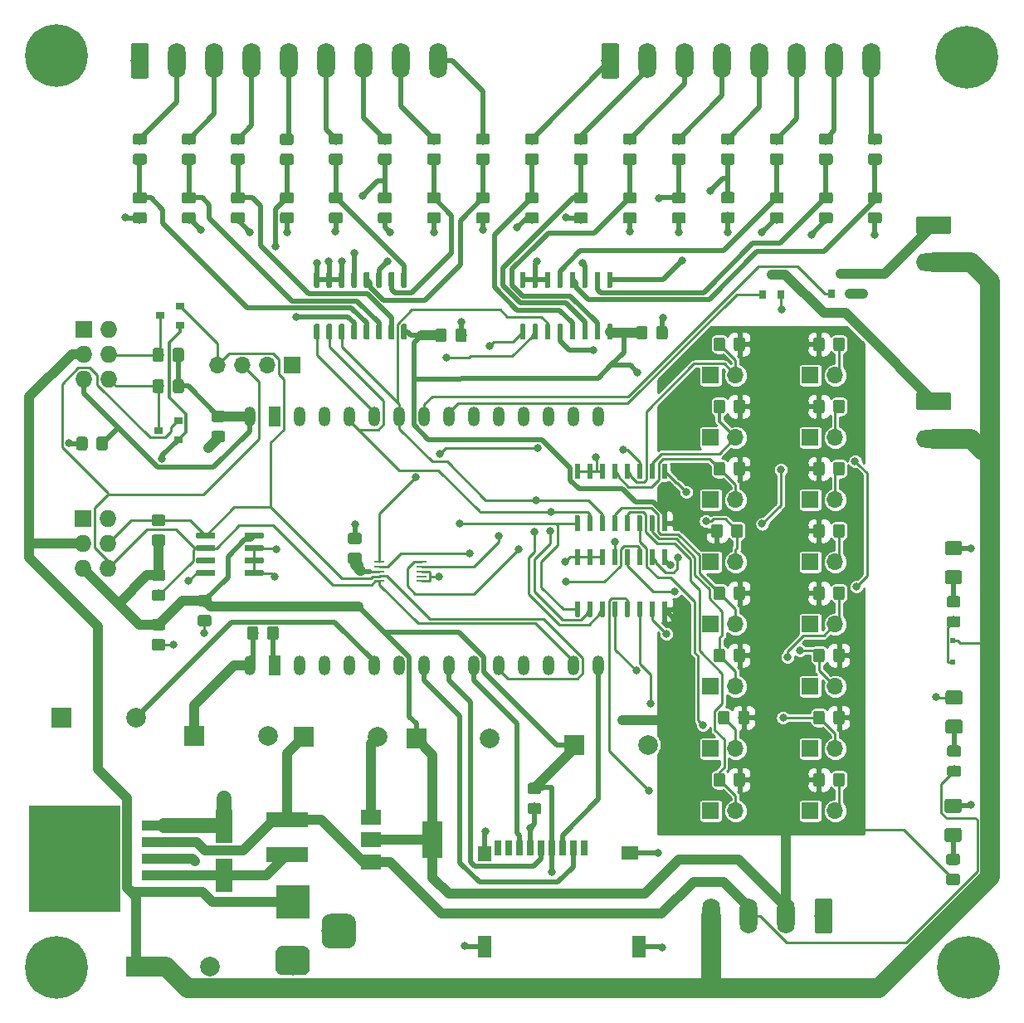
<source format=gbr>
%TF.GenerationSoftware,KiCad,Pcbnew,(5.1.4)-1*%
%TF.CreationDate,2020-03-16T02:23:40+08:00*%
%TF.ProjectId,led controller v5,6c656420-636f-46e7-9472-6f6c6c657220,rev?*%
%TF.SameCoordinates,Original*%
%TF.FileFunction,Copper,L1,Top*%
%TF.FilePolarity,Positive*%
%FSLAX46Y46*%
G04 Gerber Fmt 4.6, Leading zero omitted, Abs format (unit mm)*
G04 Created by KiCad (PCBNEW (5.1.4)-1) date 2020-03-16 02:23:40*
%MOMM*%
%LPD*%
G04 APERTURE LIST*
%TA.AperFunction,ComponentPad*%
%ADD10O,1.200000X2.000000*%
%TD*%
%TA.AperFunction,ComponentPad*%
%ADD11R,1.200000X2.000000*%
%TD*%
%TA.AperFunction,ComponentPad*%
%ADD12O,1.800000X3.600000*%
%TD*%
%TA.AperFunction,Conductor*%
%ADD13C,0.100000*%
%TD*%
%TA.AperFunction,ComponentPad*%
%ADD14C,1.800000*%
%TD*%
%TA.AperFunction,ComponentPad*%
%ADD15R,1.727200X1.727200*%
%TD*%
%TA.AperFunction,ComponentPad*%
%ADD16O,1.727200X1.727200*%
%TD*%
%TA.AperFunction,SMDPad,CuDef*%
%ADD17C,1.150000*%
%TD*%
%TA.AperFunction,ComponentPad*%
%ADD18C,2.000000*%
%TD*%
%TA.AperFunction,ComponentPad*%
%ADD19R,2.000000X2.000000*%
%TD*%
%TA.AperFunction,SMDPad,CuDef*%
%ADD20R,1.100000X0.250000*%
%TD*%
%TA.AperFunction,SMDPad,CuDef*%
%ADD21C,0.550000*%
%TD*%
%TA.AperFunction,ComponentPad*%
%ADD22O,1.700000X1.700000*%
%TD*%
%TA.AperFunction,ComponentPad*%
%ADD23R,1.700000X1.700000*%
%TD*%
%TA.AperFunction,SMDPad,CuDef*%
%ADD24C,1.425000*%
%TD*%
%TA.AperFunction,SMDPad,CuDef*%
%ADD25R,2.000000X1.500000*%
%TD*%
%TA.AperFunction,SMDPad,CuDef*%
%ADD26R,2.000000X3.800000*%
%TD*%
%TA.AperFunction,SMDPad,CuDef*%
%ADD27R,0.900000X0.800000*%
%TD*%
%TA.AperFunction,SMDPad,CuDef*%
%ADD28C,0.600000*%
%TD*%
%TA.AperFunction,SMDPad,CuDef*%
%ADD29R,1.400000X2.200000*%
%TD*%
%TA.AperFunction,SMDPad,CuDef*%
%ADD30R,1.800000X1.400000*%
%TD*%
%TA.AperFunction,SMDPad,CuDef*%
%ADD31R,1.400000X1.600000*%
%TD*%
%TA.AperFunction,SMDPad,CuDef*%
%ADD32R,0.700000X1.600000*%
%TD*%
%TA.AperFunction,SMDPad,CuDef*%
%ADD33R,0.800000X0.900000*%
%TD*%
%TA.AperFunction,ComponentPad*%
%ADD34O,3.600000X1.800000*%
%TD*%
%TA.AperFunction,SMDPad,CuDef*%
%ADD35R,0.500000X0.500000*%
%TD*%
%TA.AperFunction,SMDPad,CuDef*%
%ADD36R,9.400000X10.800000*%
%TD*%
%TA.AperFunction,SMDPad,CuDef*%
%ADD37R,4.600000X1.100000*%
%TD*%
%TA.AperFunction,SMDPad,CuDef*%
%ADD38R,4.200000X1.500000*%
%TD*%
%TA.AperFunction,SMDPad,CuDef*%
%ADD39R,1.800000X3.500000*%
%TD*%
%TA.AperFunction,ComponentPad*%
%ADD40C,0.800000*%
%TD*%
%TA.AperFunction,ComponentPad*%
%ADD41C,6.400000*%
%TD*%
%TA.AperFunction,ComponentPad*%
%ADD42C,3.500000*%
%TD*%
%TA.AperFunction,ComponentPad*%
%ADD43C,3.000000*%
%TD*%
%TA.AperFunction,ComponentPad*%
%ADD44R,3.500000X3.500000*%
%TD*%
%TA.AperFunction,ViaPad*%
%ADD45C,0.800000*%
%TD*%
%TA.AperFunction,ViaPad*%
%ADD46C,1.200000*%
%TD*%
%TA.AperFunction,Conductor*%
%ADD47C,0.250000*%
%TD*%
%TA.AperFunction,Conductor*%
%ADD48C,0.500000*%
%TD*%
%TA.AperFunction,Conductor*%
%ADD49C,2.000000*%
%TD*%
%TA.AperFunction,Conductor*%
%ADD50C,1.000000*%
%TD*%
%TA.AperFunction,Conductor*%
%ADD51C,1.500000*%
%TD*%
%TA.AperFunction,Conductor*%
%ADD52C,0.325000*%
%TD*%
%TA.AperFunction,Conductor*%
%ADD53C,0.254000*%
%TD*%
G04 APERTURE END LIST*
D10*
%TO.P,J1,15*%
%TO.N,io23*%
X59780000Y-74700000D03*
%TO.P,J1,16*%
%TO.N,EN*%
X59780000Y-49300000D03*
%TO.P,J1,14*%
%TO.N,io22*%
X57240000Y-74700000D03*
%TO.P,J1,17*%
%TO.N,io36*%
X57240000Y-49300000D03*
%TO.P,J1,13*%
%TO.N,io1*%
X54700000Y-74700000D03*
%TO.P,J1,18*%
%TO.N,io39*%
X54700000Y-49300000D03*
%TO.P,J1,12*%
%TO.N,io3*%
X52160000Y-74700000D03*
%TO.P,J1,19*%
%TO.N,io34*%
X52160000Y-49300000D03*
%TO.P,J1,11*%
%TO.N,io21*%
X49620000Y-74700000D03*
%TO.P,J1,20*%
%TO.N,io35*%
X49620000Y-49300000D03*
%TO.P,J1,10*%
%TO.N,io19*%
X47080000Y-74700000D03*
%TO.P,J1,21*%
%TO.N,io32*%
X47080000Y-49300000D03*
%TO.P,J1,9*%
%TO.N,io18*%
X44540000Y-74700000D03*
%TO.P,J1,22*%
%TO.N,io33*%
X44540000Y-49300000D03*
%TO.P,J1,8*%
%TO.N,io5*%
X42000000Y-74700000D03*
%TO.P,J1,23*%
%TO.N,io25*%
X42000000Y-49300000D03*
%TO.P,J1,7*%
%TO.N,io17*%
X39460000Y-74700000D03*
%TO.P,J1,24*%
%TO.N,io26*%
X39460000Y-49300000D03*
%TO.P,J1,6*%
%TO.N,io16*%
X36920000Y-74700000D03*
%TO.P,J1,25*%
%TO.N,io27*%
X36920000Y-49300000D03*
%TO.P,J1,5*%
%TO.N,io4*%
X34380000Y-74700000D03*
%TO.P,J1,26*%
%TO.N,io14*%
X34380000Y-49300000D03*
%TO.P,J1,4*%
%TO.N,io2*%
X31840000Y-74700000D03*
%TO.P,J1,27*%
%TO.N,io12*%
X31840000Y-49300000D03*
%TO.P,J1,3*%
%TO.N,io15*%
X29300000Y-74700000D03*
%TO.P,J1,28*%
%TO.N,io13*%
X29300000Y-49300000D03*
D11*
%TO.P,J1,2*%
%TO.N,GND*%
X26760000Y-74700000D03*
%TO.P,J1,29*%
X26760000Y-49300000D03*
D10*
%TO.P,J1,1*%
%TO.N,Net-(C13-Pad1)*%
X24220000Y-74700000D03*
%TO.P,J1,30*%
%TO.N,+5V*%
X24220000Y-49300000D03*
%TD*%
D12*
%TO.P,J4,4*%
%TO.N,vin*%
X71320000Y-100250000D03*
%TO.P,J4,3*%
%TO.N,+5V*%
X75130000Y-100250000D03*
%TO.P,J4,2*%
%TO.N,+3V3*%
X78940000Y-100250000D03*
D13*
%TD*%
%TO.N,GND*%
%TO.C,J4*%
G36*
X83424504Y-98451204D02*
G01*
X83448773Y-98454804D01*
X83472571Y-98460765D01*
X83495671Y-98469030D01*
X83517849Y-98479520D01*
X83538893Y-98492133D01*
X83558598Y-98506747D01*
X83576777Y-98523223D01*
X83593253Y-98541402D01*
X83607867Y-98561107D01*
X83620480Y-98582151D01*
X83630970Y-98604329D01*
X83639235Y-98627429D01*
X83645196Y-98651227D01*
X83648796Y-98675496D01*
X83650000Y-98700000D01*
X83650000Y-101800000D01*
X83648796Y-101824504D01*
X83645196Y-101848773D01*
X83639235Y-101872571D01*
X83630970Y-101895671D01*
X83620480Y-101917849D01*
X83607867Y-101938893D01*
X83593253Y-101958598D01*
X83576777Y-101976777D01*
X83558598Y-101993253D01*
X83538893Y-102007867D01*
X83517849Y-102020480D01*
X83495671Y-102030970D01*
X83472571Y-102039235D01*
X83448773Y-102045196D01*
X83424504Y-102048796D01*
X83400000Y-102050000D01*
X82100000Y-102050000D01*
X82075496Y-102048796D01*
X82051227Y-102045196D01*
X82027429Y-102039235D01*
X82004329Y-102030970D01*
X81982151Y-102020480D01*
X81961107Y-102007867D01*
X81941402Y-101993253D01*
X81923223Y-101976777D01*
X81906747Y-101958598D01*
X81892133Y-101938893D01*
X81879520Y-101917849D01*
X81869030Y-101895671D01*
X81860765Y-101872571D01*
X81854804Y-101848773D01*
X81851204Y-101824504D01*
X81850000Y-101800000D01*
X81850000Y-98700000D01*
X81851204Y-98675496D01*
X81854804Y-98651227D01*
X81860765Y-98627429D01*
X81869030Y-98604329D01*
X81879520Y-98582151D01*
X81892133Y-98561107D01*
X81906747Y-98541402D01*
X81923223Y-98523223D01*
X81941402Y-98506747D01*
X81961107Y-98492133D01*
X81982151Y-98479520D01*
X82004329Y-98469030D01*
X82027429Y-98460765D01*
X82051227Y-98454804D01*
X82075496Y-98451204D01*
X82100000Y-98450000D01*
X83400000Y-98450000D01*
X83424504Y-98451204D01*
X83424504Y-98451204D01*
G37*
D14*
%TO.P,J4,1*%
%TO.N,GND*%
X82750000Y-100250000D03*
%TD*%
D15*
%TO.P,J13,1*%
%TO.N,GND*%
X7200000Y-59700000D03*
D16*
%TO.P,J13,2*%
X9740000Y-59700000D03*
%TO.P,J13,3*%
%TO.N,vin*%
X7200000Y-62240000D03*
%TO.P,J13,4*%
%TO.N,io21*%
X9740000Y-62240000D03*
%TO.P,J13,5*%
%TO.N,+3V3*%
X7200000Y-64780000D03*
%TO.P,J13,6*%
%TO.N,io22*%
X9740000Y-64780000D03*
%TD*%
D13*
%TO.N,GND*%
%TO.C,C10*%
G36*
X20074505Y-69551204D02*
G01*
X20098773Y-69554804D01*
X20122572Y-69560765D01*
X20145671Y-69569030D01*
X20167850Y-69579520D01*
X20188893Y-69592132D01*
X20208599Y-69606747D01*
X20226777Y-69623223D01*
X20243253Y-69641401D01*
X20257868Y-69661107D01*
X20270480Y-69682150D01*
X20280970Y-69704329D01*
X20289235Y-69727428D01*
X20295196Y-69751227D01*
X20298796Y-69775495D01*
X20300000Y-69799999D01*
X20300000Y-70450001D01*
X20298796Y-70474505D01*
X20295196Y-70498773D01*
X20289235Y-70522572D01*
X20280970Y-70545671D01*
X20270480Y-70567850D01*
X20257868Y-70588893D01*
X20243253Y-70608599D01*
X20226777Y-70626777D01*
X20208599Y-70643253D01*
X20188893Y-70657868D01*
X20167850Y-70670480D01*
X20145671Y-70680970D01*
X20122572Y-70689235D01*
X20098773Y-70695196D01*
X20074505Y-70698796D01*
X20050001Y-70700000D01*
X19149999Y-70700000D01*
X19125495Y-70698796D01*
X19101227Y-70695196D01*
X19077428Y-70689235D01*
X19054329Y-70680970D01*
X19032150Y-70670480D01*
X19011107Y-70657868D01*
X18991401Y-70643253D01*
X18973223Y-70626777D01*
X18956747Y-70608599D01*
X18942132Y-70588893D01*
X18929520Y-70567850D01*
X18919030Y-70545671D01*
X18910765Y-70522572D01*
X18904804Y-70498773D01*
X18901204Y-70474505D01*
X18900000Y-70450001D01*
X18900000Y-69799999D01*
X18901204Y-69775495D01*
X18904804Y-69751227D01*
X18910765Y-69727428D01*
X18919030Y-69704329D01*
X18929520Y-69682150D01*
X18942132Y-69661107D01*
X18956747Y-69641401D01*
X18973223Y-69623223D01*
X18991401Y-69606747D01*
X19011107Y-69592132D01*
X19032150Y-69579520D01*
X19054329Y-69569030D01*
X19077428Y-69560765D01*
X19101227Y-69554804D01*
X19125495Y-69551204D01*
X19149999Y-69550000D01*
X20050001Y-69550000D01*
X20074505Y-69551204D01*
X20074505Y-69551204D01*
G37*
D17*
%TD*%
%TO.P,C10,2*%
%TO.N,GND*%
X19600000Y-70125000D03*
D13*
%TO.N,+3V3*%
%TO.C,C10*%
G36*
X20074505Y-67501204D02*
G01*
X20098773Y-67504804D01*
X20122572Y-67510765D01*
X20145671Y-67519030D01*
X20167850Y-67529520D01*
X20188893Y-67542132D01*
X20208599Y-67556747D01*
X20226777Y-67573223D01*
X20243253Y-67591401D01*
X20257868Y-67611107D01*
X20270480Y-67632150D01*
X20280970Y-67654329D01*
X20289235Y-67677428D01*
X20295196Y-67701227D01*
X20298796Y-67725495D01*
X20300000Y-67749999D01*
X20300000Y-68400001D01*
X20298796Y-68424505D01*
X20295196Y-68448773D01*
X20289235Y-68472572D01*
X20280970Y-68495671D01*
X20270480Y-68517850D01*
X20257868Y-68538893D01*
X20243253Y-68558599D01*
X20226777Y-68576777D01*
X20208599Y-68593253D01*
X20188893Y-68607868D01*
X20167850Y-68620480D01*
X20145671Y-68630970D01*
X20122572Y-68639235D01*
X20098773Y-68645196D01*
X20074505Y-68648796D01*
X20050001Y-68650000D01*
X19149999Y-68650000D01*
X19125495Y-68648796D01*
X19101227Y-68645196D01*
X19077428Y-68639235D01*
X19054329Y-68630970D01*
X19032150Y-68620480D01*
X19011107Y-68607868D01*
X18991401Y-68593253D01*
X18973223Y-68576777D01*
X18956747Y-68558599D01*
X18942132Y-68538893D01*
X18929520Y-68517850D01*
X18919030Y-68495671D01*
X18910765Y-68472572D01*
X18904804Y-68448773D01*
X18901204Y-68424505D01*
X18900000Y-68400001D01*
X18900000Y-67749999D01*
X18901204Y-67725495D01*
X18904804Y-67701227D01*
X18910765Y-67677428D01*
X18919030Y-67654329D01*
X18929520Y-67632150D01*
X18942132Y-67611107D01*
X18956747Y-67591401D01*
X18973223Y-67573223D01*
X18991401Y-67556747D01*
X19011107Y-67542132D01*
X19032150Y-67529520D01*
X19054329Y-67519030D01*
X19077428Y-67510765D01*
X19101227Y-67504804D01*
X19125495Y-67501204D01*
X19149999Y-67500000D01*
X20050001Y-67500000D01*
X20074505Y-67501204D01*
X20074505Y-67501204D01*
G37*
D17*
%TD*%
%TO.P,C10,1*%
%TO.N,+3V3*%
X19600000Y-68075000D03*
D18*
%TO.P,LS1,2*%
%TO.N,io16*%
X12600000Y-80000000D03*
D19*
%TO.P,LS1,1*%
%TO.N,GND*%
X5000000Y-80000000D03*
%TD*%
D16*
%TO.P,J8,6*%
%TO.N,scl5v*%
X9840000Y-45480000D03*
%TO.P,J8,5*%
%TO.N,+5V*%
X7300000Y-45480000D03*
%TO.P,J8,4*%
%TO.N,sda5v*%
X9840000Y-42940000D03*
%TO.P,J8,3*%
%TO.N,vin*%
X7300000Y-42940000D03*
%TO.P,J8,2*%
%TO.N,GND*%
X9840000Y-40400000D03*
D15*
%TO.P,J8,1*%
X7300000Y-40400000D03*
%TD*%
D20*
%TO.P,U8,1*%
%TO.N,GND*%
X41750000Y-66100000D03*
%TO.P,U8,2*%
%TO.N,Net-(U8-Pad2)*%
X41750000Y-65600000D03*
%TO.P,U8,3*%
%TO.N,GND*%
X41750000Y-65100000D03*
%TO.P,U8,4*%
%TO.N,AMUX1*%
X41750000Y-64600000D03*
%TO.P,U8,5*%
%TO.N,AMUX2*%
X41750000Y-64100000D03*
%TO.P,U8,6*%
%TO.N,AMUX3*%
X37450000Y-64100000D03*
%TO.P,U8,7*%
%TO.N,AMUX4*%
X37450000Y-64600000D03*
%TO.P,U8,8*%
%TO.N,+3V3*%
X37450000Y-65100000D03*
%TO.P,U8,9*%
%TO.N,io21*%
X37450000Y-65600000D03*
%TO.P,U8,10*%
%TO.N,io22*%
X37450000Y-66100000D03*
%TD*%
D13*
%TO.N,GND*%
%TO.C,C14*%
G36*
X35414505Y-61151204D02*
G01*
X35438773Y-61154804D01*
X35462572Y-61160765D01*
X35485671Y-61169030D01*
X35507850Y-61179520D01*
X35528893Y-61192132D01*
X35548599Y-61206747D01*
X35566777Y-61223223D01*
X35583253Y-61241401D01*
X35597868Y-61261107D01*
X35610480Y-61282150D01*
X35620970Y-61304329D01*
X35629235Y-61327428D01*
X35635196Y-61351227D01*
X35638796Y-61375495D01*
X35640000Y-61399999D01*
X35640000Y-62050001D01*
X35638796Y-62074505D01*
X35635196Y-62098773D01*
X35629235Y-62122572D01*
X35620970Y-62145671D01*
X35610480Y-62167850D01*
X35597868Y-62188893D01*
X35583253Y-62208599D01*
X35566777Y-62226777D01*
X35548599Y-62243253D01*
X35528893Y-62257868D01*
X35507850Y-62270480D01*
X35485671Y-62280970D01*
X35462572Y-62289235D01*
X35438773Y-62295196D01*
X35414505Y-62298796D01*
X35390001Y-62300000D01*
X34489999Y-62300000D01*
X34465495Y-62298796D01*
X34441227Y-62295196D01*
X34417428Y-62289235D01*
X34394329Y-62280970D01*
X34372150Y-62270480D01*
X34351107Y-62257868D01*
X34331401Y-62243253D01*
X34313223Y-62226777D01*
X34296747Y-62208599D01*
X34282132Y-62188893D01*
X34269520Y-62167850D01*
X34259030Y-62145671D01*
X34250765Y-62122572D01*
X34244804Y-62098773D01*
X34241204Y-62074505D01*
X34240000Y-62050001D01*
X34240000Y-61399999D01*
X34241204Y-61375495D01*
X34244804Y-61351227D01*
X34250765Y-61327428D01*
X34259030Y-61304329D01*
X34269520Y-61282150D01*
X34282132Y-61261107D01*
X34296747Y-61241401D01*
X34313223Y-61223223D01*
X34331401Y-61206747D01*
X34351107Y-61192132D01*
X34372150Y-61179520D01*
X34394329Y-61169030D01*
X34417428Y-61160765D01*
X34441227Y-61154804D01*
X34465495Y-61151204D01*
X34489999Y-61150000D01*
X35390001Y-61150000D01*
X35414505Y-61151204D01*
X35414505Y-61151204D01*
G37*
D17*
%TD*%
%TO.P,C14,2*%
%TO.N,GND*%
X34940000Y-61725000D03*
D13*
%TO.N,+3V3*%
%TO.C,C14*%
G36*
X35414505Y-63201204D02*
G01*
X35438773Y-63204804D01*
X35462572Y-63210765D01*
X35485671Y-63219030D01*
X35507850Y-63229520D01*
X35528893Y-63242132D01*
X35548599Y-63256747D01*
X35566777Y-63273223D01*
X35583253Y-63291401D01*
X35597868Y-63311107D01*
X35610480Y-63332150D01*
X35620970Y-63354329D01*
X35629235Y-63377428D01*
X35635196Y-63401227D01*
X35638796Y-63425495D01*
X35640000Y-63449999D01*
X35640000Y-64100001D01*
X35638796Y-64124505D01*
X35635196Y-64148773D01*
X35629235Y-64172572D01*
X35620970Y-64195671D01*
X35610480Y-64217850D01*
X35597868Y-64238893D01*
X35583253Y-64258599D01*
X35566777Y-64276777D01*
X35548599Y-64293253D01*
X35528893Y-64307868D01*
X35507850Y-64320480D01*
X35485671Y-64330970D01*
X35462572Y-64339235D01*
X35438773Y-64345196D01*
X35414505Y-64348796D01*
X35390001Y-64350000D01*
X34489999Y-64350000D01*
X34465495Y-64348796D01*
X34441227Y-64345196D01*
X34417428Y-64339235D01*
X34394329Y-64330970D01*
X34372150Y-64320480D01*
X34351107Y-64307868D01*
X34331401Y-64293253D01*
X34313223Y-64276777D01*
X34296747Y-64258599D01*
X34282132Y-64238893D01*
X34269520Y-64217850D01*
X34259030Y-64195671D01*
X34250765Y-64172572D01*
X34244804Y-64148773D01*
X34241204Y-64124505D01*
X34240000Y-64100001D01*
X34240000Y-63449999D01*
X34241204Y-63425495D01*
X34244804Y-63401227D01*
X34250765Y-63377428D01*
X34259030Y-63354329D01*
X34269520Y-63332150D01*
X34282132Y-63311107D01*
X34296747Y-63291401D01*
X34313223Y-63273223D01*
X34331401Y-63256747D01*
X34351107Y-63242132D01*
X34372150Y-63229520D01*
X34394329Y-63219030D01*
X34417428Y-63210765D01*
X34441227Y-63204804D01*
X34465495Y-63201204D01*
X34489999Y-63200000D01*
X35390001Y-63200000D01*
X35414505Y-63201204D01*
X35414505Y-63201204D01*
G37*
D17*
%TD*%
%TO.P,C14,1*%
%TO.N,+3V3*%
X34940000Y-63775000D03*
D13*
%TO.N,+5V*%
%TO.C,R39*%
G36*
X17274505Y-45501204D02*
G01*
X17298773Y-45504804D01*
X17322572Y-45510765D01*
X17345671Y-45519030D01*
X17367850Y-45529520D01*
X17388893Y-45542132D01*
X17408599Y-45556747D01*
X17426777Y-45573223D01*
X17443253Y-45591401D01*
X17457868Y-45611107D01*
X17470480Y-45632150D01*
X17480970Y-45654329D01*
X17489235Y-45677428D01*
X17495196Y-45701227D01*
X17498796Y-45725495D01*
X17500000Y-45749999D01*
X17500000Y-46650001D01*
X17498796Y-46674505D01*
X17495196Y-46698773D01*
X17489235Y-46722572D01*
X17480970Y-46745671D01*
X17470480Y-46767850D01*
X17457868Y-46788893D01*
X17443253Y-46808599D01*
X17426777Y-46826777D01*
X17408599Y-46843253D01*
X17388893Y-46857868D01*
X17367850Y-46870480D01*
X17345671Y-46880970D01*
X17322572Y-46889235D01*
X17298773Y-46895196D01*
X17274505Y-46898796D01*
X17250001Y-46900000D01*
X16599999Y-46900000D01*
X16575495Y-46898796D01*
X16551227Y-46895196D01*
X16527428Y-46889235D01*
X16504329Y-46880970D01*
X16482150Y-46870480D01*
X16461107Y-46857868D01*
X16441401Y-46843253D01*
X16423223Y-46826777D01*
X16406747Y-46808599D01*
X16392132Y-46788893D01*
X16379520Y-46767850D01*
X16369030Y-46745671D01*
X16360765Y-46722572D01*
X16354804Y-46698773D01*
X16351204Y-46674505D01*
X16350000Y-46650001D01*
X16350000Y-45749999D01*
X16351204Y-45725495D01*
X16354804Y-45701227D01*
X16360765Y-45677428D01*
X16369030Y-45654329D01*
X16379520Y-45632150D01*
X16392132Y-45611107D01*
X16406747Y-45591401D01*
X16423223Y-45573223D01*
X16441401Y-45556747D01*
X16461107Y-45542132D01*
X16482150Y-45529520D01*
X16504329Y-45519030D01*
X16527428Y-45510765D01*
X16551227Y-45504804D01*
X16575495Y-45501204D01*
X16599999Y-45500000D01*
X17250001Y-45500000D01*
X17274505Y-45501204D01*
X17274505Y-45501204D01*
G37*
D17*
%TD*%
%TO.P,R39,2*%
%TO.N,+5V*%
X16925000Y-46200000D03*
D13*
%TO.N,scl5v*%
%TO.C,R39*%
G36*
X15224505Y-45501204D02*
G01*
X15248773Y-45504804D01*
X15272572Y-45510765D01*
X15295671Y-45519030D01*
X15317850Y-45529520D01*
X15338893Y-45542132D01*
X15358599Y-45556747D01*
X15376777Y-45573223D01*
X15393253Y-45591401D01*
X15407868Y-45611107D01*
X15420480Y-45632150D01*
X15430970Y-45654329D01*
X15439235Y-45677428D01*
X15445196Y-45701227D01*
X15448796Y-45725495D01*
X15450000Y-45749999D01*
X15450000Y-46650001D01*
X15448796Y-46674505D01*
X15445196Y-46698773D01*
X15439235Y-46722572D01*
X15430970Y-46745671D01*
X15420480Y-46767850D01*
X15407868Y-46788893D01*
X15393253Y-46808599D01*
X15376777Y-46826777D01*
X15358599Y-46843253D01*
X15338893Y-46857868D01*
X15317850Y-46870480D01*
X15295671Y-46880970D01*
X15272572Y-46889235D01*
X15248773Y-46895196D01*
X15224505Y-46898796D01*
X15200001Y-46900000D01*
X14549999Y-46900000D01*
X14525495Y-46898796D01*
X14501227Y-46895196D01*
X14477428Y-46889235D01*
X14454329Y-46880970D01*
X14432150Y-46870480D01*
X14411107Y-46857868D01*
X14391401Y-46843253D01*
X14373223Y-46826777D01*
X14356747Y-46808599D01*
X14342132Y-46788893D01*
X14329520Y-46767850D01*
X14319030Y-46745671D01*
X14310765Y-46722572D01*
X14304804Y-46698773D01*
X14301204Y-46674505D01*
X14300000Y-46650001D01*
X14300000Y-45749999D01*
X14301204Y-45725495D01*
X14304804Y-45701227D01*
X14310765Y-45677428D01*
X14319030Y-45654329D01*
X14329520Y-45632150D01*
X14342132Y-45611107D01*
X14356747Y-45591401D01*
X14373223Y-45573223D01*
X14391401Y-45556747D01*
X14411107Y-45542132D01*
X14432150Y-45529520D01*
X14454329Y-45519030D01*
X14477428Y-45510765D01*
X14501227Y-45504804D01*
X14525495Y-45501204D01*
X14549999Y-45500000D01*
X15200001Y-45500000D01*
X15224505Y-45501204D01*
X15224505Y-45501204D01*
G37*
D17*
%TD*%
%TO.P,R39,1*%
%TO.N,scl5v*%
X14875000Y-46200000D03*
D13*
%TO.N,CH29*%
%TO.C,U7*%
G36*
X66698977Y-62844662D02*
G01*
X66712325Y-62846642D01*
X66725414Y-62849921D01*
X66738119Y-62854467D01*
X66750317Y-62860236D01*
X66761891Y-62867173D01*
X66772729Y-62875211D01*
X66782727Y-62884273D01*
X66791789Y-62894271D01*
X66799827Y-62905109D01*
X66806764Y-62916683D01*
X66812533Y-62928881D01*
X66817079Y-62941586D01*
X66820358Y-62954675D01*
X66822338Y-62968023D01*
X66823000Y-62981500D01*
X66823000Y-64306500D01*
X66822338Y-64319977D01*
X66820358Y-64333325D01*
X66817079Y-64346414D01*
X66812533Y-64359119D01*
X66806764Y-64371317D01*
X66799827Y-64382891D01*
X66791789Y-64393729D01*
X66782727Y-64403727D01*
X66772729Y-64412789D01*
X66761891Y-64420827D01*
X66750317Y-64427764D01*
X66738119Y-64433533D01*
X66725414Y-64438079D01*
X66712325Y-64441358D01*
X66698977Y-64443338D01*
X66685500Y-64444000D01*
X66410500Y-64444000D01*
X66397023Y-64443338D01*
X66383675Y-64441358D01*
X66370586Y-64438079D01*
X66357881Y-64433533D01*
X66345683Y-64427764D01*
X66334109Y-64420827D01*
X66323271Y-64412789D01*
X66313273Y-64403727D01*
X66304211Y-64393729D01*
X66296173Y-64382891D01*
X66289236Y-64371317D01*
X66283467Y-64359119D01*
X66278921Y-64346414D01*
X66275642Y-64333325D01*
X66273662Y-64319977D01*
X66273000Y-64306500D01*
X66273000Y-62981500D01*
X66273662Y-62968023D01*
X66275642Y-62954675D01*
X66278921Y-62941586D01*
X66283467Y-62928881D01*
X66289236Y-62916683D01*
X66296173Y-62905109D01*
X66304211Y-62894271D01*
X66313273Y-62884273D01*
X66323271Y-62875211D01*
X66334109Y-62867173D01*
X66345683Y-62860236D01*
X66357881Y-62854467D01*
X66370586Y-62849921D01*
X66383675Y-62846642D01*
X66397023Y-62844662D01*
X66410500Y-62844000D01*
X66685500Y-62844000D01*
X66698977Y-62844662D01*
X66698977Y-62844662D01*
G37*
D21*
%TD*%
%TO.P,U7,1*%
%TO.N,CH29*%
X66548000Y-63644000D03*
D13*
%TO.N,CH31*%
%TO.C,U7*%
G36*
X65428977Y-62844662D02*
G01*
X65442325Y-62846642D01*
X65455414Y-62849921D01*
X65468119Y-62854467D01*
X65480317Y-62860236D01*
X65491891Y-62867173D01*
X65502729Y-62875211D01*
X65512727Y-62884273D01*
X65521789Y-62894271D01*
X65529827Y-62905109D01*
X65536764Y-62916683D01*
X65542533Y-62928881D01*
X65547079Y-62941586D01*
X65550358Y-62954675D01*
X65552338Y-62968023D01*
X65553000Y-62981500D01*
X65553000Y-64306500D01*
X65552338Y-64319977D01*
X65550358Y-64333325D01*
X65547079Y-64346414D01*
X65542533Y-64359119D01*
X65536764Y-64371317D01*
X65529827Y-64382891D01*
X65521789Y-64393729D01*
X65512727Y-64403727D01*
X65502729Y-64412789D01*
X65491891Y-64420827D01*
X65480317Y-64427764D01*
X65468119Y-64433533D01*
X65455414Y-64438079D01*
X65442325Y-64441358D01*
X65428977Y-64443338D01*
X65415500Y-64444000D01*
X65140500Y-64444000D01*
X65127023Y-64443338D01*
X65113675Y-64441358D01*
X65100586Y-64438079D01*
X65087881Y-64433533D01*
X65075683Y-64427764D01*
X65064109Y-64420827D01*
X65053271Y-64412789D01*
X65043273Y-64403727D01*
X65034211Y-64393729D01*
X65026173Y-64382891D01*
X65019236Y-64371317D01*
X65013467Y-64359119D01*
X65008921Y-64346414D01*
X65005642Y-64333325D01*
X65003662Y-64319977D01*
X65003000Y-64306500D01*
X65003000Y-62981500D01*
X65003662Y-62968023D01*
X65005642Y-62954675D01*
X65008921Y-62941586D01*
X65013467Y-62928881D01*
X65019236Y-62916683D01*
X65026173Y-62905109D01*
X65034211Y-62894271D01*
X65043273Y-62884273D01*
X65053271Y-62875211D01*
X65064109Y-62867173D01*
X65075683Y-62860236D01*
X65087881Y-62854467D01*
X65100586Y-62849921D01*
X65113675Y-62846642D01*
X65127023Y-62844662D01*
X65140500Y-62844000D01*
X65415500Y-62844000D01*
X65428977Y-62844662D01*
X65428977Y-62844662D01*
G37*
D21*
%TD*%
%TO.P,U7,2*%
%TO.N,CH31*%
X65278000Y-63644000D03*
D13*
%TO.N,AMUX4*%
%TO.C,U7*%
G36*
X64158977Y-62844662D02*
G01*
X64172325Y-62846642D01*
X64185414Y-62849921D01*
X64198119Y-62854467D01*
X64210317Y-62860236D01*
X64221891Y-62867173D01*
X64232729Y-62875211D01*
X64242727Y-62884273D01*
X64251789Y-62894271D01*
X64259827Y-62905109D01*
X64266764Y-62916683D01*
X64272533Y-62928881D01*
X64277079Y-62941586D01*
X64280358Y-62954675D01*
X64282338Y-62968023D01*
X64283000Y-62981500D01*
X64283000Y-64306500D01*
X64282338Y-64319977D01*
X64280358Y-64333325D01*
X64277079Y-64346414D01*
X64272533Y-64359119D01*
X64266764Y-64371317D01*
X64259827Y-64382891D01*
X64251789Y-64393729D01*
X64242727Y-64403727D01*
X64232729Y-64412789D01*
X64221891Y-64420827D01*
X64210317Y-64427764D01*
X64198119Y-64433533D01*
X64185414Y-64438079D01*
X64172325Y-64441358D01*
X64158977Y-64443338D01*
X64145500Y-64444000D01*
X63870500Y-64444000D01*
X63857023Y-64443338D01*
X63843675Y-64441358D01*
X63830586Y-64438079D01*
X63817881Y-64433533D01*
X63805683Y-64427764D01*
X63794109Y-64420827D01*
X63783271Y-64412789D01*
X63773273Y-64403727D01*
X63764211Y-64393729D01*
X63756173Y-64382891D01*
X63749236Y-64371317D01*
X63743467Y-64359119D01*
X63738921Y-64346414D01*
X63735642Y-64333325D01*
X63733662Y-64319977D01*
X63733000Y-64306500D01*
X63733000Y-62981500D01*
X63733662Y-62968023D01*
X63735642Y-62954675D01*
X63738921Y-62941586D01*
X63743467Y-62928881D01*
X63749236Y-62916683D01*
X63756173Y-62905109D01*
X63764211Y-62894271D01*
X63773273Y-62884273D01*
X63783271Y-62875211D01*
X63794109Y-62867173D01*
X63805683Y-62860236D01*
X63817881Y-62854467D01*
X63830586Y-62849921D01*
X63843675Y-62846642D01*
X63857023Y-62844662D01*
X63870500Y-62844000D01*
X64145500Y-62844000D01*
X64158977Y-62844662D01*
X64158977Y-62844662D01*
G37*
D21*
%TD*%
%TO.P,U7,3*%
%TO.N,AMUX4*%
X64008000Y-63644000D03*
D13*
%TO.N,CH32*%
%TO.C,U7*%
G36*
X62888977Y-62844662D02*
G01*
X62902325Y-62846642D01*
X62915414Y-62849921D01*
X62928119Y-62854467D01*
X62940317Y-62860236D01*
X62951891Y-62867173D01*
X62962729Y-62875211D01*
X62972727Y-62884273D01*
X62981789Y-62894271D01*
X62989827Y-62905109D01*
X62996764Y-62916683D01*
X63002533Y-62928881D01*
X63007079Y-62941586D01*
X63010358Y-62954675D01*
X63012338Y-62968023D01*
X63013000Y-62981500D01*
X63013000Y-64306500D01*
X63012338Y-64319977D01*
X63010358Y-64333325D01*
X63007079Y-64346414D01*
X63002533Y-64359119D01*
X62996764Y-64371317D01*
X62989827Y-64382891D01*
X62981789Y-64393729D01*
X62972727Y-64403727D01*
X62962729Y-64412789D01*
X62951891Y-64420827D01*
X62940317Y-64427764D01*
X62928119Y-64433533D01*
X62915414Y-64438079D01*
X62902325Y-64441358D01*
X62888977Y-64443338D01*
X62875500Y-64444000D01*
X62600500Y-64444000D01*
X62587023Y-64443338D01*
X62573675Y-64441358D01*
X62560586Y-64438079D01*
X62547881Y-64433533D01*
X62535683Y-64427764D01*
X62524109Y-64420827D01*
X62513271Y-64412789D01*
X62503273Y-64403727D01*
X62494211Y-64393729D01*
X62486173Y-64382891D01*
X62479236Y-64371317D01*
X62473467Y-64359119D01*
X62468921Y-64346414D01*
X62465642Y-64333325D01*
X62463662Y-64319977D01*
X62463000Y-64306500D01*
X62463000Y-62981500D01*
X62463662Y-62968023D01*
X62465642Y-62954675D01*
X62468921Y-62941586D01*
X62473467Y-62928881D01*
X62479236Y-62916683D01*
X62486173Y-62905109D01*
X62494211Y-62894271D01*
X62503273Y-62884273D01*
X62513271Y-62875211D01*
X62524109Y-62867173D01*
X62535683Y-62860236D01*
X62547881Y-62854467D01*
X62560586Y-62849921D01*
X62573675Y-62846642D01*
X62587023Y-62844662D01*
X62600500Y-62844000D01*
X62875500Y-62844000D01*
X62888977Y-62844662D01*
X62888977Y-62844662D01*
G37*
D21*
%TD*%
%TO.P,U7,4*%
%TO.N,CH32*%
X62738000Y-63644000D03*
D13*
%TO.N,CH30*%
%TO.C,U7*%
G36*
X61618977Y-62844662D02*
G01*
X61632325Y-62846642D01*
X61645414Y-62849921D01*
X61658119Y-62854467D01*
X61670317Y-62860236D01*
X61681891Y-62867173D01*
X61692729Y-62875211D01*
X61702727Y-62884273D01*
X61711789Y-62894271D01*
X61719827Y-62905109D01*
X61726764Y-62916683D01*
X61732533Y-62928881D01*
X61737079Y-62941586D01*
X61740358Y-62954675D01*
X61742338Y-62968023D01*
X61743000Y-62981500D01*
X61743000Y-64306500D01*
X61742338Y-64319977D01*
X61740358Y-64333325D01*
X61737079Y-64346414D01*
X61732533Y-64359119D01*
X61726764Y-64371317D01*
X61719827Y-64382891D01*
X61711789Y-64393729D01*
X61702727Y-64403727D01*
X61692729Y-64412789D01*
X61681891Y-64420827D01*
X61670317Y-64427764D01*
X61658119Y-64433533D01*
X61645414Y-64438079D01*
X61632325Y-64441358D01*
X61618977Y-64443338D01*
X61605500Y-64444000D01*
X61330500Y-64444000D01*
X61317023Y-64443338D01*
X61303675Y-64441358D01*
X61290586Y-64438079D01*
X61277881Y-64433533D01*
X61265683Y-64427764D01*
X61254109Y-64420827D01*
X61243271Y-64412789D01*
X61233273Y-64403727D01*
X61224211Y-64393729D01*
X61216173Y-64382891D01*
X61209236Y-64371317D01*
X61203467Y-64359119D01*
X61198921Y-64346414D01*
X61195642Y-64333325D01*
X61193662Y-64319977D01*
X61193000Y-64306500D01*
X61193000Y-62981500D01*
X61193662Y-62968023D01*
X61195642Y-62954675D01*
X61198921Y-62941586D01*
X61203467Y-62928881D01*
X61209236Y-62916683D01*
X61216173Y-62905109D01*
X61224211Y-62894271D01*
X61233273Y-62884273D01*
X61243271Y-62875211D01*
X61254109Y-62867173D01*
X61265683Y-62860236D01*
X61277881Y-62854467D01*
X61290586Y-62849921D01*
X61303675Y-62846642D01*
X61317023Y-62844662D01*
X61330500Y-62844000D01*
X61605500Y-62844000D01*
X61618977Y-62844662D01*
X61618977Y-62844662D01*
G37*
D21*
%TD*%
%TO.P,U7,5*%
%TO.N,CH30*%
X61468000Y-63644000D03*
D13*
%TO.N,GND*%
%TO.C,U7*%
G36*
X60348977Y-62844662D02*
G01*
X60362325Y-62846642D01*
X60375414Y-62849921D01*
X60388119Y-62854467D01*
X60400317Y-62860236D01*
X60411891Y-62867173D01*
X60422729Y-62875211D01*
X60432727Y-62884273D01*
X60441789Y-62894271D01*
X60449827Y-62905109D01*
X60456764Y-62916683D01*
X60462533Y-62928881D01*
X60467079Y-62941586D01*
X60470358Y-62954675D01*
X60472338Y-62968023D01*
X60473000Y-62981500D01*
X60473000Y-64306500D01*
X60472338Y-64319977D01*
X60470358Y-64333325D01*
X60467079Y-64346414D01*
X60462533Y-64359119D01*
X60456764Y-64371317D01*
X60449827Y-64382891D01*
X60441789Y-64393729D01*
X60432727Y-64403727D01*
X60422729Y-64412789D01*
X60411891Y-64420827D01*
X60400317Y-64427764D01*
X60388119Y-64433533D01*
X60375414Y-64438079D01*
X60362325Y-64441358D01*
X60348977Y-64443338D01*
X60335500Y-64444000D01*
X60060500Y-64444000D01*
X60047023Y-64443338D01*
X60033675Y-64441358D01*
X60020586Y-64438079D01*
X60007881Y-64433533D01*
X59995683Y-64427764D01*
X59984109Y-64420827D01*
X59973271Y-64412789D01*
X59963273Y-64403727D01*
X59954211Y-64393729D01*
X59946173Y-64382891D01*
X59939236Y-64371317D01*
X59933467Y-64359119D01*
X59928921Y-64346414D01*
X59925642Y-64333325D01*
X59923662Y-64319977D01*
X59923000Y-64306500D01*
X59923000Y-62981500D01*
X59923662Y-62968023D01*
X59925642Y-62954675D01*
X59928921Y-62941586D01*
X59933467Y-62928881D01*
X59939236Y-62916683D01*
X59946173Y-62905109D01*
X59954211Y-62894271D01*
X59963273Y-62884273D01*
X59973271Y-62875211D01*
X59984109Y-62867173D01*
X59995683Y-62860236D01*
X60007881Y-62854467D01*
X60020586Y-62849921D01*
X60033675Y-62846642D01*
X60047023Y-62844662D01*
X60060500Y-62844000D01*
X60335500Y-62844000D01*
X60348977Y-62844662D01*
X60348977Y-62844662D01*
G37*
D21*
%TD*%
%TO.P,U7,6*%
%TO.N,GND*%
X60198000Y-63644000D03*
D13*
%TO.N,GND*%
%TO.C,U7*%
G36*
X59078977Y-62844662D02*
G01*
X59092325Y-62846642D01*
X59105414Y-62849921D01*
X59118119Y-62854467D01*
X59130317Y-62860236D01*
X59141891Y-62867173D01*
X59152729Y-62875211D01*
X59162727Y-62884273D01*
X59171789Y-62894271D01*
X59179827Y-62905109D01*
X59186764Y-62916683D01*
X59192533Y-62928881D01*
X59197079Y-62941586D01*
X59200358Y-62954675D01*
X59202338Y-62968023D01*
X59203000Y-62981500D01*
X59203000Y-64306500D01*
X59202338Y-64319977D01*
X59200358Y-64333325D01*
X59197079Y-64346414D01*
X59192533Y-64359119D01*
X59186764Y-64371317D01*
X59179827Y-64382891D01*
X59171789Y-64393729D01*
X59162727Y-64403727D01*
X59152729Y-64412789D01*
X59141891Y-64420827D01*
X59130317Y-64427764D01*
X59118119Y-64433533D01*
X59105414Y-64438079D01*
X59092325Y-64441358D01*
X59078977Y-64443338D01*
X59065500Y-64444000D01*
X58790500Y-64444000D01*
X58777023Y-64443338D01*
X58763675Y-64441358D01*
X58750586Y-64438079D01*
X58737881Y-64433533D01*
X58725683Y-64427764D01*
X58714109Y-64420827D01*
X58703271Y-64412789D01*
X58693273Y-64403727D01*
X58684211Y-64393729D01*
X58676173Y-64382891D01*
X58669236Y-64371317D01*
X58663467Y-64359119D01*
X58658921Y-64346414D01*
X58655642Y-64333325D01*
X58653662Y-64319977D01*
X58653000Y-64306500D01*
X58653000Y-62981500D01*
X58653662Y-62968023D01*
X58655642Y-62954675D01*
X58658921Y-62941586D01*
X58663467Y-62928881D01*
X58669236Y-62916683D01*
X58676173Y-62905109D01*
X58684211Y-62894271D01*
X58693273Y-62884273D01*
X58703271Y-62875211D01*
X58714109Y-62867173D01*
X58725683Y-62860236D01*
X58737881Y-62854467D01*
X58750586Y-62849921D01*
X58763675Y-62846642D01*
X58777023Y-62844662D01*
X58790500Y-62844000D01*
X59065500Y-62844000D01*
X59078977Y-62844662D01*
X59078977Y-62844662D01*
G37*
D21*
%TD*%
%TO.P,U7,7*%
%TO.N,GND*%
X58928000Y-63644000D03*
D13*
%TO.N,GND*%
%TO.C,U7*%
G36*
X57808977Y-62844662D02*
G01*
X57822325Y-62846642D01*
X57835414Y-62849921D01*
X57848119Y-62854467D01*
X57860317Y-62860236D01*
X57871891Y-62867173D01*
X57882729Y-62875211D01*
X57892727Y-62884273D01*
X57901789Y-62894271D01*
X57909827Y-62905109D01*
X57916764Y-62916683D01*
X57922533Y-62928881D01*
X57927079Y-62941586D01*
X57930358Y-62954675D01*
X57932338Y-62968023D01*
X57933000Y-62981500D01*
X57933000Y-64306500D01*
X57932338Y-64319977D01*
X57930358Y-64333325D01*
X57927079Y-64346414D01*
X57922533Y-64359119D01*
X57916764Y-64371317D01*
X57909827Y-64382891D01*
X57901789Y-64393729D01*
X57892727Y-64403727D01*
X57882729Y-64412789D01*
X57871891Y-64420827D01*
X57860317Y-64427764D01*
X57848119Y-64433533D01*
X57835414Y-64438079D01*
X57822325Y-64441358D01*
X57808977Y-64443338D01*
X57795500Y-64444000D01*
X57520500Y-64444000D01*
X57507023Y-64443338D01*
X57493675Y-64441358D01*
X57480586Y-64438079D01*
X57467881Y-64433533D01*
X57455683Y-64427764D01*
X57444109Y-64420827D01*
X57433271Y-64412789D01*
X57423273Y-64403727D01*
X57414211Y-64393729D01*
X57406173Y-64382891D01*
X57399236Y-64371317D01*
X57393467Y-64359119D01*
X57388921Y-64346414D01*
X57385642Y-64333325D01*
X57383662Y-64319977D01*
X57383000Y-64306500D01*
X57383000Y-62981500D01*
X57383662Y-62968023D01*
X57385642Y-62954675D01*
X57388921Y-62941586D01*
X57393467Y-62928881D01*
X57399236Y-62916683D01*
X57406173Y-62905109D01*
X57414211Y-62894271D01*
X57423273Y-62884273D01*
X57433271Y-62875211D01*
X57444109Y-62867173D01*
X57455683Y-62860236D01*
X57467881Y-62854467D01*
X57480586Y-62849921D01*
X57493675Y-62846642D01*
X57507023Y-62844662D01*
X57520500Y-62844000D01*
X57795500Y-62844000D01*
X57808977Y-62844662D01*
X57808977Y-62844662D01*
G37*
D21*
%TD*%
%TO.P,U7,8*%
%TO.N,GND*%
X57658000Y-63644000D03*
D13*
%TO.N,io27*%
%TO.C,U7*%
G36*
X57808977Y-68144662D02*
G01*
X57822325Y-68146642D01*
X57835414Y-68149921D01*
X57848119Y-68154467D01*
X57860317Y-68160236D01*
X57871891Y-68167173D01*
X57882729Y-68175211D01*
X57892727Y-68184273D01*
X57901789Y-68194271D01*
X57909827Y-68205109D01*
X57916764Y-68216683D01*
X57922533Y-68228881D01*
X57927079Y-68241586D01*
X57930358Y-68254675D01*
X57932338Y-68268023D01*
X57933000Y-68281500D01*
X57933000Y-69606500D01*
X57932338Y-69619977D01*
X57930358Y-69633325D01*
X57927079Y-69646414D01*
X57922533Y-69659119D01*
X57916764Y-69671317D01*
X57909827Y-69682891D01*
X57901789Y-69693729D01*
X57892727Y-69703727D01*
X57882729Y-69712789D01*
X57871891Y-69720827D01*
X57860317Y-69727764D01*
X57848119Y-69733533D01*
X57835414Y-69738079D01*
X57822325Y-69741358D01*
X57808977Y-69743338D01*
X57795500Y-69744000D01*
X57520500Y-69744000D01*
X57507023Y-69743338D01*
X57493675Y-69741358D01*
X57480586Y-69738079D01*
X57467881Y-69733533D01*
X57455683Y-69727764D01*
X57444109Y-69720827D01*
X57433271Y-69712789D01*
X57423273Y-69703727D01*
X57414211Y-69693729D01*
X57406173Y-69682891D01*
X57399236Y-69671317D01*
X57393467Y-69659119D01*
X57388921Y-69646414D01*
X57385642Y-69633325D01*
X57383662Y-69619977D01*
X57383000Y-69606500D01*
X57383000Y-68281500D01*
X57383662Y-68268023D01*
X57385642Y-68254675D01*
X57388921Y-68241586D01*
X57393467Y-68228881D01*
X57399236Y-68216683D01*
X57406173Y-68205109D01*
X57414211Y-68194271D01*
X57423273Y-68184273D01*
X57433271Y-68175211D01*
X57444109Y-68167173D01*
X57455683Y-68160236D01*
X57467881Y-68154467D01*
X57480586Y-68149921D01*
X57493675Y-68146642D01*
X57507023Y-68144662D01*
X57520500Y-68144000D01*
X57795500Y-68144000D01*
X57808977Y-68144662D01*
X57808977Y-68144662D01*
G37*
D21*
%TD*%
%TO.P,U7,9*%
%TO.N,io27*%
X57658000Y-68944000D03*
D13*
%TO.N,io14*%
%TO.C,U7*%
G36*
X59078977Y-68144662D02*
G01*
X59092325Y-68146642D01*
X59105414Y-68149921D01*
X59118119Y-68154467D01*
X59130317Y-68160236D01*
X59141891Y-68167173D01*
X59152729Y-68175211D01*
X59162727Y-68184273D01*
X59171789Y-68194271D01*
X59179827Y-68205109D01*
X59186764Y-68216683D01*
X59192533Y-68228881D01*
X59197079Y-68241586D01*
X59200358Y-68254675D01*
X59202338Y-68268023D01*
X59203000Y-68281500D01*
X59203000Y-69606500D01*
X59202338Y-69619977D01*
X59200358Y-69633325D01*
X59197079Y-69646414D01*
X59192533Y-69659119D01*
X59186764Y-69671317D01*
X59179827Y-69682891D01*
X59171789Y-69693729D01*
X59162727Y-69703727D01*
X59152729Y-69712789D01*
X59141891Y-69720827D01*
X59130317Y-69727764D01*
X59118119Y-69733533D01*
X59105414Y-69738079D01*
X59092325Y-69741358D01*
X59078977Y-69743338D01*
X59065500Y-69744000D01*
X58790500Y-69744000D01*
X58777023Y-69743338D01*
X58763675Y-69741358D01*
X58750586Y-69738079D01*
X58737881Y-69733533D01*
X58725683Y-69727764D01*
X58714109Y-69720827D01*
X58703271Y-69712789D01*
X58693273Y-69703727D01*
X58684211Y-69693729D01*
X58676173Y-69682891D01*
X58669236Y-69671317D01*
X58663467Y-69659119D01*
X58658921Y-69646414D01*
X58655642Y-69633325D01*
X58653662Y-69619977D01*
X58653000Y-69606500D01*
X58653000Y-68281500D01*
X58653662Y-68268023D01*
X58655642Y-68254675D01*
X58658921Y-68241586D01*
X58663467Y-68228881D01*
X58669236Y-68216683D01*
X58676173Y-68205109D01*
X58684211Y-68194271D01*
X58693273Y-68184273D01*
X58703271Y-68175211D01*
X58714109Y-68167173D01*
X58725683Y-68160236D01*
X58737881Y-68154467D01*
X58750586Y-68149921D01*
X58763675Y-68146642D01*
X58777023Y-68144662D01*
X58790500Y-68144000D01*
X59065500Y-68144000D01*
X59078977Y-68144662D01*
X59078977Y-68144662D01*
G37*
D21*
%TD*%
%TO.P,U7,10*%
%TO.N,io14*%
X58928000Y-68944000D03*
D13*
%TO.N,io26*%
%TO.C,U7*%
G36*
X60348977Y-68144662D02*
G01*
X60362325Y-68146642D01*
X60375414Y-68149921D01*
X60388119Y-68154467D01*
X60400317Y-68160236D01*
X60411891Y-68167173D01*
X60422729Y-68175211D01*
X60432727Y-68184273D01*
X60441789Y-68194271D01*
X60449827Y-68205109D01*
X60456764Y-68216683D01*
X60462533Y-68228881D01*
X60467079Y-68241586D01*
X60470358Y-68254675D01*
X60472338Y-68268023D01*
X60473000Y-68281500D01*
X60473000Y-69606500D01*
X60472338Y-69619977D01*
X60470358Y-69633325D01*
X60467079Y-69646414D01*
X60462533Y-69659119D01*
X60456764Y-69671317D01*
X60449827Y-69682891D01*
X60441789Y-69693729D01*
X60432727Y-69703727D01*
X60422729Y-69712789D01*
X60411891Y-69720827D01*
X60400317Y-69727764D01*
X60388119Y-69733533D01*
X60375414Y-69738079D01*
X60362325Y-69741358D01*
X60348977Y-69743338D01*
X60335500Y-69744000D01*
X60060500Y-69744000D01*
X60047023Y-69743338D01*
X60033675Y-69741358D01*
X60020586Y-69738079D01*
X60007881Y-69733533D01*
X59995683Y-69727764D01*
X59984109Y-69720827D01*
X59973271Y-69712789D01*
X59963273Y-69703727D01*
X59954211Y-69693729D01*
X59946173Y-69682891D01*
X59939236Y-69671317D01*
X59933467Y-69659119D01*
X59928921Y-69646414D01*
X59925642Y-69633325D01*
X59923662Y-69619977D01*
X59923000Y-69606500D01*
X59923000Y-68281500D01*
X59923662Y-68268023D01*
X59925642Y-68254675D01*
X59928921Y-68241586D01*
X59933467Y-68228881D01*
X59939236Y-68216683D01*
X59946173Y-68205109D01*
X59954211Y-68194271D01*
X59963273Y-68184273D01*
X59973271Y-68175211D01*
X59984109Y-68167173D01*
X59995683Y-68160236D01*
X60007881Y-68154467D01*
X60020586Y-68149921D01*
X60033675Y-68146642D01*
X60047023Y-68144662D01*
X60060500Y-68144000D01*
X60335500Y-68144000D01*
X60348977Y-68144662D01*
X60348977Y-68144662D01*
G37*
D21*
%TD*%
%TO.P,U7,11*%
%TO.N,io26*%
X60198000Y-68944000D03*
D13*
%TO.N,CH28*%
%TO.C,U7*%
G36*
X61618977Y-68144662D02*
G01*
X61632325Y-68146642D01*
X61645414Y-68149921D01*
X61658119Y-68154467D01*
X61670317Y-68160236D01*
X61681891Y-68167173D01*
X61692729Y-68175211D01*
X61702727Y-68184273D01*
X61711789Y-68194271D01*
X61719827Y-68205109D01*
X61726764Y-68216683D01*
X61732533Y-68228881D01*
X61737079Y-68241586D01*
X61740358Y-68254675D01*
X61742338Y-68268023D01*
X61743000Y-68281500D01*
X61743000Y-69606500D01*
X61742338Y-69619977D01*
X61740358Y-69633325D01*
X61737079Y-69646414D01*
X61732533Y-69659119D01*
X61726764Y-69671317D01*
X61719827Y-69682891D01*
X61711789Y-69693729D01*
X61702727Y-69703727D01*
X61692729Y-69712789D01*
X61681891Y-69720827D01*
X61670317Y-69727764D01*
X61658119Y-69733533D01*
X61645414Y-69738079D01*
X61632325Y-69741358D01*
X61618977Y-69743338D01*
X61605500Y-69744000D01*
X61330500Y-69744000D01*
X61317023Y-69743338D01*
X61303675Y-69741358D01*
X61290586Y-69738079D01*
X61277881Y-69733533D01*
X61265683Y-69727764D01*
X61254109Y-69720827D01*
X61243271Y-69712789D01*
X61233273Y-69703727D01*
X61224211Y-69693729D01*
X61216173Y-69682891D01*
X61209236Y-69671317D01*
X61203467Y-69659119D01*
X61198921Y-69646414D01*
X61195642Y-69633325D01*
X61193662Y-69619977D01*
X61193000Y-69606500D01*
X61193000Y-68281500D01*
X61193662Y-68268023D01*
X61195642Y-68254675D01*
X61198921Y-68241586D01*
X61203467Y-68228881D01*
X61209236Y-68216683D01*
X61216173Y-68205109D01*
X61224211Y-68194271D01*
X61233273Y-68184273D01*
X61243271Y-68175211D01*
X61254109Y-68167173D01*
X61265683Y-68160236D01*
X61277881Y-68154467D01*
X61290586Y-68149921D01*
X61303675Y-68146642D01*
X61317023Y-68144662D01*
X61330500Y-68144000D01*
X61605500Y-68144000D01*
X61618977Y-68144662D01*
X61618977Y-68144662D01*
G37*
D21*
%TD*%
%TO.P,U7,12*%
%TO.N,CH28*%
X61468000Y-68944000D03*
D13*
%TO.N,CH25*%
%TO.C,U7*%
G36*
X62888977Y-68144662D02*
G01*
X62902325Y-68146642D01*
X62915414Y-68149921D01*
X62928119Y-68154467D01*
X62940317Y-68160236D01*
X62951891Y-68167173D01*
X62962729Y-68175211D01*
X62972727Y-68184273D01*
X62981789Y-68194271D01*
X62989827Y-68205109D01*
X62996764Y-68216683D01*
X63002533Y-68228881D01*
X63007079Y-68241586D01*
X63010358Y-68254675D01*
X63012338Y-68268023D01*
X63013000Y-68281500D01*
X63013000Y-69606500D01*
X63012338Y-69619977D01*
X63010358Y-69633325D01*
X63007079Y-69646414D01*
X63002533Y-69659119D01*
X62996764Y-69671317D01*
X62989827Y-69682891D01*
X62981789Y-69693729D01*
X62972727Y-69703727D01*
X62962729Y-69712789D01*
X62951891Y-69720827D01*
X62940317Y-69727764D01*
X62928119Y-69733533D01*
X62915414Y-69738079D01*
X62902325Y-69741358D01*
X62888977Y-69743338D01*
X62875500Y-69744000D01*
X62600500Y-69744000D01*
X62587023Y-69743338D01*
X62573675Y-69741358D01*
X62560586Y-69738079D01*
X62547881Y-69733533D01*
X62535683Y-69727764D01*
X62524109Y-69720827D01*
X62513271Y-69712789D01*
X62503273Y-69703727D01*
X62494211Y-69693729D01*
X62486173Y-69682891D01*
X62479236Y-69671317D01*
X62473467Y-69659119D01*
X62468921Y-69646414D01*
X62465642Y-69633325D01*
X62463662Y-69619977D01*
X62463000Y-69606500D01*
X62463000Y-68281500D01*
X62463662Y-68268023D01*
X62465642Y-68254675D01*
X62468921Y-68241586D01*
X62473467Y-68228881D01*
X62479236Y-68216683D01*
X62486173Y-68205109D01*
X62494211Y-68194271D01*
X62503273Y-68184273D01*
X62513271Y-68175211D01*
X62524109Y-68167173D01*
X62535683Y-68160236D01*
X62547881Y-68154467D01*
X62560586Y-68149921D01*
X62573675Y-68146642D01*
X62587023Y-68144662D01*
X62600500Y-68144000D01*
X62875500Y-68144000D01*
X62888977Y-68144662D01*
X62888977Y-68144662D01*
G37*
D21*
%TD*%
%TO.P,U7,13*%
%TO.N,CH25*%
X62738000Y-68944000D03*
D13*
%TO.N,CH26*%
%TO.C,U7*%
G36*
X64158977Y-68144662D02*
G01*
X64172325Y-68146642D01*
X64185414Y-68149921D01*
X64198119Y-68154467D01*
X64210317Y-68160236D01*
X64221891Y-68167173D01*
X64232729Y-68175211D01*
X64242727Y-68184273D01*
X64251789Y-68194271D01*
X64259827Y-68205109D01*
X64266764Y-68216683D01*
X64272533Y-68228881D01*
X64277079Y-68241586D01*
X64280358Y-68254675D01*
X64282338Y-68268023D01*
X64283000Y-68281500D01*
X64283000Y-69606500D01*
X64282338Y-69619977D01*
X64280358Y-69633325D01*
X64277079Y-69646414D01*
X64272533Y-69659119D01*
X64266764Y-69671317D01*
X64259827Y-69682891D01*
X64251789Y-69693729D01*
X64242727Y-69703727D01*
X64232729Y-69712789D01*
X64221891Y-69720827D01*
X64210317Y-69727764D01*
X64198119Y-69733533D01*
X64185414Y-69738079D01*
X64172325Y-69741358D01*
X64158977Y-69743338D01*
X64145500Y-69744000D01*
X63870500Y-69744000D01*
X63857023Y-69743338D01*
X63843675Y-69741358D01*
X63830586Y-69738079D01*
X63817881Y-69733533D01*
X63805683Y-69727764D01*
X63794109Y-69720827D01*
X63783271Y-69712789D01*
X63773273Y-69703727D01*
X63764211Y-69693729D01*
X63756173Y-69682891D01*
X63749236Y-69671317D01*
X63743467Y-69659119D01*
X63738921Y-69646414D01*
X63735642Y-69633325D01*
X63733662Y-69619977D01*
X63733000Y-69606500D01*
X63733000Y-68281500D01*
X63733662Y-68268023D01*
X63735642Y-68254675D01*
X63738921Y-68241586D01*
X63743467Y-68228881D01*
X63749236Y-68216683D01*
X63756173Y-68205109D01*
X63764211Y-68194271D01*
X63773273Y-68184273D01*
X63783271Y-68175211D01*
X63794109Y-68167173D01*
X63805683Y-68160236D01*
X63817881Y-68154467D01*
X63830586Y-68149921D01*
X63843675Y-68146642D01*
X63857023Y-68144662D01*
X63870500Y-68144000D01*
X64145500Y-68144000D01*
X64158977Y-68144662D01*
X64158977Y-68144662D01*
G37*
D21*
%TD*%
%TO.P,U7,14*%
%TO.N,CH26*%
X64008000Y-68944000D03*
D13*
%TO.N,CH27*%
%TO.C,U7*%
G36*
X65428977Y-68144662D02*
G01*
X65442325Y-68146642D01*
X65455414Y-68149921D01*
X65468119Y-68154467D01*
X65480317Y-68160236D01*
X65491891Y-68167173D01*
X65502729Y-68175211D01*
X65512727Y-68184273D01*
X65521789Y-68194271D01*
X65529827Y-68205109D01*
X65536764Y-68216683D01*
X65542533Y-68228881D01*
X65547079Y-68241586D01*
X65550358Y-68254675D01*
X65552338Y-68268023D01*
X65553000Y-68281500D01*
X65553000Y-69606500D01*
X65552338Y-69619977D01*
X65550358Y-69633325D01*
X65547079Y-69646414D01*
X65542533Y-69659119D01*
X65536764Y-69671317D01*
X65529827Y-69682891D01*
X65521789Y-69693729D01*
X65512727Y-69703727D01*
X65502729Y-69712789D01*
X65491891Y-69720827D01*
X65480317Y-69727764D01*
X65468119Y-69733533D01*
X65455414Y-69738079D01*
X65442325Y-69741358D01*
X65428977Y-69743338D01*
X65415500Y-69744000D01*
X65140500Y-69744000D01*
X65127023Y-69743338D01*
X65113675Y-69741358D01*
X65100586Y-69738079D01*
X65087881Y-69733533D01*
X65075683Y-69727764D01*
X65064109Y-69720827D01*
X65053271Y-69712789D01*
X65043273Y-69703727D01*
X65034211Y-69693729D01*
X65026173Y-69682891D01*
X65019236Y-69671317D01*
X65013467Y-69659119D01*
X65008921Y-69646414D01*
X65005642Y-69633325D01*
X65003662Y-69619977D01*
X65003000Y-69606500D01*
X65003000Y-68281500D01*
X65003662Y-68268023D01*
X65005642Y-68254675D01*
X65008921Y-68241586D01*
X65013467Y-68228881D01*
X65019236Y-68216683D01*
X65026173Y-68205109D01*
X65034211Y-68194271D01*
X65043273Y-68184273D01*
X65053271Y-68175211D01*
X65064109Y-68167173D01*
X65075683Y-68160236D01*
X65087881Y-68154467D01*
X65100586Y-68149921D01*
X65113675Y-68146642D01*
X65127023Y-68144662D01*
X65140500Y-68144000D01*
X65415500Y-68144000D01*
X65428977Y-68144662D01*
X65428977Y-68144662D01*
G37*
D21*
%TD*%
%TO.P,U7,15*%
%TO.N,CH27*%
X65278000Y-68944000D03*
D13*
%TO.N,+3V3*%
%TO.C,U7*%
G36*
X66698977Y-68144662D02*
G01*
X66712325Y-68146642D01*
X66725414Y-68149921D01*
X66738119Y-68154467D01*
X66750317Y-68160236D01*
X66761891Y-68167173D01*
X66772729Y-68175211D01*
X66782727Y-68184273D01*
X66791789Y-68194271D01*
X66799827Y-68205109D01*
X66806764Y-68216683D01*
X66812533Y-68228881D01*
X66817079Y-68241586D01*
X66820358Y-68254675D01*
X66822338Y-68268023D01*
X66823000Y-68281500D01*
X66823000Y-69606500D01*
X66822338Y-69619977D01*
X66820358Y-69633325D01*
X66817079Y-69646414D01*
X66812533Y-69659119D01*
X66806764Y-69671317D01*
X66799827Y-69682891D01*
X66791789Y-69693729D01*
X66782727Y-69703727D01*
X66772729Y-69712789D01*
X66761891Y-69720827D01*
X66750317Y-69727764D01*
X66738119Y-69733533D01*
X66725414Y-69738079D01*
X66712325Y-69741358D01*
X66698977Y-69743338D01*
X66685500Y-69744000D01*
X66410500Y-69744000D01*
X66397023Y-69743338D01*
X66383675Y-69741358D01*
X66370586Y-69738079D01*
X66357881Y-69733533D01*
X66345683Y-69727764D01*
X66334109Y-69720827D01*
X66323271Y-69712789D01*
X66313273Y-69703727D01*
X66304211Y-69693729D01*
X66296173Y-69682891D01*
X66289236Y-69671317D01*
X66283467Y-69659119D01*
X66278921Y-69646414D01*
X66275642Y-69633325D01*
X66273662Y-69619977D01*
X66273000Y-69606500D01*
X66273000Y-68281500D01*
X66273662Y-68268023D01*
X66275642Y-68254675D01*
X66278921Y-68241586D01*
X66283467Y-68228881D01*
X66289236Y-68216683D01*
X66296173Y-68205109D01*
X66304211Y-68194271D01*
X66313273Y-68184273D01*
X66323271Y-68175211D01*
X66334109Y-68167173D01*
X66345683Y-68160236D01*
X66357881Y-68154467D01*
X66370586Y-68149921D01*
X66383675Y-68146642D01*
X66397023Y-68144662D01*
X66410500Y-68144000D01*
X66685500Y-68144000D01*
X66698977Y-68144662D01*
X66698977Y-68144662D01*
G37*
D21*
%TD*%
%TO.P,U7,16*%
%TO.N,+3V3*%
X66548000Y-68944000D03*
D13*
%TO.N,CH21*%
%TO.C,U6*%
G36*
X66698977Y-54081662D02*
G01*
X66712325Y-54083642D01*
X66725414Y-54086921D01*
X66738119Y-54091467D01*
X66750317Y-54097236D01*
X66761891Y-54104173D01*
X66772729Y-54112211D01*
X66782727Y-54121273D01*
X66791789Y-54131271D01*
X66799827Y-54142109D01*
X66806764Y-54153683D01*
X66812533Y-54165881D01*
X66817079Y-54178586D01*
X66820358Y-54191675D01*
X66822338Y-54205023D01*
X66823000Y-54218500D01*
X66823000Y-55543500D01*
X66822338Y-55556977D01*
X66820358Y-55570325D01*
X66817079Y-55583414D01*
X66812533Y-55596119D01*
X66806764Y-55608317D01*
X66799827Y-55619891D01*
X66791789Y-55630729D01*
X66782727Y-55640727D01*
X66772729Y-55649789D01*
X66761891Y-55657827D01*
X66750317Y-55664764D01*
X66738119Y-55670533D01*
X66725414Y-55675079D01*
X66712325Y-55678358D01*
X66698977Y-55680338D01*
X66685500Y-55681000D01*
X66410500Y-55681000D01*
X66397023Y-55680338D01*
X66383675Y-55678358D01*
X66370586Y-55675079D01*
X66357881Y-55670533D01*
X66345683Y-55664764D01*
X66334109Y-55657827D01*
X66323271Y-55649789D01*
X66313273Y-55640727D01*
X66304211Y-55630729D01*
X66296173Y-55619891D01*
X66289236Y-55608317D01*
X66283467Y-55596119D01*
X66278921Y-55583414D01*
X66275642Y-55570325D01*
X66273662Y-55556977D01*
X66273000Y-55543500D01*
X66273000Y-54218500D01*
X66273662Y-54205023D01*
X66275642Y-54191675D01*
X66278921Y-54178586D01*
X66283467Y-54165881D01*
X66289236Y-54153683D01*
X66296173Y-54142109D01*
X66304211Y-54131271D01*
X66313273Y-54121273D01*
X66323271Y-54112211D01*
X66334109Y-54104173D01*
X66345683Y-54097236D01*
X66357881Y-54091467D01*
X66370586Y-54086921D01*
X66383675Y-54083642D01*
X66397023Y-54081662D01*
X66410500Y-54081000D01*
X66685500Y-54081000D01*
X66698977Y-54081662D01*
X66698977Y-54081662D01*
G37*
D21*
%TD*%
%TO.P,U6,1*%
%TO.N,CH21*%
X66548000Y-54881000D03*
D13*
%TO.N,CH23*%
%TO.C,U6*%
G36*
X65428977Y-54081662D02*
G01*
X65442325Y-54083642D01*
X65455414Y-54086921D01*
X65468119Y-54091467D01*
X65480317Y-54097236D01*
X65491891Y-54104173D01*
X65502729Y-54112211D01*
X65512727Y-54121273D01*
X65521789Y-54131271D01*
X65529827Y-54142109D01*
X65536764Y-54153683D01*
X65542533Y-54165881D01*
X65547079Y-54178586D01*
X65550358Y-54191675D01*
X65552338Y-54205023D01*
X65553000Y-54218500D01*
X65553000Y-55543500D01*
X65552338Y-55556977D01*
X65550358Y-55570325D01*
X65547079Y-55583414D01*
X65542533Y-55596119D01*
X65536764Y-55608317D01*
X65529827Y-55619891D01*
X65521789Y-55630729D01*
X65512727Y-55640727D01*
X65502729Y-55649789D01*
X65491891Y-55657827D01*
X65480317Y-55664764D01*
X65468119Y-55670533D01*
X65455414Y-55675079D01*
X65442325Y-55678358D01*
X65428977Y-55680338D01*
X65415500Y-55681000D01*
X65140500Y-55681000D01*
X65127023Y-55680338D01*
X65113675Y-55678358D01*
X65100586Y-55675079D01*
X65087881Y-55670533D01*
X65075683Y-55664764D01*
X65064109Y-55657827D01*
X65053271Y-55649789D01*
X65043273Y-55640727D01*
X65034211Y-55630729D01*
X65026173Y-55619891D01*
X65019236Y-55608317D01*
X65013467Y-55596119D01*
X65008921Y-55583414D01*
X65005642Y-55570325D01*
X65003662Y-55556977D01*
X65003000Y-55543500D01*
X65003000Y-54218500D01*
X65003662Y-54205023D01*
X65005642Y-54191675D01*
X65008921Y-54178586D01*
X65013467Y-54165881D01*
X65019236Y-54153683D01*
X65026173Y-54142109D01*
X65034211Y-54131271D01*
X65043273Y-54121273D01*
X65053271Y-54112211D01*
X65064109Y-54104173D01*
X65075683Y-54097236D01*
X65087881Y-54091467D01*
X65100586Y-54086921D01*
X65113675Y-54083642D01*
X65127023Y-54081662D01*
X65140500Y-54081000D01*
X65415500Y-54081000D01*
X65428977Y-54081662D01*
X65428977Y-54081662D01*
G37*
D21*
%TD*%
%TO.P,U6,2*%
%TO.N,CH23*%
X65278000Y-54881000D03*
D13*
%TO.N,AMUX3*%
%TO.C,U6*%
G36*
X64158977Y-54081662D02*
G01*
X64172325Y-54083642D01*
X64185414Y-54086921D01*
X64198119Y-54091467D01*
X64210317Y-54097236D01*
X64221891Y-54104173D01*
X64232729Y-54112211D01*
X64242727Y-54121273D01*
X64251789Y-54131271D01*
X64259827Y-54142109D01*
X64266764Y-54153683D01*
X64272533Y-54165881D01*
X64277079Y-54178586D01*
X64280358Y-54191675D01*
X64282338Y-54205023D01*
X64283000Y-54218500D01*
X64283000Y-55543500D01*
X64282338Y-55556977D01*
X64280358Y-55570325D01*
X64277079Y-55583414D01*
X64272533Y-55596119D01*
X64266764Y-55608317D01*
X64259827Y-55619891D01*
X64251789Y-55630729D01*
X64242727Y-55640727D01*
X64232729Y-55649789D01*
X64221891Y-55657827D01*
X64210317Y-55664764D01*
X64198119Y-55670533D01*
X64185414Y-55675079D01*
X64172325Y-55678358D01*
X64158977Y-55680338D01*
X64145500Y-55681000D01*
X63870500Y-55681000D01*
X63857023Y-55680338D01*
X63843675Y-55678358D01*
X63830586Y-55675079D01*
X63817881Y-55670533D01*
X63805683Y-55664764D01*
X63794109Y-55657827D01*
X63783271Y-55649789D01*
X63773273Y-55640727D01*
X63764211Y-55630729D01*
X63756173Y-55619891D01*
X63749236Y-55608317D01*
X63743467Y-55596119D01*
X63738921Y-55583414D01*
X63735642Y-55570325D01*
X63733662Y-55556977D01*
X63733000Y-55543500D01*
X63733000Y-54218500D01*
X63733662Y-54205023D01*
X63735642Y-54191675D01*
X63738921Y-54178586D01*
X63743467Y-54165881D01*
X63749236Y-54153683D01*
X63756173Y-54142109D01*
X63764211Y-54131271D01*
X63773273Y-54121273D01*
X63783271Y-54112211D01*
X63794109Y-54104173D01*
X63805683Y-54097236D01*
X63817881Y-54091467D01*
X63830586Y-54086921D01*
X63843675Y-54083642D01*
X63857023Y-54081662D01*
X63870500Y-54081000D01*
X64145500Y-54081000D01*
X64158977Y-54081662D01*
X64158977Y-54081662D01*
G37*
D21*
%TD*%
%TO.P,U6,3*%
%TO.N,AMUX3*%
X64008000Y-54881000D03*
D13*
%TO.N,CH24*%
%TO.C,U6*%
G36*
X62888977Y-54081662D02*
G01*
X62902325Y-54083642D01*
X62915414Y-54086921D01*
X62928119Y-54091467D01*
X62940317Y-54097236D01*
X62951891Y-54104173D01*
X62962729Y-54112211D01*
X62972727Y-54121273D01*
X62981789Y-54131271D01*
X62989827Y-54142109D01*
X62996764Y-54153683D01*
X63002533Y-54165881D01*
X63007079Y-54178586D01*
X63010358Y-54191675D01*
X63012338Y-54205023D01*
X63013000Y-54218500D01*
X63013000Y-55543500D01*
X63012338Y-55556977D01*
X63010358Y-55570325D01*
X63007079Y-55583414D01*
X63002533Y-55596119D01*
X62996764Y-55608317D01*
X62989827Y-55619891D01*
X62981789Y-55630729D01*
X62972727Y-55640727D01*
X62962729Y-55649789D01*
X62951891Y-55657827D01*
X62940317Y-55664764D01*
X62928119Y-55670533D01*
X62915414Y-55675079D01*
X62902325Y-55678358D01*
X62888977Y-55680338D01*
X62875500Y-55681000D01*
X62600500Y-55681000D01*
X62587023Y-55680338D01*
X62573675Y-55678358D01*
X62560586Y-55675079D01*
X62547881Y-55670533D01*
X62535683Y-55664764D01*
X62524109Y-55657827D01*
X62513271Y-55649789D01*
X62503273Y-55640727D01*
X62494211Y-55630729D01*
X62486173Y-55619891D01*
X62479236Y-55608317D01*
X62473467Y-55596119D01*
X62468921Y-55583414D01*
X62465642Y-55570325D01*
X62463662Y-55556977D01*
X62463000Y-55543500D01*
X62463000Y-54218500D01*
X62463662Y-54205023D01*
X62465642Y-54191675D01*
X62468921Y-54178586D01*
X62473467Y-54165881D01*
X62479236Y-54153683D01*
X62486173Y-54142109D01*
X62494211Y-54131271D01*
X62503273Y-54121273D01*
X62513271Y-54112211D01*
X62524109Y-54104173D01*
X62535683Y-54097236D01*
X62547881Y-54091467D01*
X62560586Y-54086921D01*
X62573675Y-54083642D01*
X62587023Y-54081662D01*
X62600500Y-54081000D01*
X62875500Y-54081000D01*
X62888977Y-54081662D01*
X62888977Y-54081662D01*
G37*
D21*
%TD*%
%TO.P,U6,4*%
%TO.N,CH24*%
X62738000Y-54881000D03*
D13*
%TO.N,CH22*%
%TO.C,U6*%
G36*
X61618977Y-54081662D02*
G01*
X61632325Y-54083642D01*
X61645414Y-54086921D01*
X61658119Y-54091467D01*
X61670317Y-54097236D01*
X61681891Y-54104173D01*
X61692729Y-54112211D01*
X61702727Y-54121273D01*
X61711789Y-54131271D01*
X61719827Y-54142109D01*
X61726764Y-54153683D01*
X61732533Y-54165881D01*
X61737079Y-54178586D01*
X61740358Y-54191675D01*
X61742338Y-54205023D01*
X61743000Y-54218500D01*
X61743000Y-55543500D01*
X61742338Y-55556977D01*
X61740358Y-55570325D01*
X61737079Y-55583414D01*
X61732533Y-55596119D01*
X61726764Y-55608317D01*
X61719827Y-55619891D01*
X61711789Y-55630729D01*
X61702727Y-55640727D01*
X61692729Y-55649789D01*
X61681891Y-55657827D01*
X61670317Y-55664764D01*
X61658119Y-55670533D01*
X61645414Y-55675079D01*
X61632325Y-55678358D01*
X61618977Y-55680338D01*
X61605500Y-55681000D01*
X61330500Y-55681000D01*
X61317023Y-55680338D01*
X61303675Y-55678358D01*
X61290586Y-55675079D01*
X61277881Y-55670533D01*
X61265683Y-55664764D01*
X61254109Y-55657827D01*
X61243271Y-55649789D01*
X61233273Y-55640727D01*
X61224211Y-55630729D01*
X61216173Y-55619891D01*
X61209236Y-55608317D01*
X61203467Y-55596119D01*
X61198921Y-55583414D01*
X61195642Y-55570325D01*
X61193662Y-55556977D01*
X61193000Y-55543500D01*
X61193000Y-54218500D01*
X61193662Y-54205023D01*
X61195642Y-54191675D01*
X61198921Y-54178586D01*
X61203467Y-54165881D01*
X61209236Y-54153683D01*
X61216173Y-54142109D01*
X61224211Y-54131271D01*
X61233273Y-54121273D01*
X61243271Y-54112211D01*
X61254109Y-54104173D01*
X61265683Y-54097236D01*
X61277881Y-54091467D01*
X61290586Y-54086921D01*
X61303675Y-54083642D01*
X61317023Y-54081662D01*
X61330500Y-54081000D01*
X61605500Y-54081000D01*
X61618977Y-54081662D01*
X61618977Y-54081662D01*
G37*
D21*
%TD*%
%TO.P,U6,5*%
%TO.N,CH22*%
X61468000Y-54881000D03*
D13*
%TO.N,GND*%
%TO.C,U6*%
G36*
X60348977Y-54081662D02*
G01*
X60362325Y-54083642D01*
X60375414Y-54086921D01*
X60388119Y-54091467D01*
X60400317Y-54097236D01*
X60411891Y-54104173D01*
X60422729Y-54112211D01*
X60432727Y-54121273D01*
X60441789Y-54131271D01*
X60449827Y-54142109D01*
X60456764Y-54153683D01*
X60462533Y-54165881D01*
X60467079Y-54178586D01*
X60470358Y-54191675D01*
X60472338Y-54205023D01*
X60473000Y-54218500D01*
X60473000Y-55543500D01*
X60472338Y-55556977D01*
X60470358Y-55570325D01*
X60467079Y-55583414D01*
X60462533Y-55596119D01*
X60456764Y-55608317D01*
X60449827Y-55619891D01*
X60441789Y-55630729D01*
X60432727Y-55640727D01*
X60422729Y-55649789D01*
X60411891Y-55657827D01*
X60400317Y-55664764D01*
X60388119Y-55670533D01*
X60375414Y-55675079D01*
X60362325Y-55678358D01*
X60348977Y-55680338D01*
X60335500Y-55681000D01*
X60060500Y-55681000D01*
X60047023Y-55680338D01*
X60033675Y-55678358D01*
X60020586Y-55675079D01*
X60007881Y-55670533D01*
X59995683Y-55664764D01*
X59984109Y-55657827D01*
X59973271Y-55649789D01*
X59963273Y-55640727D01*
X59954211Y-55630729D01*
X59946173Y-55619891D01*
X59939236Y-55608317D01*
X59933467Y-55596119D01*
X59928921Y-55583414D01*
X59925642Y-55570325D01*
X59923662Y-55556977D01*
X59923000Y-55543500D01*
X59923000Y-54218500D01*
X59923662Y-54205023D01*
X59925642Y-54191675D01*
X59928921Y-54178586D01*
X59933467Y-54165881D01*
X59939236Y-54153683D01*
X59946173Y-54142109D01*
X59954211Y-54131271D01*
X59963273Y-54121273D01*
X59973271Y-54112211D01*
X59984109Y-54104173D01*
X59995683Y-54097236D01*
X60007881Y-54091467D01*
X60020586Y-54086921D01*
X60033675Y-54083642D01*
X60047023Y-54081662D01*
X60060500Y-54081000D01*
X60335500Y-54081000D01*
X60348977Y-54081662D01*
X60348977Y-54081662D01*
G37*
D21*
%TD*%
%TO.P,U6,6*%
%TO.N,GND*%
X60198000Y-54881000D03*
D13*
%TO.N,GND*%
%TO.C,U6*%
G36*
X59078977Y-54081662D02*
G01*
X59092325Y-54083642D01*
X59105414Y-54086921D01*
X59118119Y-54091467D01*
X59130317Y-54097236D01*
X59141891Y-54104173D01*
X59152729Y-54112211D01*
X59162727Y-54121273D01*
X59171789Y-54131271D01*
X59179827Y-54142109D01*
X59186764Y-54153683D01*
X59192533Y-54165881D01*
X59197079Y-54178586D01*
X59200358Y-54191675D01*
X59202338Y-54205023D01*
X59203000Y-54218500D01*
X59203000Y-55543500D01*
X59202338Y-55556977D01*
X59200358Y-55570325D01*
X59197079Y-55583414D01*
X59192533Y-55596119D01*
X59186764Y-55608317D01*
X59179827Y-55619891D01*
X59171789Y-55630729D01*
X59162727Y-55640727D01*
X59152729Y-55649789D01*
X59141891Y-55657827D01*
X59130317Y-55664764D01*
X59118119Y-55670533D01*
X59105414Y-55675079D01*
X59092325Y-55678358D01*
X59078977Y-55680338D01*
X59065500Y-55681000D01*
X58790500Y-55681000D01*
X58777023Y-55680338D01*
X58763675Y-55678358D01*
X58750586Y-55675079D01*
X58737881Y-55670533D01*
X58725683Y-55664764D01*
X58714109Y-55657827D01*
X58703271Y-55649789D01*
X58693273Y-55640727D01*
X58684211Y-55630729D01*
X58676173Y-55619891D01*
X58669236Y-55608317D01*
X58663467Y-55596119D01*
X58658921Y-55583414D01*
X58655642Y-55570325D01*
X58653662Y-55556977D01*
X58653000Y-55543500D01*
X58653000Y-54218500D01*
X58653662Y-54205023D01*
X58655642Y-54191675D01*
X58658921Y-54178586D01*
X58663467Y-54165881D01*
X58669236Y-54153683D01*
X58676173Y-54142109D01*
X58684211Y-54131271D01*
X58693273Y-54121273D01*
X58703271Y-54112211D01*
X58714109Y-54104173D01*
X58725683Y-54097236D01*
X58737881Y-54091467D01*
X58750586Y-54086921D01*
X58763675Y-54083642D01*
X58777023Y-54081662D01*
X58790500Y-54081000D01*
X59065500Y-54081000D01*
X59078977Y-54081662D01*
X59078977Y-54081662D01*
G37*
D21*
%TD*%
%TO.P,U6,7*%
%TO.N,GND*%
X58928000Y-54881000D03*
D13*
%TO.N,GND*%
%TO.C,U6*%
G36*
X57808977Y-54081662D02*
G01*
X57822325Y-54083642D01*
X57835414Y-54086921D01*
X57848119Y-54091467D01*
X57860317Y-54097236D01*
X57871891Y-54104173D01*
X57882729Y-54112211D01*
X57892727Y-54121273D01*
X57901789Y-54131271D01*
X57909827Y-54142109D01*
X57916764Y-54153683D01*
X57922533Y-54165881D01*
X57927079Y-54178586D01*
X57930358Y-54191675D01*
X57932338Y-54205023D01*
X57933000Y-54218500D01*
X57933000Y-55543500D01*
X57932338Y-55556977D01*
X57930358Y-55570325D01*
X57927079Y-55583414D01*
X57922533Y-55596119D01*
X57916764Y-55608317D01*
X57909827Y-55619891D01*
X57901789Y-55630729D01*
X57892727Y-55640727D01*
X57882729Y-55649789D01*
X57871891Y-55657827D01*
X57860317Y-55664764D01*
X57848119Y-55670533D01*
X57835414Y-55675079D01*
X57822325Y-55678358D01*
X57808977Y-55680338D01*
X57795500Y-55681000D01*
X57520500Y-55681000D01*
X57507023Y-55680338D01*
X57493675Y-55678358D01*
X57480586Y-55675079D01*
X57467881Y-55670533D01*
X57455683Y-55664764D01*
X57444109Y-55657827D01*
X57433271Y-55649789D01*
X57423273Y-55640727D01*
X57414211Y-55630729D01*
X57406173Y-55619891D01*
X57399236Y-55608317D01*
X57393467Y-55596119D01*
X57388921Y-55583414D01*
X57385642Y-55570325D01*
X57383662Y-55556977D01*
X57383000Y-55543500D01*
X57383000Y-54218500D01*
X57383662Y-54205023D01*
X57385642Y-54191675D01*
X57388921Y-54178586D01*
X57393467Y-54165881D01*
X57399236Y-54153683D01*
X57406173Y-54142109D01*
X57414211Y-54131271D01*
X57423273Y-54121273D01*
X57433271Y-54112211D01*
X57444109Y-54104173D01*
X57455683Y-54097236D01*
X57467881Y-54091467D01*
X57480586Y-54086921D01*
X57493675Y-54083642D01*
X57507023Y-54081662D01*
X57520500Y-54081000D01*
X57795500Y-54081000D01*
X57808977Y-54081662D01*
X57808977Y-54081662D01*
G37*
D21*
%TD*%
%TO.P,U6,8*%
%TO.N,GND*%
X57658000Y-54881000D03*
D13*
%TO.N,io27*%
%TO.C,U6*%
G36*
X57808977Y-59381662D02*
G01*
X57822325Y-59383642D01*
X57835414Y-59386921D01*
X57848119Y-59391467D01*
X57860317Y-59397236D01*
X57871891Y-59404173D01*
X57882729Y-59412211D01*
X57892727Y-59421273D01*
X57901789Y-59431271D01*
X57909827Y-59442109D01*
X57916764Y-59453683D01*
X57922533Y-59465881D01*
X57927079Y-59478586D01*
X57930358Y-59491675D01*
X57932338Y-59505023D01*
X57933000Y-59518500D01*
X57933000Y-60843500D01*
X57932338Y-60856977D01*
X57930358Y-60870325D01*
X57927079Y-60883414D01*
X57922533Y-60896119D01*
X57916764Y-60908317D01*
X57909827Y-60919891D01*
X57901789Y-60930729D01*
X57892727Y-60940727D01*
X57882729Y-60949789D01*
X57871891Y-60957827D01*
X57860317Y-60964764D01*
X57848119Y-60970533D01*
X57835414Y-60975079D01*
X57822325Y-60978358D01*
X57808977Y-60980338D01*
X57795500Y-60981000D01*
X57520500Y-60981000D01*
X57507023Y-60980338D01*
X57493675Y-60978358D01*
X57480586Y-60975079D01*
X57467881Y-60970533D01*
X57455683Y-60964764D01*
X57444109Y-60957827D01*
X57433271Y-60949789D01*
X57423273Y-60940727D01*
X57414211Y-60930729D01*
X57406173Y-60919891D01*
X57399236Y-60908317D01*
X57393467Y-60896119D01*
X57388921Y-60883414D01*
X57385642Y-60870325D01*
X57383662Y-60856977D01*
X57383000Y-60843500D01*
X57383000Y-59518500D01*
X57383662Y-59505023D01*
X57385642Y-59491675D01*
X57388921Y-59478586D01*
X57393467Y-59465881D01*
X57399236Y-59453683D01*
X57406173Y-59442109D01*
X57414211Y-59431271D01*
X57423273Y-59421273D01*
X57433271Y-59412211D01*
X57444109Y-59404173D01*
X57455683Y-59397236D01*
X57467881Y-59391467D01*
X57480586Y-59386921D01*
X57493675Y-59383642D01*
X57507023Y-59381662D01*
X57520500Y-59381000D01*
X57795500Y-59381000D01*
X57808977Y-59381662D01*
X57808977Y-59381662D01*
G37*
D21*
%TD*%
%TO.P,U6,9*%
%TO.N,io27*%
X57658000Y-60181000D03*
D13*
%TO.N,io14*%
%TO.C,U6*%
G36*
X59078977Y-59381662D02*
G01*
X59092325Y-59383642D01*
X59105414Y-59386921D01*
X59118119Y-59391467D01*
X59130317Y-59397236D01*
X59141891Y-59404173D01*
X59152729Y-59412211D01*
X59162727Y-59421273D01*
X59171789Y-59431271D01*
X59179827Y-59442109D01*
X59186764Y-59453683D01*
X59192533Y-59465881D01*
X59197079Y-59478586D01*
X59200358Y-59491675D01*
X59202338Y-59505023D01*
X59203000Y-59518500D01*
X59203000Y-60843500D01*
X59202338Y-60856977D01*
X59200358Y-60870325D01*
X59197079Y-60883414D01*
X59192533Y-60896119D01*
X59186764Y-60908317D01*
X59179827Y-60919891D01*
X59171789Y-60930729D01*
X59162727Y-60940727D01*
X59152729Y-60949789D01*
X59141891Y-60957827D01*
X59130317Y-60964764D01*
X59118119Y-60970533D01*
X59105414Y-60975079D01*
X59092325Y-60978358D01*
X59078977Y-60980338D01*
X59065500Y-60981000D01*
X58790500Y-60981000D01*
X58777023Y-60980338D01*
X58763675Y-60978358D01*
X58750586Y-60975079D01*
X58737881Y-60970533D01*
X58725683Y-60964764D01*
X58714109Y-60957827D01*
X58703271Y-60949789D01*
X58693273Y-60940727D01*
X58684211Y-60930729D01*
X58676173Y-60919891D01*
X58669236Y-60908317D01*
X58663467Y-60896119D01*
X58658921Y-60883414D01*
X58655642Y-60870325D01*
X58653662Y-60856977D01*
X58653000Y-60843500D01*
X58653000Y-59518500D01*
X58653662Y-59505023D01*
X58655642Y-59491675D01*
X58658921Y-59478586D01*
X58663467Y-59465881D01*
X58669236Y-59453683D01*
X58676173Y-59442109D01*
X58684211Y-59431271D01*
X58693273Y-59421273D01*
X58703271Y-59412211D01*
X58714109Y-59404173D01*
X58725683Y-59397236D01*
X58737881Y-59391467D01*
X58750586Y-59386921D01*
X58763675Y-59383642D01*
X58777023Y-59381662D01*
X58790500Y-59381000D01*
X59065500Y-59381000D01*
X59078977Y-59381662D01*
X59078977Y-59381662D01*
G37*
D21*
%TD*%
%TO.P,U6,10*%
%TO.N,io14*%
X58928000Y-60181000D03*
D13*
%TO.N,io26*%
%TO.C,U6*%
G36*
X60348977Y-59381662D02*
G01*
X60362325Y-59383642D01*
X60375414Y-59386921D01*
X60388119Y-59391467D01*
X60400317Y-59397236D01*
X60411891Y-59404173D01*
X60422729Y-59412211D01*
X60432727Y-59421273D01*
X60441789Y-59431271D01*
X60449827Y-59442109D01*
X60456764Y-59453683D01*
X60462533Y-59465881D01*
X60467079Y-59478586D01*
X60470358Y-59491675D01*
X60472338Y-59505023D01*
X60473000Y-59518500D01*
X60473000Y-60843500D01*
X60472338Y-60856977D01*
X60470358Y-60870325D01*
X60467079Y-60883414D01*
X60462533Y-60896119D01*
X60456764Y-60908317D01*
X60449827Y-60919891D01*
X60441789Y-60930729D01*
X60432727Y-60940727D01*
X60422729Y-60949789D01*
X60411891Y-60957827D01*
X60400317Y-60964764D01*
X60388119Y-60970533D01*
X60375414Y-60975079D01*
X60362325Y-60978358D01*
X60348977Y-60980338D01*
X60335500Y-60981000D01*
X60060500Y-60981000D01*
X60047023Y-60980338D01*
X60033675Y-60978358D01*
X60020586Y-60975079D01*
X60007881Y-60970533D01*
X59995683Y-60964764D01*
X59984109Y-60957827D01*
X59973271Y-60949789D01*
X59963273Y-60940727D01*
X59954211Y-60930729D01*
X59946173Y-60919891D01*
X59939236Y-60908317D01*
X59933467Y-60896119D01*
X59928921Y-60883414D01*
X59925642Y-60870325D01*
X59923662Y-60856977D01*
X59923000Y-60843500D01*
X59923000Y-59518500D01*
X59923662Y-59505023D01*
X59925642Y-59491675D01*
X59928921Y-59478586D01*
X59933467Y-59465881D01*
X59939236Y-59453683D01*
X59946173Y-59442109D01*
X59954211Y-59431271D01*
X59963273Y-59421273D01*
X59973271Y-59412211D01*
X59984109Y-59404173D01*
X59995683Y-59397236D01*
X60007881Y-59391467D01*
X60020586Y-59386921D01*
X60033675Y-59383642D01*
X60047023Y-59381662D01*
X60060500Y-59381000D01*
X60335500Y-59381000D01*
X60348977Y-59381662D01*
X60348977Y-59381662D01*
G37*
D21*
%TD*%
%TO.P,U6,11*%
%TO.N,io26*%
X60198000Y-60181000D03*
D13*
%TO.N,CH20*%
%TO.C,U6*%
G36*
X61618977Y-59381662D02*
G01*
X61632325Y-59383642D01*
X61645414Y-59386921D01*
X61658119Y-59391467D01*
X61670317Y-59397236D01*
X61681891Y-59404173D01*
X61692729Y-59412211D01*
X61702727Y-59421273D01*
X61711789Y-59431271D01*
X61719827Y-59442109D01*
X61726764Y-59453683D01*
X61732533Y-59465881D01*
X61737079Y-59478586D01*
X61740358Y-59491675D01*
X61742338Y-59505023D01*
X61743000Y-59518500D01*
X61743000Y-60843500D01*
X61742338Y-60856977D01*
X61740358Y-60870325D01*
X61737079Y-60883414D01*
X61732533Y-60896119D01*
X61726764Y-60908317D01*
X61719827Y-60919891D01*
X61711789Y-60930729D01*
X61702727Y-60940727D01*
X61692729Y-60949789D01*
X61681891Y-60957827D01*
X61670317Y-60964764D01*
X61658119Y-60970533D01*
X61645414Y-60975079D01*
X61632325Y-60978358D01*
X61618977Y-60980338D01*
X61605500Y-60981000D01*
X61330500Y-60981000D01*
X61317023Y-60980338D01*
X61303675Y-60978358D01*
X61290586Y-60975079D01*
X61277881Y-60970533D01*
X61265683Y-60964764D01*
X61254109Y-60957827D01*
X61243271Y-60949789D01*
X61233273Y-60940727D01*
X61224211Y-60930729D01*
X61216173Y-60919891D01*
X61209236Y-60908317D01*
X61203467Y-60896119D01*
X61198921Y-60883414D01*
X61195642Y-60870325D01*
X61193662Y-60856977D01*
X61193000Y-60843500D01*
X61193000Y-59518500D01*
X61193662Y-59505023D01*
X61195642Y-59491675D01*
X61198921Y-59478586D01*
X61203467Y-59465881D01*
X61209236Y-59453683D01*
X61216173Y-59442109D01*
X61224211Y-59431271D01*
X61233273Y-59421273D01*
X61243271Y-59412211D01*
X61254109Y-59404173D01*
X61265683Y-59397236D01*
X61277881Y-59391467D01*
X61290586Y-59386921D01*
X61303675Y-59383642D01*
X61317023Y-59381662D01*
X61330500Y-59381000D01*
X61605500Y-59381000D01*
X61618977Y-59381662D01*
X61618977Y-59381662D01*
G37*
D21*
%TD*%
%TO.P,U6,12*%
%TO.N,CH20*%
X61468000Y-60181000D03*
D13*
%TO.N,CH17*%
%TO.C,U6*%
G36*
X62888977Y-59381662D02*
G01*
X62902325Y-59383642D01*
X62915414Y-59386921D01*
X62928119Y-59391467D01*
X62940317Y-59397236D01*
X62951891Y-59404173D01*
X62962729Y-59412211D01*
X62972727Y-59421273D01*
X62981789Y-59431271D01*
X62989827Y-59442109D01*
X62996764Y-59453683D01*
X63002533Y-59465881D01*
X63007079Y-59478586D01*
X63010358Y-59491675D01*
X63012338Y-59505023D01*
X63013000Y-59518500D01*
X63013000Y-60843500D01*
X63012338Y-60856977D01*
X63010358Y-60870325D01*
X63007079Y-60883414D01*
X63002533Y-60896119D01*
X62996764Y-60908317D01*
X62989827Y-60919891D01*
X62981789Y-60930729D01*
X62972727Y-60940727D01*
X62962729Y-60949789D01*
X62951891Y-60957827D01*
X62940317Y-60964764D01*
X62928119Y-60970533D01*
X62915414Y-60975079D01*
X62902325Y-60978358D01*
X62888977Y-60980338D01*
X62875500Y-60981000D01*
X62600500Y-60981000D01*
X62587023Y-60980338D01*
X62573675Y-60978358D01*
X62560586Y-60975079D01*
X62547881Y-60970533D01*
X62535683Y-60964764D01*
X62524109Y-60957827D01*
X62513271Y-60949789D01*
X62503273Y-60940727D01*
X62494211Y-60930729D01*
X62486173Y-60919891D01*
X62479236Y-60908317D01*
X62473467Y-60896119D01*
X62468921Y-60883414D01*
X62465642Y-60870325D01*
X62463662Y-60856977D01*
X62463000Y-60843500D01*
X62463000Y-59518500D01*
X62463662Y-59505023D01*
X62465642Y-59491675D01*
X62468921Y-59478586D01*
X62473467Y-59465881D01*
X62479236Y-59453683D01*
X62486173Y-59442109D01*
X62494211Y-59431271D01*
X62503273Y-59421273D01*
X62513271Y-59412211D01*
X62524109Y-59404173D01*
X62535683Y-59397236D01*
X62547881Y-59391467D01*
X62560586Y-59386921D01*
X62573675Y-59383642D01*
X62587023Y-59381662D01*
X62600500Y-59381000D01*
X62875500Y-59381000D01*
X62888977Y-59381662D01*
X62888977Y-59381662D01*
G37*
D21*
%TD*%
%TO.P,U6,13*%
%TO.N,CH17*%
X62738000Y-60181000D03*
D13*
%TO.N,CH18*%
%TO.C,U6*%
G36*
X64158977Y-59381662D02*
G01*
X64172325Y-59383642D01*
X64185414Y-59386921D01*
X64198119Y-59391467D01*
X64210317Y-59397236D01*
X64221891Y-59404173D01*
X64232729Y-59412211D01*
X64242727Y-59421273D01*
X64251789Y-59431271D01*
X64259827Y-59442109D01*
X64266764Y-59453683D01*
X64272533Y-59465881D01*
X64277079Y-59478586D01*
X64280358Y-59491675D01*
X64282338Y-59505023D01*
X64283000Y-59518500D01*
X64283000Y-60843500D01*
X64282338Y-60856977D01*
X64280358Y-60870325D01*
X64277079Y-60883414D01*
X64272533Y-60896119D01*
X64266764Y-60908317D01*
X64259827Y-60919891D01*
X64251789Y-60930729D01*
X64242727Y-60940727D01*
X64232729Y-60949789D01*
X64221891Y-60957827D01*
X64210317Y-60964764D01*
X64198119Y-60970533D01*
X64185414Y-60975079D01*
X64172325Y-60978358D01*
X64158977Y-60980338D01*
X64145500Y-60981000D01*
X63870500Y-60981000D01*
X63857023Y-60980338D01*
X63843675Y-60978358D01*
X63830586Y-60975079D01*
X63817881Y-60970533D01*
X63805683Y-60964764D01*
X63794109Y-60957827D01*
X63783271Y-60949789D01*
X63773273Y-60940727D01*
X63764211Y-60930729D01*
X63756173Y-60919891D01*
X63749236Y-60908317D01*
X63743467Y-60896119D01*
X63738921Y-60883414D01*
X63735642Y-60870325D01*
X63733662Y-60856977D01*
X63733000Y-60843500D01*
X63733000Y-59518500D01*
X63733662Y-59505023D01*
X63735642Y-59491675D01*
X63738921Y-59478586D01*
X63743467Y-59465881D01*
X63749236Y-59453683D01*
X63756173Y-59442109D01*
X63764211Y-59431271D01*
X63773273Y-59421273D01*
X63783271Y-59412211D01*
X63794109Y-59404173D01*
X63805683Y-59397236D01*
X63817881Y-59391467D01*
X63830586Y-59386921D01*
X63843675Y-59383642D01*
X63857023Y-59381662D01*
X63870500Y-59381000D01*
X64145500Y-59381000D01*
X64158977Y-59381662D01*
X64158977Y-59381662D01*
G37*
D21*
%TD*%
%TO.P,U6,14*%
%TO.N,CH18*%
X64008000Y-60181000D03*
D13*
%TO.N,CH19*%
%TO.C,U6*%
G36*
X65428977Y-59381662D02*
G01*
X65442325Y-59383642D01*
X65455414Y-59386921D01*
X65468119Y-59391467D01*
X65480317Y-59397236D01*
X65491891Y-59404173D01*
X65502729Y-59412211D01*
X65512727Y-59421273D01*
X65521789Y-59431271D01*
X65529827Y-59442109D01*
X65536764Y-59453683D01*
X65542533Y-59465881D01*
X65547079Y-59478586D01*
X65550358Y-59491675D01*
X65552338Y-59505023D01*
X65553000Y-59518500D01*
X65553000Y-60843500D01*
X65552338Y-60856977D01*
X65550358Y-60870325D01*
X65547079Y-60883414D01*
X65542533Y-60896119D01*
X65536764Y-60908317D01*
X65529827Y-60919891D01*
X65521789Y-60930729D01*
X65512727Y-60940727D01*
X65502729Y-60949789D01*
X65491891Y-60957827D01*
X65480317Y-60964764D01*
X65468119Y-60970533D01*
X65455414Y-60975079D01*
X65442325Y-60978358D01*
X65428977Y-60980338D01*
X65415500Y-60981000D01*
X65140500Y-60981000D01*
X65127023Y-60980338D01*
X65113675Y-60978358D01*
X65100586Y-60975079D01*
X65087881Y-60970533D01*
X65075683Y-60964764D01*
X65064109Y-60957827D01*
X65053271Y-60949789D01*
X65043273Y-60940727D01*
X65034211Y-60930729D01*
X65026173Y-60919891D01*
X65019236Y-60908317D01*
X65013467Y-60896119D01*
X65008921Y-60883414D01*
X65005642Y-60870325D01*
X65003662Y-60856977D01*
X65003000Y-60843500D01*
X65003000Y-59518500D01*
X65003662Y-59505023D01*
X65005642Y-59491675D01*
X65008921Y-59478586D01*
X65013467Y-59465881D01*
X65019236Y-59453683D01*
X65026173Y-59442109D01*
X65034211Y-59431271D01*
X65043273Y-59421273D01*
X65053271Y-59412211D01*
X65064109Y-59404173D01*
X65075683Y-59397236D01*
X65087881Y-59391467D01*
X65100586Y-59386921D01*
X65113675Y-59383642D01*
X65127023Y-59381662D01*
X65140500Y-59381000D01*
X65415500Y-59381000D01*
X65428977Y-59381662D01*
X65428977Y-59381662D01*
G37*
D21*
%TD*%
%TO.P,U6,15*%
%TO.N,CH19*%
X65278000Y-60181000D03*
D13*
%TO.N,+3V3*%
%TO.C,U6*%
G36*
X66698977Y-59381662D02*
G01*
X66712325Y-59383642D01*
X66725414Y-59386921D01*
X66738119Y-59391467D01*
X66750317Y-59397236D01*
X66761891Y-59404173D01*
X66772729Y-59412211D01*
X66782727Y-59421273D01*
X66791789Y-59431271D01*
X66799827Y-59442109D01*
X66806764Y-59453683D01*
X66812533Y-59465881D01*
X66817079Y-59478586D01*
X66820358Y-59491675D01*
X66822338Y-59505023D01*
X66823000Y-59518500D01*
X66823000Y-60843500D01*
X66822338Y-60856977D01*
X66820358Y-60870325D01*
X66817079Y-60883414D01*
X66812533Y-60896119D01*
X66806764Y-60908317D01*
X66799827Y-60919891D01*
X66791789Y-60930729D01*
X66782727Y-60940727D01*
X66772729Y-60949789D01*
X66761891Y-60957827D01*
X66750317Y-60964764D01*
X66738119Y-60970533D01*
X66725414Y-60975079D01*
X66712325Y-60978358D01*
X66698977Y-60980338D01*
X66685500Y-60981000D01*
X66410500Y-60981000D01*
X66397023Y-60980338D01*
X66383675Y-60978358D01*
X66370586Y-60975079D01*
X66357881Y-60970533D01*
X66345683Y-60964764D01*
X66334109Y-60957827D01*
X66323271Y-60949789D01*
X66313273Y-60940727D01*
X66304211Y-60930729D01*
X66296173Y-60919891D01*
X66289236Y-60908317D01*
X66283467Y-60896119D01*
X66278921Y-60883414D01*
X66275642Y-60870325D01*
X66273662Y-60856977D01*
X66273000Y-60843500D01*
X66273000Y-59518500D01*
X66273662Y-59505023D01*
X66275642Y-59491675D01*
X66278921Y-59478586D01*
X66283467Y-59465881D01*
X66289236Y-59453683D01*
X66296173Y-59442109D01*
X66304211Y-59431271D01*
X66313273Y-59421273D01*
X66323271Y-59412211D01*
X66334109Y-59404173D01*
X66345683Y-59397236D01*
X66357881Y-59391467D01*
X66370586Y-59386921D01*
X66383675Y-59383642D01*
X66397023Y-59381662D01*
X66410500Y-59381000D01*
X66685500Y-59381000D01*
X66698977Y-59381662D01*
X66698977Y-59381662D01*
G37*
D21*
%TD*%
%TO.P,U6,16*%
%TO.N,+3V3*%
X66548000Y-60181000D03*
D13*
%TO.N,CH32*%
%TO.C,R55*%
G36*
X84686505Y-41211204D02*
G01*
X84710773Y-41214804D01*
X84734572Y-41220765D01*
X84757671Y-41229030D01*
X84779850Y-41239520D01*
X84800893Y-41252132D01*
X84820599Y-41266747D01*
X84838777Y-41283223D01*
X84855253Y-41301401D01*
X84869868Y-41321107D01*
X84882480Y-41342150D01*
X84892970Y-41364329D01*
X84901235Y-41387428D01*
X84907196Y-41411227D01*
X84910796Y-41435495D01*
X84912000Y-41459999D01*
X84912000Y-42360001D01*
X84910796Y-42384505D01*
X84907196Y-42408773D01*
X84901235Y-42432572D01*
X84892970Y-42455671D01*
X84882480Y-42477850D01*
X84869868Y-42498893D01*
X84855253Y-42518599D01*
X84838777Y-42536777D01*
X84820599Y-42553253D01*
X84800893Y-42567868D01*
X84779850Y-42580480D01*
X84757671Y-42590970D01*
X84734572Y-42599235D01*
X84710773Y-42605196D01*
X84686505Y-42608796D01*
X84662001Y-42610000D01*
X84011999Y-42610000D01*
X83987495Y-42608796D01*
X83963227Y-42605196D01*
X83939428Y-42599235D01*
X83916329Y-42590970D01*
X83894150Y-42580480D01*
X83873107Y-42567868D01*
X83853401Y-42553253D01*
X83835223Y-42536777D01*
X83818747Y-42518599D01*
X83804132Y-42498893D01*
X83791520Y-42477850D01*
X83781030Y-42455671D01*
X83772765Y-42432572D01*
X83766804Y-42408773D01*
X83763204Y-42384505D01*
X83762000Y-42360001D01*
X83762000Y-41459999D01*
X83763204Y-41435495D01*
X83766804Y-41411227D01*
X83772765Y-41387428D01*
X83781030Y-41364329D01*
X83791520Y-41342150D01*
X83804132Y-41321107D01*
X83818747Y-41301401D01*
X83835223Y-41283223D01*
X83853401Y-41266747D01*
X83873107Y-41252132D01*
X83894150Y-41239520D01*
X83916329Y-41229030D01*
X83939428Y-41220765D01*
X83963227Y-41214804D01*
X83987495Y-41211204D01*
X84011999Y-41210000D01*
X84662001Y-41210000D01*
X84686505Y-41211204D01*
X84686505Y-41211204D01*
G37*
D17*
%TD*%
%TO.P,R55,2*%
%TO.N,CH32*%
X84337000Y-41910000D03*
D13*
%TO.N,+3V3*%
%TO.C,R55*%
G36*
X82636505Y-41211204D02*
G01*
X82660773Y-41214804D01*
X82684572Y-41220765D01*
X82707671Y-41229030D01*
X82729850Y-41239520D01*
X82750893Y-41252132D01*
X82770599Y-41266747D01*
X82788777Y-41283223D01*
X82805253Y-41301401D01*
X82819868Y-41321107D01*
X82832480Y-41342150D01*
X82842970Y-41364329D01*
X82851235Y-41387428D01*
X82857196Y-41411227D01*
X82860796Y-41435495D01*
X82862000Y-41459999D01*
X82862000Y-42360001D01*
X82860796Y-42384505D01*
X82857196Y-42408773D01*
X82851235Y-42432572D01*
X82842970Y-42455671D01*
X82832480Y-42477850D01*
X82819868Y-42498893D01*
X82805253Y-42518599D01*
X82788777Y-42536777D01*
X82770599Y-42553253D01*
X82750893Y-42567868D01*
X82729850Y-42580480D01*
X82707671Y-42590970D01*
X82684572Y-42599235D01*
X82660773Y-42605196D01*
X82636505Y-42608796D01*
X82612001Y-42610000D01*
X81961999Y-42610000D01*
X81937495Y-42608796D01*
X81913227Y-42605196D01*
X81889428Y-42599235D01*
X81866329Y-42590970D01*
X81844150Y-42580480D01*
X81823107Y-42567868D01*
X81803401Y-42553253D01*
X81785223Y-42536777D01*
X81768747Y-42518599D01*
X81754132Y-42498893D01*
X81741520Y-42477850D01*
X81731030Y-42455671D01*
X81722765Y-42432572D01*
X81716804Y-42408773D01*
X81713204Y-42384505D01*
X81712000Y-42360001D01*
X81712000Y-41459999D01*
X81713204Y-41435495D01*
X81716804Y-41411227D01*
X81722765Y-41387428D01*
X81731030Y-41364329D01*
X81741520Y-41342150D01*
X81754132Y-41321107D01*
X81768747Y-41301401D01*
X81785223Y-41283223D01*
X81803401Y-41266747D01*
X81823107Y-41252132D01*
X81844150Y-41239520D01*
X81866329Y-41229030D01*
X81889428Y-41220765D01*
X81913227Y-41214804D01*
X81937495Y-41211204D01*
X81961999Y-41210000D01*
X82612001Y-41210000D01*
X82636505Y-41211204D01*
X82636505Y-41211204D01*
G37*
D17*
%TD*%
%TO.P,R55,1*%
%TO.N,+3V3*%
X82287000Y-41910000D03*
D13*
%TO.N,CH31*%
%TO.C,R54*%
G36*
X84686505Y-47561204D02*
G01*
X84710773Y-47564804D01*
X84734572Y-47570765D01*
X84757671Y-47579030D01*
X84779850Y-47589520D01*
X84800893Y-47602132D01*
X84820599Y-47616747D01*
X84838777Y-47633223D01*
X84855253Y-47651401D01*
X84869868Y-47671107D01*
X84882480Y-47692150D01*
X84892970Y-47714329D01*
X84901235Y-47737428D01*
X84907196Y-47761227D01*
X84910796Y-47785495D01*
X84912000Y-47809999D01*
X84912000Y-48710001D01*
X84910796Y-48734505D01*
X84907196Y-48758773D01*
X84901235Y-48782572D01*
X84892970Y-48805671D01*
X84882480Y-48827850D01*
X84869868Y-48848893D01*
X84855253Y-48868599D01*
X84838777Y-48886777D01*
X84820599Y-48903253D01*
X84800893Y-48917868D01*
X84779850Y-48930480D01*
X84757671Y-48940970D01*
X84734572Y-48949235D01*
X84710773Y-48955196D01*
X84686505Y-48958796D01*
X84662001Y-48960000D01*
X84011999Y-48960000D01*
X83987495Y-48958796D01*
X83963227Y-48955196D01*
X83939428Y-48949235D01*
X83916329Y-48940970D01*
X83894150Y-48930480D01*
X83873107Y-48917868D01*
X83853401Y-48903253D01*
X83835223Y-48886777D01*
X83818747Y-48868599D01*
X83804132Y-48848893D01*
X83791520Y-48827850D01*
X83781030Y-48805671D01*
X83772765Y-48782572D01*
X83766804Y-48758773D01*
X83763204Y-48734505D01*
X83762000Y-48710001D01*
X83762000Y-47809999D01*
X83763204Y-47785495D01*
X83766804Y-47761227D01*
X83772765Y-47737428D01*
X83781030Y-47714329D01*
X83791520Y-47692150D01*
X83804132Y-47671107D01*
X83818747Y-47651401D01*
X83835223Y-47633223D01*
X83853401Y-47616747D01*
X83873107Y-47602132D01*
X83894150Y-47589520D01*
X83916329Y-47579030D01*
X83939428Y-47570765D01*
X83963227Y-47564804D01*
X83987495Y-47561204D01*
X84011999Y-47560000D01*
X84662001Y-47560000D01*
X84686505Y-47561204D01*
X84686505Y-47561204D01*
G37*
D17*
%TD*%
%TO.P,R54,2*%
%TO.N,CH31*%
X84337000Y-48260000D03*
D13*
%TO.N,+3V3*%
%TO.C,R54*%
G36*
X82636505Y-47561204D02*
G01*
X82660773Y-47564804D01*
X82684572Y-47570765D01*
X82707671Y-47579030D01*
X82729850Y-47589520D01*
X82750893Y-47602132D01*
X82770599Y-47616747D01*
X82788777Y-47633223D01*
X82805253Y-47651401D01*
X82819868Y-47671107D01*
X82832480Y-47692150D01*
X82842970Y-47714329D01*
X82851235Y-47737428D01*
X82857196Y-47761227D01*
X82860796Y-47785495D01*
X82862000Y-47809999D01*
X82862000Y-48710001D01*
X82860796Y-48734505D01*
X82857196Y-48758773D01*
X82851235Y-48782572D01*
X82842970Y-48805671D01*
X82832480Y-48827850D01*
X82819868Y-48848893D01*
X82805253Y-48868599D01*
X82788777Y-48886777D01*
X82770599Y-48903253D01*
X82750893Y-48917868D01*
X82729850Y-48930480D01*
X82707671Y-48940970D01*
X82684572Y-48949235D01*
X82660773Y-48955196D01*
X82636505Y-48958796D01*
X82612001Y-48960000D01*
X81961999Y-48960000D01*
X81937495Y-48958796D01*
X81913227Y-48955196D01*
X81889428Y-48949235D01*
X81866329Y-48940970D01*
X81844150Y-48930480D01*
X81823107Y-48917868D01*
X81803401Y-48903253D01*
X81785223Y-48886777D01*
X81768747Y-48868599D01*
X81754132Y-48848893D01*
X81741520Y-48827850D01*
X81731030Y-48805671D01*
X81722765Y-48782572D01*
X81716804Y-48758773D01*
X81713204Y-48734505D01*
X81712000Y-48710001D01*
X81712000Y-47809999D01*
X81713204Y-47785495D01*
X81716804Y-47761227D01*
X81722765Y-47737428D01*
X81731030Y-47714329D01*
X81741520Y-47692150D01*
X81754132Y-47671107D01*
X81768747Y-47651401D01*
X81785223Y-47633223D01*
X81803401Y-47616747D01*
X81823107Y-47602132D01*
X81844150Y-47589520D01*
X81866329Y-47579030D01*
X81889428Y-47570765D01*
X81913227Y-47564804D01*
X81937495Y-47561204D01*
X81961999Y-47560000D01*
X82612001Y-47560000D01*
X82636505Y-47561204D01*
X82636505Y-47561204D01*
G37*
D17*
%TD*%
%TO.P,R54,1*%
%TO.N,+3V3*%
X82287000Y-48260000D03*
D13*
%TO.N,CH30*%
%TO.C,R53*%
G36*
X84686505Y-53911204D02*
G01*
X84710773Y-53914804D01*
X84734572Y-53920765D01*
X84757671Y-53929030D01*
X84779850Y-53939520D01*
X84800893Y-53952132D01*
X84820599Y-53966747D01*
X84838777Y-53983223D01*
X84855253Y-54001401D01*
X84869868Y-54021107D01*
X84882480Y-54042150D01*
X84892970Y-54064329D01*
X84901235Y-54087428D01*
X84907196Y-54111227D01*
X84910796Y-54135495D01*
X84912000Y-54159999D01*
X84912000Y-55060001D01*
X84910796Y-55084505D01*
X84907196Y-55108773D01*
X84901235Y-55132572D01*
X84892970Y-55155671D01*
X84882480Y-55177850D01*
X84869868Y-55198893D01*
X84855253Y-55218599D01*
X84838777Y-55236777D01*
X84820599Y-55253253D01*
X84800893Y-55267868D01*
X84779850Y-55280480D01*
X84757671Y-55290970D01*
X84734572Y-55299235D01*
X84710773Y-55305196D01*
X84686505Y-55308796D01*
X84662001Y-55310000D01*
X84011999Y-55310000D01*
X83987495Y-55308796D01*
X83963227Y-55305196D01*
X83939428Y-55299235D01*
X83916329Y-55290970D01*
X83894150Y-55280480D01*
X83873107Y-55267868D01*
X83853401Y-55253253D01*
X83835223Y-55236777D01*
X83818747Y-55218599D01*
X83804132Y-55198893D01*
X83791520Y-55177850D01*
X83781030Y-55155671D01*
X83772765Y-55132572D01*
X83766804Y-55108773D01*
X83763204Y-55084505D01*
X83762000Y-55060001D01*
X83762000Y-54159999D01*
X83763204Y-54135495D01*
X83766804Y-54111227D01*
X83772765Y-54087428D01*
X83781030Y-54064329D01*
X83791520Y-54042150D01*
X83804132Y-54021107D01*
X83818747Y-54001401D01*
X83835223Y-53983223D01*
X83853401Y-53966747D01*
X83873107Y-53952132D01*
X83894150Y-53939520D01*
X83916329Y-53929030D01*
X83939428Y-53920765D01*
X83963227Y-53914804D01*
X83987495Y-53911204D01*
X84011999Y-53910000D01*
X84662001Y-53910000D01*
X84686505Y-53911204D01*
X84686505Y-53911204D01*
G37*
D17*
%TD*%
%TO.P,R53,2*%
%TO.N,CH30*%
X84337000Y-54610000D03*
D13*
%TO.N,+3V3*%
%TO.C,R53*%
G36*
X82636505Y-53911204D02*
G01*
X82660773Y-53914804D01*
X82684572Y-53920765D01*
X82707671Y-53929030D01*
X82729850Y-53939520D01*
X82750893Y-53952132D01*
X82770599Y-53966747D01*
X82788777Y-53983223D01*
X82805253Y-54001401D01*
X82819868Y-54021107D01*
X82832480Y-54042150D01*
X82842970Y-54064329D01*
X82851235Y-54087428D01*
X82857196Y-54111227D01*
X82860796Y-54135495D01*
X82862000Y-54159999D01*
X82862000Y-55060001D01*
X82860796Y-55084505D01*
X82857196Y-55108773D01*
X82851235Y-55132572D01*
X82842970Y-55155671D01*
X82832480Y-55177850D01*
X82819868Y-55198893D01*
X82805253Y-55218599D01*
X82788777Y-55236777D01*
X82770599Y-55253253D01*
X82750893Y-55267868D01*
X82729850Y-55280480D01*
X82707671Y-55290970D01*
X82684572Y-55299235D01*
X82660773Y-55305196D01*
X82636505Y-55308796D01*
X82612001Y-55310000D01*
X81961999Y-55310000D01*
X81937495Y-55308796D01*
X81913227Y-55305196D01*
X81889428Y-55299235D01*
X81866329Y-55290970D01*
X81844150Y-55280480D01*
X81823107Y-55267868D01*
X81803401Y-55253253D01*
X81785223Y-55236777D01*
X81768747Y-55218599D01*
X81754132Y-55198893D01*
X81741520Y-55177850D01*
X81731030Y-55155671D01*
X81722765Y-55132572D01*
X81716804Y-55108773D01*
X81713204Y-55084505D01*
X81712000Y-55060001D01*
X81712000Y-54159999D01*
X81713204Y-54135495D01*
X81716804Y-54111227D01*
X81722765Y-54087428D01*
X81731030Y-54064329D01*
X81741520Y-54042150D01*
X81754132Y-54021107D01*
X81768747Y-54001401D01*
X81785223Y-53983223D01*
X81803401Y-53966747D01*
X81823107Y-53952132D01*
X81844150Y-53939520D01*
X81866329Y-53929030D01*
X81889428Y-53920765D01*
X81913227Y-53914804D01*
X81937495Y-53911204D01*
X81961999Y-53910000D01*
X82612001Y-53910000D01*
X82636505Y-53911204D01*
X82636505Y-53911204D01*
G37*
D17*
%TD*%
%TO.P,R53,1*%
%TO.N,+3V3*%
X82287000Y-54610000D03*
D13*
%TO.N,CH29*%
%TO.C,R52*%
G36*
X84686505Y-60261204D02*
G01*
X84710773Y-60264804D01*
X84734572Y-60270765D01*
X84757671Y-60279030D01*
X84779850Y-60289520D01*
X84800893Y-60302132D01*
X84820599Y-60316747D01*
X84838777Y-60333223D01*
X84855253Y-60351401D01*
X84869868Y-60371107D01*
X84882480Y-60392150D01*
X84892970Y-60414329D01*
X84901235Y-60437428D01*
X84907196Y-60461227D01*
X84910796Y-60485495D01*
X84912000Y-60509999D01*
X84912000Y-61410001D01*
X84910796Y-61434505D01*
X84907196Y-61458773D01*
X84901235Y-61482572D01*
X84892970Y-61505671D01*
X84882480Y-61527850D01*
X84869868Y-61548893D01*
X84855253Y-61568599D01*
X84838777Y-61586777D01*
X84820599Y-61603253D01*
X84800893Y-61617868D01*
X84779850Y-61630480D01*
X84757671Y-61640970D01*
X84734572Y-61649235D01*
X84710773Y-61655196D01*
X84686505Y-61658796D01*
X84662001Y-61660000D01*
X84011999Y-61660000D01*
X83987495Y-61658796D01*
X83963227Y-61655196D01*
X83939428Y-61649235D01*
X83916329Y-61640970D01*
X83894150Y-61630480D01*
X83873107Y-61617868D01*
X83853401Y-61603253D01*
X83835223Y-61586777D01*
X83818747Y-61568599D01*
X83804132Y-61548893D01*
X83791520Y-61527850D01*
X83781030Y-61505671D01*
X83772765Y-61482572D01*
X83766804Y-61458773D01*
X83763204Y-61434505D01*
X83762000Y-61410001D01*
X83762000Y-60509999D01*
X83763204Y-60485495D01*
X83766804Y-60461227D01*
X83772765Y-60437428D01*
X83781030Y-60414329D01*
X83791520Y-60392150D01*
X83804132Y-60371107D01*
X83818747Y-60351401D01*
X83835223Y-60333223D01*
X83853401Y-60316747D01*
X83873107Y-60302132D01*
X83894150Y-60289520D01*
X83916329Y-60279030D01*
X83939428Y-60270765D01*
X83963227Y-60264804D01*
X83987495Y-60261204D01*
X84011999Y-60260000D01*
X84662001Y-60260000D01*
X84686505Y-60261204D01*
X84686505Y-60261204D01*
G37*
D17*
%TD*%
%TO.P,R52,2*%
%TO.N,CH29*%
X84337000Y-60960000D03*
D13*
%TO.N,+3V3*%
%TO.C,R52*%
G36*
X82636505Y-60261204D02*
G01*
X82660773Y-60264804D01*
X82684572Y-60270765D01*
X82707671Y-60279030D01*
X82729850Y-60289520D01*
X82750893Y-60302132D01*
X82770599Y-60316747D01*
X82788777Y-60333223D01*
X82805253Y-60351401D01*
X82819868Y-60371107D01*
X82832480Y-60392150D01*
X82842970Y-60414329D01*
X82851235Y-60437428D01*
X82857196Y-60461227D01*
X82860796Y-60485495D01*
X82862000Y-60509999D01*
X82862000Y-61410001D01*
X82860796Y-61434505D01*
X82857196Y-61458773D01*
X82851235Y-61482572D01*
X82842970Y-61505671D01*
X82832480Y-61527850D01*
X82819868Y-61548893D01*
X82805253Y-61568599D01*
X82788777Y-61586777D01*
X82770599Y-61603253D01*
X82750893Y-61617868D01*
X82729850Y-61630480D01*
X82707671Y-61640970D01*
X82684572Y-61649235D01*
X82660773Y-61655196D01*
X82636505Y-61658796D01*
X82612001Y-61660000D01*
X81961999Y-61660000D01*
X81937495Y-61658796D01*
X81913227Y-61655196D01*
X81889428Y-61649235D01*
X81866329Y-61640970D01*
X81844150Y-61630480D01*
X81823107Y-61617868D01*
X81803401Y-61603253D01*
X81785223Y-61586777D01*
X81768747Y-61568599D01*
X81754132Y-61548893D01*
X81741520Y-61527850D01*
X81731030Y-61505671D01*
X81722765Y-61482572D01*
X81716804Y-61458773D01*
X81713204Y-61434505D01*
X81712000Y-61410001D01*
X81712000Y-60509999D01*
X81713204Y-60485495D01*
X81716804Y-60461227D01*
X81722765Y-60437428D01*
X81731030Y-60414329D01*
X81741520Y-60392150D01*
X81754132Y-60371107D01*
X81768747Y-60351401D01*
X81785223Y-60333223D01*
X81803401Y-60316747D01*
X81823107Y-60302132D01*
X81844150Y-60289520D01*
X81866329Y-60279030D01*
X81889428Y-60270765D01*
X81913227Y-60264804D01*
X81937495Y-60261204D01*
X81961999Y-60260000D01*
X82612001Y-60260000D01*
X82636505Y-60261204D01*
X82636505Y-60261204D01*
G37*
D17*
%TD*%
%TO.P,R52,1*%
%TO.N,+3V3*%
X82287000Y-60960000D03*
D13*
%TO.N,CH28*%
%TO.C,R51*%
G36*
X84686505Y-66611204D02*
G01*
X84710773Y-66614804D01*
X84734572Y-66620765D01*
X84757671Y-66629030D01*
X84779850Y-66639520D01*
X84800893Y-66652132D01*
X84820599Y-66666747D01*
X84838777Y-66683223D01*
X84855253Y-66701401D01*
X84869868Y-66721107D01*
X84882480Y-66742150D01*
X84892970Y-66764329D01*
X84901235Y-66787428D01*
X84907196Y-66811227D01*
X84910796Y-66835495D01*
X84912000Y-66859999D01*
X84912000Y-67760001D01*
X84910796Y-67784505D01*
X84907196Y-67808773D01*
X84901235Y-67832572D01*
X84892970Y-67855671D01*
X84882480Y-67877850D01*
X84869868Y-67898893D01*
X84855253Y-67918599D01*
X84838777Y-67936777D01*
X84820599Y-67953253D01*
X84800893Y-67967868D01*
X84779850Y-67980480D01*
X84757671Y-67990970D01*
X84734572Y-67999235D01*
X84710773Y-68005196D01*
X84686505Y-68008796D01*
X84662001Y-68010000D01*
X84011999Y-68010000D01*
X83987495Y-68008796D01*
X83963227Y-68005196D01*
X83939428Y-67999235D01*
X83916329Y-67990970D01*
X83894150Y-67980480D01*
X83873107Y-67967868D01*
X83853401Y-67953253D01*
X83835223Y-67936777D01*
X83818747Y-67918599D01*
X83804132Y-67898893D01*
X83791520Y-67877850D01*
X83781030Y-67855671D01*
X83772765Y-67832572D01*
X83766804Y-67808773D01*
X83763204Y-67784505D01*
X83762000Y-67760001D01*
X83762000Y-66859999D01*
X83763204Y-66835495D01*
X83766804Y-66811227D01*
X83772765Y-66787428D01*
X83781030Y-66764329D01*
X83791520Y-66742150D01*
X83804132Y-66721107D01*
X83818747Y-66701401D01*
X83835223Y-66683223D01*
X83853401Y-66666747D01*
X83873107Y-66652132D01*
X83894150Y-66639520D01*
X83916329Y-66629030D01*
X83939428Y-66620765D01*
X83963227Y-66614804D01*
X83987495Y-66611204D01*
X84011999Y-66610000D01*
X84662001Y-66610000D01*
X84686505Y-66611204D01*
X84686505Y-66611204D01*
G37*
D17*
%TD*%
%TO.P,R51,2*%
%TO.N,CH28*%
X84337000Y-67310000D03*
D13*
%TO.N,+3V3*%
%TO.C,R51*%
G36*
X82636505Y-66611204D02*
G01*
X82660773Y-66614804D01*
X82684572Y-66620765D01*
X82707671Y-66629030D01*
X82729850Y-66639520D01*
X82750893Y-66652132D01*
X82770599Y-66666747D01*
X82788777Y-66683223D01*
X82805253Y-66701401D01*
X82819868Y-66721107D01*
X82832480Y-66742150D01*
X82842970Y-66764329D01*
X82851235Y-66787428D01*
X82857196Y-66811227D01*
X82860796Y-66835495D01*
X82862000Y-66859999D01*
X82862000Y-67760001D01*
X82860796Y-67784505D01*
X82857196Y-67808773D01*
X82851235Y-67832572D01*
X82842970Y-67855671D01*
X82832480Y-67877850D01*
X82819868Y-67898893D01*
X82805253Y-67918599D01*
X82788777Y-67936777D01*
X82770599Y-67953253D01*
X82750893Y-67967868D01*
X82729850Y-67980480D01*
X82707671Y-67990970D01*
X82684572Y-67999235D01*
X82660773Y-68005196D01*
X82636505Y-68008796D01*
X82612001Y-68010000D01*
X81961999Y-68010000D01*
X81937495Y-68008796D01*
X81913227Y-68005196D01*
X81889428Y-67999235D01*
X81866329Y-67990970D01*
X81844150Y-67980480D01*
X81823107Y-67967868D01*
X81803401Y-67953253D01*
X81785223Y-67936777D01*
X81768747Y-67918599D01*
X81754132Y-67898893D01*
X81741520Y-67877850D01*
X81731030Y-67855671D01*
X81722765Y-67832572D01*
X81716804Y-67808773D01*
X81713204Y-67784505D01*
X81712000Y-67760001D01*
X81712000Y-66859999D01*
X81713204Y-66835495D01*
X81716804Y-66811227D01*
X81722765Y-66787428D01*
X81731030Y-66764329D01*
X81741520Y-66742150D01*
X81754132Y-66721107D01*
X81768747Y-66701401D01*
X81785223Y-66683223D01*
X81803401Y-66666747D01*
X81823107Y-66652132D01*
X81844150Y-66639520D01*
X81866329Y-66629030D01*
X81889428Y-66620765D01*
X81913227Y-66614804D01*
X81937495Y-66611204D01*
X81961999Y-66610000D01*
X82612001Y-66610000D01*
X82636505Y-66611204D01*
X82636505Y-66611204D01*
G37*
D17*
%TD*%
%TO.P,R51,1*%
%TO.N,+3V3*%
X82287000Y-67310000D03*
D13*
%TO.N,CH27*%
%TO.C,R50*%
G36*
X82636505Y-72961204D02*
G01*
X82660773Y-72964804D01*
X82684572Y-72970765D01*
X82707671Y-72979030D01*
X82729850Y-72989520D01*
X82750893Y-73002132D01*
X82770599Y-73016747D01*
X82788777Y-73033223D01*
X82805253Y-73051401D01*
X82819868Y-73071107D01*
X82832480Y-73092150D01*
X82842970Y-73114329D01*
X82851235Y-73137428D01*
X82857196Y-73161227D01*
X82860796Y-73185495D01*
X82862000Y-73209999D01*
X82862000Y-74110001D01*
X82860796Y-74134505D01*
X82857196Y-74158773D01*
X82851235Y-74182572D01*
X82842970Y-74205671D01*
X82832480Y-74227850D01*
X82819868Y-74248893D01*
X82805253Y-74268599D01*
X82788777Y-74286777D01*
X82770599Y-74303253D01*
X82750893Y-74317868D01*
X82729850Y-74330480D01*
X82707671Y-74340970D01*
X82684572Y-74349235D01*
X82660773Y-74355196D01*
X82636505Y-74358796D01*
X82612001Y-74360000D01*
X81961999Y-74360000D01*
X81937495Y-74358796D01*
X81913227Y-74355196D01*
X81889428Y-74349235D01*
X81866329Y-74340970D01*
X81844150Y-74330480D01*
X81823107Y-74317868D01*
X81803401Y-74303253D01*
X81785223Y-74286777D01*
X81768747Y-74268599D01*
X81754132Y-74248893D01*
X81741520Y-74227850D01*
X81731030Y-74205671D01*
X81722765Y-74182572D01*
X81716804Y-74158773D01*
X81713204Y-74134505D01*
X81712000Y-74110001D01*
X81712000Y-73209999D01*
X81713204Y-73185495D01*
X81716804Y-73161227D01*
X81722765Y-73137428D01*
X81731030Y-73114329D01*
X81741520Y-73092150D01*
X81754132Y-73071107D01*
X81768747Y-73051401D01*
X81785223Y-73033223D01*
X81803401Y-73016747D01*
X81823107Y-73002132D01*
X81844150Y-72989520D01*
X81866329Y-72979030D01*
X81889428Y-72970765D01*
X81913227Y-72964804D01*
X81937495Y-72961204D01*
X81961999Y-72960000D01*
X82612001Y-72960000D01*
X82636505Y-72961204D01*
X82636505Y-72961204D01*
G37*
D17*
%TD*%
%TO.P,R50,2*%
%TO.N,CH27*%
X82287000Y-73660000D03*
D13*
%TO.N,+3V3*%
%TO.C,R50*%
G36*
X84686505Y-72961204D02*
G01*
X84710773Y-72964804D01*
X84734572Y-72970765D01*
X84757671Y-72979030D01*
X84779850Y-72989520D01*
X84800893Y-73002132D01*
X84820599Y-73016747D01*
X84838777Y-73033223D01*
X84855253Y-73051401D01*
X84869868Y-73071107D01*
X84882480Y-73092150D01*
X84892970Y-73114329D01*
X84901235Y-73137428D01*
X84907196Y-73161227D01*
X84910796Y-73185495D01*
X84912000Y-73209999D01*
X84912000Y-74110001D01*
X84910796Y-74134505D01*
X84907196Y-74158773D01*
X84901235Y-74182572D01*
X84892970Y-74205671D01*
X84882480Y-74227850D01*
X84869868Y-74248893D01*
X84855253Y-74268599D01*
X84838777Y-74286777D01*
X84820599Y-74303253D01*
X84800893Y-74317868D01*
X84779850Y-74330480D01*
X84757671Y-74340970D01*
X84734572Y-74349235D01*
X84710773Y-74355196D01*
X84686505Y-74358796D01*
X84662001Y-74360000D01*
X84011999Y-74360000D01*
X83987495Y-74358796D01*
X83963227Y-74355196D01*
X83939428Y-74349235D01*
X83916329Y-74340970D01*
X83894150Y-74330480D01*
X83873107Y-74317868D01*
X83853401Y-74303253D01*
X83835223Y-74286777D01*
X83818747Y-74268599D01*
X83804132Y-74248893D01*
X83791520Y-74227850D01*
X83781030Y-74205671D01*
X83772765Y-74182572D01*
X83766804Y-74158773D01*
X83763204Y-74134505D01*
X83762000Y-74110001D01*
X83762000Y-73209999D01*
X83763204Y-73185495D01*
X83766804Y-73161227D01*
X83772765Y-73137428D01*
X83781030Y-73114329D01*
X83791520Y-73092150D01*
X83804132Y-73071107D01*
X83818747Y-73051401D01*
X83835223Y-73033223D01*
X83853401Y-73016747D01*
X83873107Y-73002132D01*
X83894150Y-72989520D01*
X83916329Y-72979030D01*
X83939428Y-72970765D01*
X83963227Y-72964804D01*
X83987495Y-72961204D01*
X84011999Y-72960000D01*
X84662001Y-72960000D01*
X84686505Y-72961204D01*
X84686505Y-72961204D01*
G37*
D17*
%TD*%
%TO.P,R50,1*%
%TO.N,+3V3*%
X84337000Y-73660000D03*
D13*
%TO.N,CH26*%
%TO.C,R49*%
G36*
X82636505Y-79311204D02*
G01*
X82660773Y-79314804D01*
X82684572Y-79320765D01*
X82707671Y-79329030D01*
X82729850Y-79339520D01*
X82750893Y-79352132D01*
X82770599Y-79366747D01*
X82788777Y-79383223D01*
X82805253Y-79401401D01*
X82819868Y-79421107D01*
X82832480Y-79442150D01*
X82842970Y-79464329D01*
X82851235Y-79487428D01*
X82857196Y-79511227D01*
X82860796Y-79535495D01*
X82862000Y-79559999D01*
X82862000Y-80460001D01*
X82860796Y-80484505D01*
X82857196Y-80508773D01*
X82851235Y-80532572D01*
X82842970Y-80555671D01*
X82832480Y-80577850D01*
X82819868Y-80598893D01*
X82805253Y-80618599D01*
X82788777Y-80636777D01*
X82770599Y-80653253D01*
X82750893Y-80667868D01*
X82729850Y-80680480D01*
X82707671Y-80690970D01*
X82684572Y-80699235D01*
X82660773Y-80705196D01*
X82636505Y-80708796D01*
X82612001Y-80710000D01*
X81961999Y-80710000D01*
X81937495Y-80708796D01*
X81913227Y-80705196D01*
X81889428Y-80699235D01*
X81866329Y-80690970D01*
X81844150Y-80680480D01*
X81823107Y-80667868D01*
X81803401Y-80653253D01*
X81785223Y-80636777D01*
X81768747Y-80618599D01*
X81754132Y-80598893D01*
X81741520Y-80577850D01*
X81731030Y-80555671D01*
X81722765Y-80532572D01*
X81716804Y-80508773D01*
X81713204Y-80484505D01*
X81712000Y-80460001D01*
X81712000Y-79559999D01*
X81713204Y-79535495D01*
X81716804Y-79511227D01*
X81722765Y-79487428D01*
X81731030Y-79464329D01*
X81741520Y-79442150D01*
X81754132Y-79421107D01*
X81768747Y-79401401D01*
X81785223Y-79383223D01*
X81803401Y-79366747D01*
X81823107Y-79352132D01*
X81844150Y-79339520D01*
X81866329Y-79329030D01*
X81889428Y-79320765D01*
X81913227Y-79314804D01*
X81937495Y-79311204D01*
X81961999Y-79310000D01*
X82612001Y-79310000D01*
X82636505Y-79311204D01*
X82636505Y-79311204D01*
G37*
D17*
%TD*%
%TO.P,R49,2*%
%TO.N,CH26*%
X82287000Y-80010000D03*
D13*
%TO.N,+3V3*%
%TO.C,R49*%
G36*
X84686505Y-79311204D02*
G01*
X84710773Y-79314804D01*
X84734572Y-79320765D01*
X84757671Y-79329030D01*
X84779850Y-79339520D01*
X84800893Y-79352132D01*
X84820599Y-79366747D01*
X84838777Y-79383223D01*
X84855253Y-79401401D01*
X84869868Y-79421107D01*
X84882480Y-79442150D01*
X84892970Y-79464329D01*
X84901235Y-79487428D01*
X84907196Y-79511227D01*
X84910796Y-79535495D01*
X84912000Y-79559999D01*
X84912000Y-80460001D01*
X84910796Y-80484505D01*
X84907196Y-80508773D01*
X84901235Y-80532572D01*
X84892970Y-80555671D01*
X84882480Y-80577850D01*
X84869868Y-80598893D01*
X84855253Y-80618599D01*
X84838777Y-80636777D01*
X84820599Y-80653253D01*
X84800893Y-80667868D01*
X84779850Y-80680480D01*
X84757671Y-80690970D01*
X84734572Y-80699235D01*
X84710773Y-80705196D01*
X84686505Y-80708796D01*
X84662001Y-80710000D01*
X84011999Y-80710000D01*
X83987495Y-80708796D01*
X83963227Y-80705196D01*
X83939428Y-80699235D01*
X83916329Y-80690970D01*
X83894150Y-80680480D01*
X83873107Y-80667868D01*
X83853401Y-80653253D01*
X83835223Y-80636777D01*
X83818747Y-80618599D01*
X83804132Y-80598893D01*
X83791520Y-80577850D01*
X83781030Y-80555671D01*
X83772765Y-80532572D01*
X83766804Y-80508773D01*
X83763204Y-80484505D01*
X83762000Y-80460001D01*
X83762000Y-79559999D01*
X83763204Y-79535495D01*
X83766804Y-79511227D01*
X83772765Y-79487428D01*
X83781030Y-79464329D01*
X83791520Y-79442150D01*
X83804132Y-79421107D01*
X83818747Y-79401401D01*
X83835223Y-79383223D01*
X83853401Y-79366747D01*
X83873107Y-79352132D01*
X83894150Y-79339520D01*
X83916329Y-79329030D01*
X83939428Y-79320765D01*
X83963227Y-79314804D01*
X83987495Y-79311204D01*
X84011999Y-79310000D01*
X84662001Y-79310000D01*
X84686505Y-79311204D01*
X84686505Y-79311204D01*
G37*
D17*
%TD*%
%TO.P,R49,1*%
%TO.N,+3V3*%
X84337000Y-80010000D03*
D13*
%TO.N,CH25*%
%TO.C,R48*%
G36*
X84686505Y-85661204D02*
G01*
X84710773Y-85664804D01*
X84734572Y-85670765D01*
X84757671Y-85679030D01*
X84779850Y-85689520D01*
X84800893Y-85702132D01*
X84820599Y-85716747D01*
X84838777Y-85733223D01*
X84855253Y-85751401D01*
X84869868Y-85771107D01*
X84882480Y-85792150D01*
X84892970Y-85814329D01*
X84901235Y-85837428D01*
X84907196Y-85861227D01*
X84910796Y-85885495D01*
X84912000Y-85909999D01*
X84912000Y-86810001D01*
X84910796Y-86834505D01*
X84907196Y-86858773D01*
X84901235Y-86882572D01*
X84892970Y-86905671D01*
X84882480Y-86927850D01*
X84869868Y-86948893D01*
X84855253Y-86968599D01*
X84838777Y-86986777D01*
X84820599Y-87003253D01*
X84800893Y-87017868D01*
X84779850Y-87030480D01*
X84757671Y-87040970D01*
X84734572Y-87049235D01*
X84710773Y-87055196D01*
X84686505Y-87058796D01*
X84662001Y-87060000D01*
X84011999Y-87060000D01*
X83987495Y-87058796D01*
X83963227Y-87055196D01*
X83939428Y-87049235D01*
X83916329Y-87040970D01*
X83894150Y-87030480D01*
X83873107Y-87017868D01*
X83853401Y-87003253D01*
X83835223Y-86986777D01*
X83818747Y-86968599D01*
X83804132Y-86948893D01*
X83791520Y-86927850D01*
X83781030Y-86905671D01*
X83772765Y-86882572D01*
X83766804Y-86858773D01*
X83763204Y-86834505D01*
X83762000Y-86810001D01*
X83762000Y-85909999D01*
X83763204Y-85885495D01*
X83766804Y-85861227D01*
X83772765Y-85837428D01*
X83781030Y-85814329D01*
X83791520Y-85792150D01*
X83804132Y-85771107D01*
X83818747Y-85751401D01*
X83835223Y-85733223D01*
X83853401Y-85716747D01*
X83873107Y-85702132D01*
X83894150Y-85689520D01*
X83916329Y-85679030D01*
X83939428Y-85670765D01*
X83963227Y-85664804D01*
X83987495Y-85661204D01*
X84011999Y-85660000D01*
X84662001Y-85660000D01*
X84686505Y-85661204D01*
X84686505Y-85661204D01*
G37*
D17*
%TD*%
%TO.P,R48,2*%
%TO.N,CH25*%
X84337000Y-86360000D03*
D13*
%TO.N,+3V3*%
%TO.C,R48*%
G36*
X82636505Y-85661204D02*
G01*
X82660773Y-85664804D01*
X82684572Y-85670765D01*
X82707671Y-85679030D01*
X82729850Y-85689520D01*
X82750893Y-85702132D01*
X82770599Y-85716747D01*
X82788777Y-85733223D01*
X82805253Y-85751401D01*
X82819868Y-85771107D01*
X82832480Y-85792150D01*
X82842970Y-85814329D01*
X82851235Y-85837428D01*
X82857196Y-85861227D01*
X82860796Y-85885495D01*
X82862000Y-85909999D01*
X82862000Y-86810001D01*
X82860796Y-86834505D01*
X82857196Y-86858773D01*
X82851235Y-86882572D01*
X82842970Y-86905671D01*
X82832480Y-86927850D01*
X82819868Y-86948893D01*
X82805253Y-86968599D01*
X82788777Y-86986777D01*
X82770599Y-87003253D01*
X82750893Y-87017868D01*
X82729850Y-87030480D01*
X82707671Y-87040970D01*
X82684572Y-87049235D01*
X82660773Y-87055196D01*
X82636505Y-87058796D01*
X82612001Y-87060000D01*
X81961999Y-87060000D01*
X81937495Y-87058796D01*
X81913227Y-87055196D01*
X81889428Y-87049235D01*
X81866329Y-87040970D01*
X81844150Y-87030480D01*
X81823107Y-87017868D01*
X81803401Y-87003253D01*
X81785223Y-86986777D01*
X81768747Y-86968599D01*
X81754132Y-86948893D01*
X81741520Y-86927850D01*
X81731030Y-86905671D01*
X81722765Y-86882572D01*
X81716804Y-86858773D01*
X81713204Y-86834505D01*
X81712000Y-86810001D01*
X81712000Y-85909999D01*
X81713204Y-85885495D01*
X81716804Y-85861227D01*
X81722765Y-85837428D01*
X81731030Y-85814329D01*
X81741520Y-85792150D01*
X81754132Y-85771107D01*
X81768747Y-85751401D01*
X81785223Y-85733223D01*
X81803401Y-85716747D01*
X81823107Y-85702132D01*
X81844150Y-85689520D01*
X81866329Y-85679030D01*
X81889428Y-85670765D01*
X81913227Y-85664804D01*
X81937495Y-85661204D01*
X81961999Y-85660000D01*
X82612001Y-85660000D01*
X82636505Y-85661204D01*
X82636505Y-85661204D01*
G37*
D17*
%TD*%
%TO.P,R48,1*%
%TO.N,+3V3*%
X82287000Y-86360000D03*
D13*
%TO.N,CH24*%
%TO.C,R47*%
G36*
X72476505Y-41211204D02*
G01*
X72500773Y-41214804D01*
X72524572Y-41220765D01*
X72547671Y-41229030D01*
X72569850Y-41239520D01*
X72590893Y-41252132D01*
X72610599Y-41266747D01*
X72628777Y-41283223D01*
X72645253Y-41301401D01*
X72659868Y-41321107D01*
X72672480Y-41342150D01*
X72682970Y-41364329D01*
X72691235Y-41387428D01*
X72697196Y-41411227D01*
X72700796Y-41435495D01*
X72702000Y-41459999D01*
X72702000Y-42360001D01*
X72700796Y-42384505D01*
X72697196Y-42408773D01*
X72691235Y-42432572D01*
X72682970Y-42455671D01*
X72672480Y-42477850D01*
X72659868Y-42498893D01*
X72645253Y-42518599D01*
X72628777Y-42536777D01*
X72610599Y-42553253D01*
X72590893Y-42567868D01*
X72569850Y-42580480D01*
X72547671Y-42590970D01*
X72524572Y-42599235D01*
X72500773Y-42605196D01*
X72476505Y-42608796D01*
X72452001Y-42610000D01*
X71801999Y-42610000D01*
X71777495Y-42608796D01*
X71753227Y-42605196D01*
X71729428Y-42599235D01*
X71706329Y-42590970D01*
X71684150Y-42580480D01*
X71663107Y-42567868D01*
X71643401Y-42553253D01*
X71625223Y-42536777D01*
X71608747Y-42518599D01*
X71594132Y-42498893D01*
X71581520Y-42477850D01*
X71571030Y-42455671D01*
X71562765Y-42432572D01*
X71556804Y-42408773D01*
X71553204Y-42384505D01*
X71552000Y-42360001D01*
X71552000Y-41459999D01*
X71553204Y-41435495D01*
X71556804Y-41411227D01*
X71562765Y-41387428D01*
X71571030Y-41364329D01*
X71581520Y-41342150D01*
X71594132Y-41321107D01*
X71608747Y-41301401D01*
X71625223Y-41283223D01*
X71643401Y-41266747D01*
X71663107Y-41252132D01*
X71684150Y-41239520D01*
X71706329Y-41229030D01*
X71729428Y-41220765D01*
X71753227Y-41214804D01*
X71777495Y-41211204D01*
X71801999Y-41210000D01*
X72452001Y-41210000D01*
X72476505Y-41211204D01*
X72476505Y-41211204D01*
G37*
D17*
%TD*%
%TO.P,R47,2*%
%TO.N,CH24*%
X72127000Y-41910000D03*
D13*
%TO.N,+3V3*%
%TO.C,R47*%
G36*
X74526505Y-41211204D02*
G01*
X74550773Y-41214804D01*
X74574572Y-41220765D01*
X74597671Y-41229030D01*
X74619850Y-41239520D01*
X74640893Y-41252132D01*
X74660599Y-41266747D01*
X74678777Y-41283223D01*
X74695253Y-41301401D01*
X74709868Y-41321107D01*
X74722480Y-41342150D01*
X74732970Y-41364329D01*
X74741235Y-41387428D01*
X74747196Y-41411227D01*
X74750796Y-41435495D01*
X74752000Y-41459999D01*
X74752000Y-42360001D01*
X74750796Y-42384505D01*
X74747196Y-42408773D01*
X74741235Y-42432572D01*
X74732970Y-42455671D01*
X74722480Y-42477850D01*
X74709868Y-42498893D01*
X74695253Y-42518599D01*
X74678777Y-42536777D01*
X74660599Y-42553253D01*
X74640893Y-42567868D01*
X74619850Y-42580480D01*
X74597671Y-42590970D01*
X74574572Y-42599235D01*
X74550773Y-42605196D01*
X74526505Y-42608796D01*
X74502001Y-42610000D01*
X73851999Y-42610000D01*
X73827495Y-42608796D01*
X73803227Y-42605196D01*
X73779428Y-42599235D01*
X73756329Y-42590970D01*
X73734150Y-42580480D01*
X73713107Y-42567868D01*
X73693401Y-42553253D01*
X73675223Y-42536777D01*
X73658747Y-42518599D01*
X73644132Y-42498893D01*
X73631520Y-42477850D01*
X73621030Y-42455671D01*
X73612765Y-42432572D01*
X73606804Y-42408773D01*
X73603204Y-42384505D01*
X73602000Y-42360001D01*
X73602000Y-41459999D01*
X73603204Y-41435495D01*
X73606804Y-41411227D01*
X73612765Y-41387428D01*
X73621030Y-41364329D01*
X73631520Y-41342150D01*
X73644132Y-41321107D01*
X73658747Y-41301401D01*
X73675223Y-41283223D01*
X73693401Y-41266747D01*
X73713107Y-41252132D01*
X73734150Y-41239520D01*
X73756329Y-41229030D01*
X73779428Y-41220765D01*
X73803227Y-41214804D01*
X73827495Y-41211204D01*
X73851999Y-41210000D01*
X74502001Y-41210000D01*
X74526505Y-41211204D01*
X74526505Y-41211204D01*
G37*
D17*
%TD*%
%TO.P,R47,1*%
%TO.N,+3V3*%
X74177000Y-41910000D03*
D13*
%TO.N,CH23*%
%TO.C,R46*%
G36*
X72476505Y-47561204D02*
G01*
X72500773Y-47564804D01*
X72524572Y-47570765D01*
X72547671Y-47579030D01*
X72569850Y-47589520D01*
X72590893Y-47602132D01*
X72610599Y-47616747D01*
X72628777Y-47633223D01*
X72645253Y-47651401D01*
X72659868Y-47671107D01*
X72672480Y-47692150D01*
X72682970Y-47714329D01*
X72691235Y-47737428D01*
X72697196Y-47761227D01*
X72700796Y-47785495D01*
X72702000Y-47809999D01*
X72702000Y-48710001D01*
X72700796Y-48734505D01*
X72697196Y-48758773D01*
X72691235Y-48782572D01*
X72682970Y-48805671D01*
X72672480Y-48827850D01*
X72659868Y-48848893D01*
X72645253Y-48868599D01*
X72628777Y-48886777D01*
X72610599Y-48903253D01*
X72590893Y-48917868D01*
X72569850Y-48930480D01*
X72547671Y-48940970D01*
X72524572Y-48949235D01*
X72500773Y-48955196D01*
X72476505Y-48958796D01*
X72452001Y-48960000D01*
X71801999Y-48960000D01*
X71777495Y-48958796D01*
X71753227Y-48955196D01*
X71729428Y-48949235D01*
X71706329Y-48940970D01*
X71684150Y-48930480D01*
X71663107Y-48917868D01*
X71643401Y-48903253D01*
X71625223Y-48886777D01*
X71608747Y-48868599D01*
X71594132Y-48848893D01*
X71581520Y-48827850D01*
X71571030Y-48805671D01*
X71562765Y-48782572D01*
X71556804Y-48758773D01*
X71553204Y-48734505D01*
X71552000Y-48710001D01*
X71552000Y-47809999D01*
X71553204Y-47785495D01*
X71556804Y-47761227D01*
X71562765Y-47737428D01*
X71571030Y-47714329D01*
X71581520Y-47692150D01*
X71594132Y-47671107D01*
X71608747Y-47651401D01*
X71625223Y-47633223D01*
X71643401Y-47616747D01*
X71663107Y-47602132D01*
X71684150Y-47589520D01*
X71706329Y-47579030D01*
X71729428Y-47570765D01*
X71753227Y-47564804D01*
X71777495Y-47561204D01*
X71801999Y-47560000D01*
X72452001Y-47560000D01*
X72476505Y-47561204D01*
X72476505Y-47561204D01*
G37*
D17*
%TD*%
%TO.P,R46,2*%
%TO.N,CH23*%
X72127000Y-48260000D03*
D13*
%TO.N,+3V3*%
%TO.C,R46*%
G36*
X74526505Y-47561204D02*
G01*
X74550773Y-47564804D01*
X74574572Y-47570765D01*
X74597671Y-47579030D01*
X74619850Y-47589520D01*
X74640893Y-47602132D01*
X74660599Y-47616747D01*
X74678777Y-47633223D01*
X74695253Y-47651401D01*
X74709868Y-47671107D01*
X74722480Y-47692150D01*
X74732970Y-47714329D01*
X74741235Y-47737428D01*
X74747196Y-47761227D01*
X74750796Y-47785495D01*
X74752000Y-47809999D01*
X74752000Y-48710001D01*
X74750796Y-48734505D01*
X74747196Y-48758773D01*
X74741235Y-48782572D01*
X74732970Y-48805671D01*
X74722480Y-48827850D01*
X74709868Y-48848893D01*
X74695253Y-48868599D01*
X74678777Y-48886777D01*
X74660599Y-48903253D01*
X74640893Y-48917868D01*
X74619850Y-48930480D01*
X74597671Y-48940970D01*
X74574572Y-48949235D01*
X74550773Y-48955196D01*
X74526505Y-48958796D01*
X74502001Y-48960000D01*
X73851999Y-48960000D01*
X73827495Y-48958796D01*
X73803227Y-48955196D01*
X73779428Y-48949235D01*
X73756329Y-48940970D01*
X73734150Y-48930480D01*
X73713107Y-48917868D01*
X73693401Y-48903253D01*
X73675223Y-48886777D01*
X73658747Y-48868599D01*
X73644132Y-48848893D01*
X73631520Y-48827850D01*
X73621030Y-48805671D01*
X73612765Y-48782572D01*
X73606804Y-48758773D01*
X73603204Y-48734505D01*
X73602000Y-48710001D01*
X73602000Y-47809999D01*
X73603204Y-47785495D01*
X73606804Y-47761227D01*
X73612765Y-47737428D01*
X73621030Y-47714329D01*
X73631520Y-47692150D01*
X73644132Y-47671107D01*
X73658747Y-47651401D01*
X73675223Y-47633223D01*
X73693401Y-47616747D01*
X73713107Y-47602132D01*
X73734150Y-47589520D01*
X73756329Y-47579030D01*
X73779428Y-47570765D01*
X73803227Y-47564804D01*
X73827495Y-47561204D01*
X73851999Y-47560000D01*
X74502001Y-47560000D01*
X74526505Y-47561204D01*
X74526505Y-47561204D01*
G37*
D17*
%TD*%
%TO.P,R46,1*%
%TO.N,+3V3*%
X74177000Y-48260000D03*
D13*
%TO.N,CH22*%
%TO.C,R45*%
G36*
X72476505Y-53911204D02*
G01*
X72500773Y-53914804D01*
X72524572Y-53920765D01*
X72547671Y-53929030D01*
X72569850Y-53939520D01*
X72590893Y-53952132D01*
X72610599Y-53966747D01*
X72628777Y-53983223D01*
X72645253Y-54001401D01*
X72659868Y-54021107D01*
X72672480Y-54042150D01*
X72682970Y-54064329D01*
X72691235Y-54087428D01*
X72697196Y-54111227D01*
X72700796Y-54135495D01*
X72702000Y-54159999D01*
X72702000Y-55060001D01*
X72700796Y-55084505D01*
X72697196Y-55108773D01*
X72691235Y-55132572D01*
X72682970Y-55155671D01*
X72672480Y-55177850D01*
X72659868Y-55198893D01*
X72645253Y-55218599D01*
X72628777Y-55236777D01*
X72610599Y-55253253D01*
X72590893Y-55267868D01*
X72569850Y-55280480D01*
X72547671Y-55290970D01*
X72524572Y-55299235D01*
X72500773Y-55305196D01*
X72476505Y-55308796D01*
X72452001Y-55310000D01*
X71801999Y-55310000D01*
X71777495Y-55308796D01*
X71753227Y-55305196D01*
X71729428Y-55299235D01*
X71706329Y-55290970D01*
X71684150Y-55280480D01*
X71663107Y-55267868D01*
X71643401Y-55253253D01*
X71625223Y-55236777D01*
X71608747Y-55218599D01*
X71594132Y-55198893D01*
X71581520Y-55177850D01*
X71571030Y-55155671D01*
X71562765Y-55132572D01*
X71556804Y-55108773D01*
X71553204Y-55084505D01*
X71552000Y-55060001D01*
X71552000Y-54159999D01*
X71553204Y-54135495D01*
X71556804Y-54111227D01*
X71562765Y-54087428D01*
X71571030Y-54064329D01*
X71581520Y-54042150D01*
X71594132Y-54021107D01*
X71608747Y-54001401D01*
X71625223Y-53983223D01*
X71643401Y-53966747D01*
X71663107Y-53952132D01*
X71684150Y-53939520D01*
X71706329Y-53929030D01*
X71729428Y-53920765D01*
X71753227Y-53914804D01*
X71777495Y-53911204D01*
X71801999Y-53910000D01*
X72452001Y-53910000D01*
X72476505Y-53911204D01*
X72476505Y-53911204D01*
G37*
D17*
%TD*%
%TO.P,R45,2*%
%TO.N,CH22*%
X72127000Y-54610000D03*
D13*
%TO.N,+3V3*%
%TO.C,R45*%
G36*
X74526505Y-53911204D02*
G01*
X74550773Y-53914804D01*
X74574572Y-53920765D01*
X74597671Y-53929030D01*
X74619850Y-53939520D01*
X74640893Y-53952132D01*
X74660599Y-53966747D01*
X74678777Y-53983223D01*
X74695253Y-54001401D01*
X74709868Y-54021107D01*
X74722480Y-54042150D01*
X74732970Y-54064329D01*
X74741235Y-54087428D01*
X74747196Y-54111227D01*
X74750796Y-54135495D01*
X74752000Y-54159999D01*
X74752000Y-55060001D01*
X74750796Y-55084505D01*
X74747196Y-55108773D01*
X74741235Y-55132572D01*
X74732970Y-55155671D01*
X74722480Y-55177850D01*
X74709868Y-55198893D01*
X74695253Y-55218599D01*
X74678777Y-55236777D01*
X74660599Y-55253253D01*
X74640893Y-55267868D01*
X74619850Y-55280480D01*
X74597671Y-55290970D01*
X74574572Y-55299235D01*
X74550773Y-55305196D01*
X74526505Y-55308796D01*
X74502001Y-55310000D01*
X73851999Y-55310000D01*
X73827495Y-55308796D01*
X73803227Y-55305196D01*
X73779428Y-55299235D01*
X73756329Y-55290970D01*
X73734150Y-55280480D01*
X73713107Y-55267868D01*
X73693401Y-55253253D01*
X73675223Y-55236777D01*
X73658747Y-55218599D01*
X73644132Y-55198893D01*
X73631520Y-55177850D01*
X73621030Y-55155671D01*
X73612765Y-55132572D01*
X73606804Y-55108773D01*
X73603204Y-55084505D01*
X73602000Y-55060001D01*
X73602000Y-54159999D01*
X73603204Y-54135495D01*
X73606804Y-54111227D01*
X73612765Y-54087428D01*
X73621030Y-54064329D01*
X73631520Y-54042150D01*
X73644132Y-54021107D01*
X73658747Y-54001401D01*
X73675223Y-53983223D01*
X73693401Y-53966747D01*
X73713107Y-53952132D01*
X73734150Y-53939520D01*
X73756329Y-53929030D01*
X73779428Y-53920765D01*
X73803227Y-53914804D01*
X73827495Y-53911204D01*
X73851999Y-53910000D01*
X74502001Y-53910000D01*
X74526505Y-53911204D01*
X74526505Y-53911204D01*
G37*
D17*
%TD*%
%TO.P,R45,1*%
%TO.N,+3V3*%
X74177000Y-54610000D03*
D13*
%TO.N,CH21*%
%TO.C,R44*%
G36*
X74281505Y-60261204D02*
G01*
X74305773Y-60264804D01*
X74329572Y-60270765D01*
X74352671Y-60279030D01*
X74374850Y-60289520D01*
X74395893Y-60302132D01*
X74415599Y-60316747D01*
X74433777Y-60333223D01*
X74450253Y-60351401D01*
X74464868Y-60371107D01*
X74477480Y-60392150D01*
X74487970Y-60414329D01*
X74496235Y-60437428D01*
X74502196Y-60461227D01*
X74505796Y-60485495D01*
X74507000Y-60509999D01*
X74507000Y-61410001D01*
X74505796Y-61434505D01*
X74502196Y-61458773D01*
X74496235Y-61482572D01*
X74487970Y-61505671D01*
X74477480Y-61527850D01*
X74464868Y-61548893D01*
X74450253Y-61568599D01*
X74433777Y-61586777D01*
X74415599Y-61603253D01*
X74395893Y-61617868D01*
X74374850Y-61630480D01*
X74352671Y-61640970D01*
X74329572Y-61649235D01*
X74305773Y-61655196D01*
X74281505Y-61658796D01*
X74257001Y-61660000D01*
X73606999Y-61660000D01*
X73582495Y-61658796D01*
X73558227Y-61655196D01*
X73534428Y-61649235D01*
X73511329Y-61640970D01*
X73489150Y-61630480D01*
X73468107Y-61617868D01*
X73448401Y-61603253D01*
X73430223Y-61586777D01*
X73413747Y-61568599D01*
X73399132Y-61548893D01*
X73386520Y-61527850D01*
X73376030Y-61505671D01*
X73367765Y-61482572D01*
X73361804Y-61458773D01*
X73358204Y-61434505D01*
X73357000Y-61410001D01*
X73357000Y-60509999D01*
X73358204Y-60485495D01*
X73361804Y-60461227D01*
X73367765Y-60437428D01*
X73376030Y-60414329D01*
X73386520Y-60392150D01*
X73399132Y-60371107D01*
X73413747Y-60351401D01*
X73430223Y-60333223D01*
X73448401Y-60316747D01*
X73468107Y-60302132D01*
X73489150Y-60289520D01*
X73511329Y-60279030D01*
X73534428Y-60270765D01*
X73558227Y-60264804D01*
X73582495Y-60261204D01*
X73606999Y-60260000D01*
X74257001Y-60260000D01*
X74281505Y-60261204D01*
X74281505Y-60261204D01*
G37*
D17*
%TD*%
%TO.P,R44,2*%
%TO.N,CH21*%
X73932000Y-60960000D03*
D13*
%TO.N,+3V3*%
%TO.C,R44*%
G36*
X72231505Y-60261204D02*
G01*
X72255773Y-60264804D01*
X72279572Y-60270765D01*
X72302671Y-60279030D01*
X72324850Y-60289520D01*
X72345893Y-60302132D01*
X72365599Y-60316747D01*
X72383777Y-60333223D01*
X72400253Y-60351401D01*
X72414868Y-60371107D01*
X72427480Y-60392150D01*
X72437970Y-60414329D01*
X72446235Y-60437428D01*
X72452196Y-60461227D01*
X72455796Y-60485495D01*
X72457000Y-60509999D01*
X72457000Y-61410001D01*
X72455796Y-61434505D01*
X72452196Y-61458773D01*
X72446235Y-61482572D01*
X72437970Y-61505671D01*
X72427480Y-61527850D01*
X72414868Y-61548893D01*
X72400253Y-61568599D01*
X72383777Y-61586777D01*
X72365599Y-61603253D01*
X72345893Y-61617868D01*
X72324850Y-61630480D01*
X72302671Y-61640970D01*
X72279572Y-61649235D01*
X72255773Y-61655196D01*
X72231505Y-61658796D01*
X72207001Y-61660000D01*
X71556999Y-61660000D01*
X71532495Y-61658796D01*
X71508227Y-61655196D01*
X71484428Y-61649235D01*
X71461329Y-61640970D01*
X71439150Y-61630480D01*
X71418107Y-61617868D01*
X71398401Y-61603253D01*
X71380223Y-61586777D01*
X71363747Y-61568599D01*
X71349132Y-61548893D01*
X71336520Y-61527850D01*
X71326030Y-61505671D01*
X71317765Y-61482572D01*
X71311804Y-61458773D01*
X71308204Y-61434505D01*
X71307000Y-61410001D01*
X71307000Y-60509999D01*
X71308204Y-60485495D01*
X71311804Y-60461227D01*
X71317765Y-60437428D01*
X71326030Y-60414329D01*
X71336520Y-60392150D01*
X71349132Y-60371107D01*
X71363747Y-60351401D01*
X71380223Y-60333223D01*
X71398401Y-60316747D01*
X71418107Y-60302132D01*
X71439150Y-60289520D01*
X71461329Y-60279030D01*
X71484428Y-60270765D01*
X71508227Y-60264804D01*
X71532495Y-60261204D01*
X71556999Y-60260000D01*
X72207001Y-60260000D01*
X72231505Y-60261204D01*
X72231505Y-60261204D01*
G37*
D17*
%TD*%
%TO.P,R44,1*%
%TO.N,+3V3*%
X71882000Y-60960000D03*
D13*
%TO.N,CH20*%
%TO.C,R43*%
G36*
X72476505Y-66611204D02*
G01*
X72500773Y-66614804D01*
X72524572Y-66620765D01*
X72547671Y-66629030D01*
X72569850Y-66639520D01*
X72590893Y-66652132D01*
X72610599Y-66666747D01*
X72628777Y-66683223D01*
X72645253Y-66701401D01*
X72659868Y-66721107D01*
X72672480Y-66742150D01*
X72682970Y-66764329D01*
X72691235Y-66787428D01*
X72697196Y-66811227D01*
X72700796Y-66835495D01*
X72702000Y-66859999D01*
X72702000Y-67760001D01*
X72700796Y-67784505D01*
X72697196Y-67808773D01*
X72691235Y-67832572D01*
X72682970Y-67855671D01*
X72672480Y-67877850D01*
X72659868Y-67898893D01*
X72645253Y-67918599D01*
X72628777Y-67936777D01*
X72610599Y-67953253D01*
X72590893Y-67967868D01*
X72569850Y-67980480D01*
X72547671Y-67990970D01*
X72524572Y-67999235D01*
X72500773Y-68005196D01*
X72476505Y-68008796D01*
X72452001Y-68010000D01*
X71801999Y-68010000D01*
X71777495Y-68008796D01*
X71753227Y-68005196D01*
X71729428Y-67999235D01*
X71706329Y-67990970D01*
X71684150Y-67980480D01*
X71663107Y-67967868D01*
X71643401Y-67953253D01*
X71625223Y-67936777D01*
X71608747Y-67918599D01*
X71594132Y-67898893D01*
X71581520Y-67877850D01*
X71571030Y-67855671D01*
X71562765Y-67832572D01*
X71556804Y-67808773D01*
X71553204Y-67784505D01*
X71552000Y-67760001D01*
X71552000Y-66859999D01*
X71553204Y-66835495D01*
X71556804Y-66811227D01*
X71562765Y-66787428D01*
X71571030Y-66764329D01*
X71581520Y-66742150D01*
X71594132Y-66721107D01*
X71608747Y-66701401D01*
X71625223Y-66683223D01*
X71643401Y-66666747D01*
X71663107Y-66652132D01*
X71684150Y-66639520D01*
X71706329Y-66629030D01*
X71729428Y-66620765D01*
X71753227Y-66614804D01*
X71777495Y-66611204D01*
X71801999Y-66610000D01*
X72452001Y-66610000D01*
X72476505Y-66611204D01*
X72476505Y-66611204D01*
G37*
D17*
%TD*%
%TO.P,R43,2*%
%TO.N,CH20*%
X72127000Y-67310000D03*
D13*
%TO.N,+3V3*%
%TO.C,R43*%
G36*
X74526505Y-66611204D02*
G01*
X74550773Y-66614804D01*
X74574572Y-66620765D01*
X74597671Y-66629030D01*
X74619850Y-66639520D01*
X74640893Y-66652132D01*
X74660599Y-66666747D01*
X74678777Y-66683223D01*
X74695253Y-66701401D01*
X74709868Y-66721107D01*
X74722480Y-66742150D01*
X74732970Y-66764329D01*
X74741235Y-66787428D01*
X74747196Y-66811227D01*
X74750796Y-66835495D01*
X74752000Y-66859999D01*
X74752000Y-67760001D01*
X74750796Y-67784505D01*
X74747196Y-67808773D01*
X74741235Y-67832572D01*
X74732970Y-67855671D01*
X74722480Y-67877850D01*
X74709868Y-67898893D01*
X74695253Y-67918599D01*
X74678777Y-67936777D01*
X74660599Y-67953253D01*
X74640893Y-67967868D01*
X74619850Y-67980480D01*
X74597671Y-67990970D01*
X74574572Y-67999235D01*
X74550773Y-68005196D01*
X74526505Y-68008796D01*
X74502001Y-68010000D01*
X73851999Y-68010000D01*
X73827495Y-68008796D01*
X73803227Y-68005196D01*
X73779428Y-67999235D01*
X73756329Y-67990970D01*
X73734150Y-67980480D01*
X73713107Y-67967868D01*
X73693401Y-67953253D01*
X73675223Y-67936777D01*
X73658747Y-67918599D01*
X73644132Y-67898893D01*
X73631520Y-67877850D01*
X73621030Y-67855671D01*
X73612765Y-67832572D01*
X73606804Y-67808773D01*
X73603204Y-67784505D01*
X73602000Y-67760001D01*
X73602000Y-66859999D01*
X73603204Y-66835495D01*
X73606804Y-66811227D01*
X73612765Y-66787428D01*
X73621030Y-66764329D01*
X73631520Y-66742150D01*
X73644132Y-66721107D01*
X73658747Y-66701401D01*
X73675223Y-66683223D01*
X73693401Y-66666747D01*
X73713107Y-66652132D01*
X73734150Y-66639520D01*
X73756329Y-66629030D01*
X73779428Y-66620765D01*
X73803227Y-66614804D01*
X73827495Y-66611204D01*
X73851999Y-66610000D01*
X74502001Y-66610000D01*
X74526505Y-66611204D01*
X74526505Y-66611204D01*
G37*
D17*
%TD*%
%TO.P,R43,1*%
%TO.N,+3V3*%
X74177000Y-67310000D03*
D13*
%TO.N,CH19*%
%TO.C,R42*%
G36*
X72476505Y-72961204D02*
G01*
X72500773Y-72964804D01*
X72524572Y-72970765D01*
X72547671Y-72979030D01*
X72569850Y-72989520D01*
X72590893Y-73002132D01*
X72610599Y-73016747D01*
X72628777Y-73033223D01*
X72645253Y-73051401D01*
X72659868Y-73071107D01*
X72672480Y-73092150D01*
X72682970Y-73114329D01*
X72691235Y-73137428D01*
X72697196Y-73161227D01*
X72700796Y-73185495D01*
X72702000Y-73209999D01*
X72702000Y-74110001D01*
X72700796Y-74134505D01*
X72697196Y-74158773D01*
X72691235Y-74182572D01*
X72682970Y-74205671D01*
X72672480Y-74227850D01*
X72659868Y-74248893D01*
X72645253Y-74268599D01*
X72628777Y-74286777D01*
X72610599Y-74303253D01*
X72590893Y-74317868D01*
X72569850Y-74330480D01*
X72547671Y-74340970D01*
X72524572Y-74349235D01*
X72500773Y-74355196D01*
X72476505Y-74358796D01*
X72452001Y-74360000D01*
X71801999Y-74360000D01*
X71777495Y-74358796D01*
X71753227Y-74355196D01*
X71729428Y-74349235D01*
X71706329Y-74340970D01*
X71684150Y-74330480D01*
X71663107Y-74317868D01*
X71643401Y-74303253D01*
X71625223Y-74286777D01*
X71608747Y-74268599D01*
X71594132Y-74248893D01*
X71581520Y-74227850D01*
X71571030Y-74205671D01*
X71562765Y-74182572D01*
X71556804Y-74158773D01*
X71553204Y-74134505D01*
X71552000Y-74110001D01*
X71552000Y-73209999D01*
X71553204Y-73185495D01*
X71556804Y-73161227D01*
X71562765Y-73137428D01*
X71571030Y-73114329D01*
X71581520Y-73092150D01*
X71594132Y-73071107D01*
X71608747Y-73051401D01*
X71625223Y-73033223D01*
X71643401Y-73016747D01*
X71663107Y-73002132D01*
X71684150Y-72989520D01*
X71706329Y-72979030D01*
X71729428Y-72970765D01*
X71753227Y-72964804D01*
X71777495Y-72961204D01*
X71801999Y-72960000D01*
X72452001Y-72960000D01*
X72476505Y-72961204D01*
X72476505Y-72961204D01*
G37*
D17*
%TD*%
%TO.P,R42,2*%
%TO.N,CH19*%
X72127000Y-73660000D03*
D13*
%TO.N,+3V3*%
%TO.C,R42*%
G36*
X74526505Y-72961204D02*
G01*
X74550773Y-72964804D01*
X74574572Y-72970765D01*
X74597671Y-72979030D01*
X74619850Y-72989520D01*
X74640893Y-73002132D01*
X74660599Y-73016747D01*
X74678777Y-73033223D01*
X74695253Y-73051401D01*
X74709868Y-73071107D01*
X74722480Y-73092150D01*
X74732970Y-73114329D01*
X74741235Y-73137428D01*
X74747196Y-73161227D01*
X74750796Y-73185495D01*
X74752000Y-73209999D01*
X74752000Y-74110001D01*
X74750796Y-74134505D01*
X74747196Y-74158773D01*
X74741235Y-74182572D01*
X74732970Y-74205671D01*
X74722480Y-74227850D01*
X74709868Y-74248893D01*
X74695253Y-74268599D01*
X74678777Y-74286777D01*
X74660599Y-74303253D01*
X74640893Y-74317868D01*
X74619850Y-74330480D01*
X74597671Y-74340970D01*
X74574572Y-74349235D01*
X74550773Y-74355196D01*
X74526505Y-74358796D01*
X74502001Y-74360000D01*
X73851999Y-74360000D01*
X73827495Y-74358796D01*
X73803227Y-74355196D01*
X73779428Y-74349235D01*
X73756329Y-74340970D01*
X73734150Y-74330480D01*
X73713107Y-74317868D01*
X73693401Y-74303253D01*
X73675223Y-74286777D01*
X73658747Y-74268599D01*
X73644132Y-74248893D01*
X73631520Y-74227850D01*
X73621030Y-74205671D01*
X73612765Y-74182572D01*
X73606804Y-74158773D01*
X73603204Y-74134505D01*
X73602000Y-74110001D01*
X73602000Y-73209999D01*
X73603204Y-73185495D01*
X73606804Y-73161227D01*
X73612765Y-73137428D01*
X73621030Y-73114329D01*
X73631520Y-73092150D01*
X73644132Y-73071107D01*
X73658747Y-73051401D01*
X73675223Y-73033223D01*
X73693401Y-73016747D01*
X73713107Y-73002132D01*
X73734150Y-72989520D01*
X73756329Y-72979030D01*
X73779428Y-72970765D01*
X73803227Y-72964804D01*
X73827495Y-72961204D01*
X73851999Y-72960000D01*
X74502001Y-72960000D01*
X74526505Y-72961204D01*
X74526505Y-72961204D01*
G37*
D17*
%TD*%
%TO.P,R42,1*%
%TO.N,+3V3*%
X74177000Y-73660000D03*
D13*
%TO.N,CH18*%
%TO.C,R41*%
G36*
X72924505Y-79311204D02*
G01*
X72948773Y-79314804D01*
X72972572Y-79320765D01*
X72995671Y-79329030D01*
X73017850Y-79339520D01*
X73038893Y-79352132D01*
X73058599Y-79366747D01*
X73076777Y-79383223D01*
X73093253Y-79401401D01*
X73107868Y-79421107D01*
X73120480Y-79442150D01*
X73130970Y-79464329D01*
X73139235Y-79487428D01*
X73145196Y-79511227D01*
X73148796Y-79535495D01*
X73150000Y-79559999D01*
X73150000Y-80460001D01*
X73148796Y-80484505D01*
X73145196Y-80508773D01*
X73139235Y-80532572D01*
X73130970Y-80555671D01*
X73120480Y-80577850D01*
X73107868Y-80598893D01*
X73093253Y-80618599D01*
X73076777Y-80636777D01*
X73058599Y-80653253D01*
X73038893Y-80667868D01*
X73017850Y-80680480D01*
X72995671Y-80690970D01*
X72972572Y-80699235D01*
X72948773Y-80705196D01*
X72924505Y-80708796D01*
X72900001Y-80710000D01*
X72249999Y-80710000D01*
X72225495Y-80708796D01*
X72201227Y-80705196D01*
X72177428Y-80699235D01*
X72154329Y-80690970D01*
X72132150Y-80680480D01*
X72111107Y-80667868D01*
X72091401Y-80653253D01*
X72073223Y-80636777D01*
X72056747Y-80618599D01*
X72042132Y-80598893D01*
X72029520Y-80577850D01*
X72019030Y-80555671D01*
X72010765Y-80532572D01*
X72004804Y-80508773D01*
X72001204Y-80484505D01*
X72000000Y-80460001D01*
X72000000Y-79559999D01*
X72001204Y-79535495D01*
X72004804Y-79511227D01*
X72010765Y-79487428D01*
X72019030Y-79464329D01*
X72029520Y-79442150D01*
X72042132Y-79421107D01*
X72056747Y-79401401D01*
X72073223Y-79383223D01*
X72091401Y-79366747D01*
X72111107Y-79352132D01*
X72132150Y-79339520D01*
X72154329Y-79329030D01*
X72177428Y-79320765D01*
X72201227Y-79314804D01*
X72225495Y-79311204D01*
X72249999Y-79310000D01*
X72900001Y-79310000D01*
X72924505Y-79311204D01*
X72924505Y-79311204D01*
G37*
D17*
%TD*%
%TO.P,R41,2*%
%TO.N,CH18*%
X72575000Y-80010000D03*
D13*
%TO.N,+3V3*%
%TO.C,R41*%
G36*
X74974505Y-79311204D02*
G01*
X74998773Y-79314804D01*
X75022572Y-79320765D01*
X75045671Y-79329030D01*
X75067850Y-79339520D01*
X75088893Y-79352132D01*
X75108599Y-79366747D01*
X75126777Y-79383223D01*
X75143253Y-79401401D01*
X75157868Y-79421107D01*
X75170480Y-79442150D01*
X75180970Y-79464329D01*
X75189235Y-79487428D01*
X75195196Y-79511227D01*
X75198796Y-79535495D01*
X75200000Y-79559999D01*
X75200000Y-80460001D01*
X75198796Y-80484505D01*
X75195196Y-80508773D01*
X75189235Y-80532572D01*
X75180970Y-80555671D01*
X75170480Y-80577850D01*
X75157868Y-80598893D01*
X75143253Y-80618599D01*
X75126777Y-80636777D01*
X75108599Y-80653253D01*
X75088893Y-80667868D01*
X75067850Y-80680480D01*
X75045671Y-80690970D01*
X75022572Y-80699235D01*
X74998773Y-80705196D01*
X74974505Y-80708796D01*
X74950001Y-80710000D01*
X74299999Y-80710000D01*
X74275495Y-80708796D01*
X74251227Y-80705196D01*
X74227428Y-80699235D01*
X74204329Y-80690970D01*
X74182150Y-80680480D01*
X74161107Y-80667868D01*
X74141401Y-80653253D01*
X74123223Y-80636777D01*
X74106747Y-80618599D01*
X74092132Y-80598893D01*
X74079520Y-80577850D01*
X74069030Y-80555671D01*
X74060765Y-80532572D01*
X74054804Y-80508773D01*
X74051204Y-80484505D01*
X74050000Y-80460001D01*
X74050000Y-79559999D01*
X74051204Y-79535495D01*
X74054804Y-79511227D01*
X74060765Y-79487428D01*
X74069030Y-79464329D01*
X74079520Y-79442150D01*
X74092132Y-79421107D01*
X74106747Y-79401401D01*
X74123223Y-79383223D01*
X74141401Y-79366747D01*
X74161107Y-79352132D01*
X74182150Y-79339520D01*
X74204329Y-79329030D01*
X74227428Y-79320765D01*
X74251227Y-79314804D01*
X74275495Y-79311204D01*
X74299999Y-79310000D01*
X74950001Y-79310000D01*
X74974505Y-79311204D01*
X74974505Y-79311204D01*
G37*
D17*
%TD*%
%TO.P,R41,1*%
%TO.N,+3V3*%
X74625000Y-80010000D03*
D13*
%TO.N,CH17*%
%TO.C,R40*%
G36*
X72476505Y-85661204D02*
G01*
X72500773Y-85664804D01*
X72524572Y-85670765D01*
X72547671Y-85679030D01*
X72569850Y-85689520D01*
X72590893Y-85702132D01*
X72610599Y-85716747D01*
X72628777Y-85733223D01*
X72645253Y-85751401D01*
X72659868Y-85771107D01*
X72672480Y-85792150D01*
X72682970Y-85814329D01*
X72691235Y-85837428D01*
X72697196Y-85861227D01*
X72700796Y-85885495D01*
X72702000Y-85909999D01*
X72702000Y-86810001D01*
X72700796Y-86834505D01*
X72697196Y-86858773D01*
X72691235Y-86882572D01*
X72682970Y-86905671D01*
X72672480Y-86927850D01*
X72659868Y-86948893D01*
X72645253Y-86968599D01*
X72628777Y-86986777D01*
X72610599Y-87003253D01*
X72590893Y-87017868D01*
X72569850Y-87030480D01*
X72547671Y-87040970D01*
X72524572Y-87049235D01*
X72500773Y-87055196D01*
X72476505Y-87058796D01*
X72452001Y-87060000D01*
X71801999Y-87060000D01*
X71777495Y-87058796D01*
X71753227Y-87055196D01*
X71729428Y-87049235D01*
X71706329Y-87040970D01*
X71684150Y-87030480D01*
X71663107Y-87017868D01*
X71643401Y-87003253D01*
X71625223Y-86986777D01*
X71608747Y-86968599D01*
X71594132Y-86948893D01*
X71581520Y-86927850D01*
X71571030Y-86905671D01*
X71562765Y-86882572D01*
X71556804Y-86858773D01*
X71553204Y-86834505D01*
X71552000Y-86810001D01*
X71552000Y-85909999D01*
X71553204Y-85885495D01*
X71556804Y-85861227D01*
X71562765Y-85837428D01*
X71571030Y-85814329D01*
X71581520Y-85792150D01*
X71594132Y-85771107D01*
X71608747Y-85751401D01*
X71625223Y-85733223D01*
X71643401Y-85716747D01*
X71663107Y-85702132D01*
X71684150Y-85689520D01*
X71706329Y-85679030D01*
X71729428Y-85670765D01*
X71753227Y-85664804D01*
X71777495Y-85661204D01*
X71801999Y-85660000D01*
X72452001Y-85660000D01*
X72476505Y-85661204D01*
X72476505Y-85661204D01*
G37*
D17*
%TD*%
%TO.P,R40,2*%
%TO.N,CH17*%
X72127000Y-86360000D03*
D13*
%TO.N,+3V3*%
%TO.C,R40*%
G36*
X74526505Y-85661204D02*
G01*
X74550773Y-85664804D01*
X74574572Y-85670765D01*
X74597671Y-85679030D01*
X74619850Y-85689520D01*
X74640893Y-85702132D01*
X74660599Y-85716747D01*
X74678777Y-85733223D01*
X74695253Y-85751401D01*
X74709868Y-85771107D01*
X74722480Y-85792150D01*
X74732970Y-85814329D01*
X74741235Y-85837428D01*
X74747196Y-85861227D01*
X74750796Y-85885495D01*
X74752000Y-85909999D01*
X74752000Y-86810001D01*
X74750796Y-86834505D01*
X74747196Y-86858773D01*
X74741235Y-86882572D01*
X74732970Y-86905671D01*
X74722480Y-86927850D01*
X74709868Y-86948893D01*
X74695253Y-86968599D01*
X74678777Y-86986777D01*
X74660599Y-87003253D01*
X74640893Y-87017868D01*
X74619850Y-87030480D01*
X74597671Y-87040970D01*
X74574572Y-87049235D01*
X74550773Y-87055196D01*
X74526505Y-87058796D01*
X74502001Y-87060000D01*
X73851999Y-87060000D01*
X73827495Y-87058796D01*
X73803227Y-87055196D01*
X73779428Y-87049235D01*
X73756329Y-87040970D01*
X73734150Y-87030480D01*
X73713107Y-87017868D01*
X73693401Y-87003253D01*
X73675223Y-86986777D01*
X73658747Y-86968599D01*
X73644132Y-86948893D01*
X73631520Y-86927850D01*
X73621030Y-86905671D01*
X73612765Y-86882572D01*
X73606804Y-86858773D01*
X73603204Y-86834505D01*
X73602000Y-86810001D01*
X73602000Y-85909999D01*
X73603204Y-85885495D01*
X73606804Y-85861227D01*
X73612765Y-85837428D01*
X73621030Y-85814329D01*
X73631520Y-85792150D01*
X73644132Y-85771107D01*
X73658747Y-85751401D01*
X73675223Y-85733223D01*
X73693401Y-85716747D01*
X73713107Y-85702132D01*
X73734150Y-85689520D01*
X73756329Y-85679030D01*
X73779428Y-85670765D01*
X73803227Y-85664804D01*
X73827495Y-85661204D01*
X73851999Y-85660000D01*
X74502001Y-85660000D01*
X74526505Y-85661204D01*
X74526505Y-85661204D01*
G37*
D17*
%TD*%
%TO.P,R40,1*%
%TO.N,+3V3*%
X74177000Y-86360000D03*
D22*
%TO.P,ntc16,2*%
%TO.N,CH32*%
X83947000Y-45085000D03*
D23*
%TO.P,ntc16,1*%
%TO.N,GND*%
X81407000Y-45085000D03*
%TD*%
D22*
%TO.P,ntc15,2*%
%TO.N,CH31*%
X83947000Y-51435000D03*
D23*
%TO.P,ntc15,1*%
%TO.N,GND*%
X81407000Y-51435000D03*
%TD*%
D22*
%TO.P,ntc14,2*%
%TO.N,CH30*%
X83947000Y-57785000D03*
D23*
%TO.P,ntc14,1*%
%TO.N,GND*%
X81407000Y-57785000D03*
%TD*%
D22*
%TO.P,ntc13,2*%
%TO.N,CH29*%
X83947000Y-64135000D03*
D23*
%TO.P,ntc13,1*%
%TO.N,GND*%
X81407000Y-64135000D03*
%TD*%
D22*
%TO.P,ntc12,2*%
%TO.N,CH28*%
X83947000Y-70485000D03*
D23*
%TO.P,ntc12,1*%
%TO.N,GND*%
X81407000Y-70485000D03*
%TD*%
D22*
%TO.P,ntc11,2*%
%TO.N,CH27*%
X83947000Y-76835000D03*
D23*
%TO.P,ntc11,1*%
%TO.N,GND*%
X81407000Y-76835000D03*
%TD*%
D22*
%TO.P,ntc10,2*%
%TO.N,CH26*%
X83947000Y-83185000D03*
D23*
%TO.P,ntc10,1*%
%TO.N,GND*%
X81407000Y-83185000D03*
%TD*%
D22*
%TO.P,ntc9,2*%
%TO.N,CH25*%
X83947000Y-89535000D03*
D23*
%TO.P,ntc9,1*%
%TO.N,GND*%
X81407000Y-89535000D03*
%TD*%
D22*
%TO.P,ntc8,2*%
%TO.N,CH24*%
X73787000Y-45085000D03*
D23*
%TO.P,ntc8,1*%
%TO.N,GND*%
X71247000Y-45085000D03*
%TD*%
D22*
%TO.P,ntc7,2*%
%TO.N,CH23*%
X73787000Y-51435000D03*
D23*
%TO.P,ntc7,1*%
%TO.N,GND*%
X71247000Y-51435000D03*
%TD*%
D22*
%TO.P,ntc6,2*%
%TO.N,CH22*%
X73787000Y-57785000D03*
D23*
%TO.P,ntc6,1*%
%TO.N,GND*%
X71247000Y-57785000D03*
%TD*%
D22*
%TO.P,ntc5,2*%
%TO.N,CH21*%
X73787000Y-64135000D03*
D23*
%TO.P,ntc5,1*%
%TO.N,GND*%
X71247000Y-64135000D03*
%TD*%
D22*
%TO.P,ntc4,2*%
%TO.N,CH20*%
X73787000Y-70485000D03*
D23*
%TO.P,ntc4,1*%
%TO.N,GND*%
X71247000Y-70485000D03*
%TD*%
D22*
%TO.P,ntc3,2*%
%TO.N,CH19*%
X73787000Y-76835000D03*
D23*
%TO.P,ntc3,1*%
%TO.N,GND*%
X71247000Y-76835000D03*
%TD*%
D22*
%TO.P,ntc2,2*%
%TO.N,CH18*%
X73787000Y-83185000D03*
D23*
%TO.P,ntc2,1*%
%TO.N,GND*%
X71247000Y-83185000D03*
%TD*%
D22*
%TO.P,ntc1,2*%
%TO.N,CH17*%
X73787000Y-89535000D03*
D23*
%TO.P,ntc1,1*%
%TO.N,GND*%
X71247000Y-89535000D03*
%TD*%
D13*
%TO.N,Net-(D5-Pad2)*%
%TO.C,D5*%
G36*
X96679504Y-64986204D02*
G01*
X96703773Y-64989804D01*
X96727571Y-64995765D01*
X96750671Y-65004030D01*
X96772849Y-65014520D01*
X96793893Y-65027133D01*
X96813598Y-65041747D01*
X96831777Y-65058223D01*
X96848253Y-65076402D01*
X96862867Y-65096107D01*
X96875480Y-65117151D01*
X96885970Y-65139329D01*
X96894235Y-65162429D01*
X96900196Y-65186227D01*
X96903796Y-65210496D01*
X96905000Y-65235000D01*
X96905000Y-66160000D01*
X96903796Y-66184504D01*
X96900196Y-66208773D01*
X96894235Y-66232571D01*
X96885970Y-66255671D01*
X96875480Y-66277849D01*
X96862867Y-66298893D01*
X96848253Y-66318598D01*
X96831777Y-66336777D01*
X96813598Y-66353253D01*
X96793893Y-66367867D01*
X96772849Y-66380480D01*
X96750671Y-66390970D01*
X96727571Y-66399235D01*
X96703773Y-66405196D01*
X96679504Y-66408796D01*
X96655000Y-66410000D01*
X95405000Y-66410000D01*
X95380496Y-66408796D01*
X95356227Y-66405196D01*
X95332429Y-66399235D01*
X95309329Y-66390970D01*
X95287151Y-66380480D01*
X95266107Y-66367867D01*
X95246402Y-66353253D01*
X95228223Y-66336777D01*
X95211747Y-66318598D01*
X95197133Y-66298893D01*
X95184520Y-66277849D01*
X95174030Y-66255671D01*
X95165765Y-66232571D01*
X95159804Y-66208773D01*
X95156204Y-66184504D01*
X95155000Y-66160000D01*
X95155000Y-65235000D01*
X95156204Y-65210496D01*
X95159804Y-65186227D01*
X95165765Y-65162429D01*
X95174030Y-65139329D01*
X95184520Y-65117151D01*
X95197133Y-65096107D01*
X95211747Y-65076402D01*
X95228223Y-65058223D01*
X95246402Y-65041747D01*
X95266107Y-65027133D01*
X95287151Y-65014520D01*
X95309329Y-65004030D01*
X95332429Y-64995765D01*
X95356227Y-64989804D01*
X95380496Y-64986204D01*
X95405000Y-64985000D01*
X96655000Y-64985000D01*
X96679504Y-64986204D01*
X96679504Y-64986204D01*
G37*
D24*
%TD*%
%TO.P,D5,2*%
%TO.N,Net-(D5-Pad2)*%
X96030000Y-65697500D03*
D13*
%TO.N,GND*%
%TO.C,D5*%
G36*
X96679504Y-62011204D02*
G01*
X96703773Y-62014804D01*
X96727571Y-62020765D01*
X96750671Y-62029030D01*
X96772849Y-62039520D01*
X96793893Y-62052133D01*
X96813598Y-62066747D01*
X96831777Y-62083223D01*
X96848253Y-62101402D01*
X96862867Y-62121107D01*
X96875480Y-62142151D01*
X96885970Y-62164329D01*
X96894235Y-62187429D01*
X96900196Y-62211227D01*
X96903796Y-62235496D01*
X96905000Y-62260000D01*
X96905000Y-63185000D01*
X96903796Y-63209504D01*
X96900196Y-63233773D01*
X96894235Y-63257571D01*
X96885970Y-63280671D01*
X96875480Y-63302849D01*
X96862867Y-63323893D01*
X96848253Y-63343598D01*
X96831777Y-63361777D01*
X96813598Y-63378253D01*
X96793893Y-63392867D01*
X96772849Y-63405480D01*
X96750671Y-63415970D01*
X96727571Y-63424235D01*
X96703773Y-63430196D01*
X96679504Y-63433796D01*
X96655000Y-63435000D01*
X95405000Y-63435000D01*
X95380496Y-63433796D01*
X95356227Y-63430196D01*
X95332429Y-63424235D01*
X95309329Y-63415970D01*
X95287151Y-63405480D01*
X95266107Y-63392867D01*
X95246402Y-63378253D01*
X95228223Y-63361777D01*
X95211747Y-63343598D01*
X95197133Y-63323893D01*
X95184520Y-63302849D01*
X95174030Y-63280671D01*
X95165765Y-63257571D01*
X95159804Y-63233773D01*
X95156204Y-63209504D01*
X95155000Y-63185000D01*
X95155000Y-62260000D01*
X95156204Y-62235496D01*
X95159804Y-62211227D01*
X95165765Y-62187429D01*
X95174030Y-62164329D01*
X95184520Y-62142151D01*
X95197133Y-62121107D01*
X95211747Y-62101402D01*
X95228223Y-62083223D01*
X95246402Y-62066747D01*
X95266107Y-62052133D01*
X95287151Y-62039520D01*
X95309329Y-62029030D01*
X95332429Y-62020765D01*
X95356227Y-62014804D01*
X95380496Y-62011204D01*
X95405000Y-62010000D01*
X96655000Y-62010000D01*
X96679504Y-62011204D01*
X96679504Y-62011204D01*
G37*
D24*
%TD*%
%TO.P,D5,1*%
%TO.N,GND*%
X96030000Y-62722500D03*
D13*
%TO.N,Net-(D3-Pad2)*%
%TO.C,D3*%
G36*
X96729504Y-80236204D02*
G01*
X96753773Y-80239804D01*
X96777571Y-80245765D01*
X96800671Y-80254030D01*
X96822849Y-80264520D01*
X96843893Y-80277133D01*
X96863598Y-80291747D01*
X96881777Y-80308223D01*
X96898253Y-80326402D01*
X96912867Y-80346107D01*
X96925480Y-80367151D01*
X96935970Y-80389329D01*
X96944235Y-80412429D01*
X96950196Y-80436227D01*
X96953796Y-80460496D01*
X96955000Y-80485000D01*
X96955000Y-81410000D01*
X96953796Y-81434504D01*
X96950196Y-81458773D01*
X96944235Y-81482571D01*
X96935970Y-81505671D01*
X96925480Y-81527849D01*
X96912867Y-81548893D01*
X96898253Y-81568598D01*
X96881777Y-81586777D01*
X96863598Y-81603253D01*
X96843893Y-81617867D01*
X96822849Y-81630480D01*
X96800671Y-81640970D01*
X96777571Y-81649235D01*
X96753773Y-81655196D01*
X96729504Y-81658796D01*
X96705000Y-81660000D01*
X95455000Y-81660000D01*
X95430496Y-81658796D01*
X95406227Y-81655196D01*
X95382429Y-81649235D01*
X95359329Y-81640970D01*
X95337151Y-81630480D01*
X95316107Y-81617867D01*
X95296402Y-81603253D01*
X95278223Y-81586777D01*
X95261747Y-81568598D01*
X95247133Y-81548893D01*
X95234520Y-81527849D01*
X95224030Y-81505671D01*
X95215765Y-81482571D01*
X95209804Y-81458773D01*
X95206204Y-81434504D01*
X95205000Y-81410000D01*
X95205000Y-80485000D01*
X95206204Y-80460496D01*
X95209804Y-80436227D01*
X95215765Y-80412429D01*
X95224030Y-80389329D01*
X95234520Y-80367151D01*
X95247133Y-80346107D01*
X95261747Y-80326402D01*
X95278223Y-80308223D01*
X95296402Y-80291747D01*
X95316107Y-80277133D01*
X95337151Y-80264520D01*
X95359329Y-80254030D01*
X95382429Y-80245765D01*
X95406227Y-80239804D01*
X95430496Y-80236204D01*
X95455000Y-80235000D01*
X96705000Y-80235000D01*
X96729504Y-80236204D01*
X96729504Y-80236204D01*
G37*
D24*
%TD*%
%TO.P,D3,2*%
%TO.N,Net-(D3-Pad2)*%
X96080000Y-80947500D03*
D13*
%TO.N,GND*%
%TO.C,D3*%
G36*
X96729504Y-77261204D02*
G01*
X96753773Y-77264804D01*
X96777571Y-77270765D01*
X96800671Y-77279030D01*
X96822849Y-77289520D01*
X96843893Y-77302133D01*
X96863598Y-77316747D01*
X96881777Y-77333223D01*
X96898253Y-77351402D01*
X96912867Y-77371107D01*
X96925480Y-77392151D01*
X96935970Y-77414329D01*
X96944235Y-77437429D01*
X96950196Y-77461227D01*
X96953796Y-77485496D01*
X96955000Y-77510000D01*
X96955000Y-78435000D01*
X96953796Y-78459504D01*
X96950196Y-78483773D01*
X96944235Y-78507571D01*
X96935970Y-78530671D01*
X96925480Y-78552849D01*
X96912867Y-78573893D01*
X96898253Y-78593598D01*
X96881777Y-78611777D01*
X96863598Y-78628253D01*
X96843893Y-78642867D01*
X96822849Y-78655480D01*
X96800671Y-78665970D01*
X96777571Y-78674235D01*
X96753773Y-78680196D01*
X96729504Y-78683796D01*
X96705000Y-78685000D01*
X95455000Y-78685000D01*
X95430496Y-78683796D01*
X95406227Y-78680196D01*
X95382429Y-78674235D01*
X95359329Y-78665970D01*
X95337151Y-78655480D01*
X95316107Y-78642867D01*
X95296402Y-78628253D01*
X95278223Y-78611777D01*
X95261747Y-78593598D01*
X95247133Y-78573893D01*
X95234520Y-78552849D01*
X95224030Y-78530671D01*
X95215765Y-78507571D01*
X95209804Y-78483773D01*
X95206204Y-78459504D01*
X95205000Y-78435000D01*
X95205000Y-77510000D01*
X95206204Y-77485496D01*
X95209804Y-77461227D01*
X95215765Y-77437429D01*
X95224030Y-77414329D01*
X95234520Y-77392151D01*
X95247133Y-77371107D01*
X95261747Y-77351402D01*
X95278223Y-77333223D01*
X95296402Y-77316747D01*
X95316107Y-77302133D01*
X95337151Y-77289520D01*
X95359329Y-77279030D01*
X95382429Y-77270765D01*
X95406227Y-77264804D01*
X95430496Y-77261204D01*
X95455000Y-77260000D01*
X96705000Y-77260000D01*
X96729504Y-77261204D01*
X96729504Y-77261204D01*
G37*
D24*
%TD*%
%TO.P,D3,1*%
%TO.N,GND*%
X96080000Y-77972500D03*
D13*
%TO.N,Net-(D2-Pad2)*%
%TO.C,D2*%
G36*
X96629504Y-91286204D02*
G01*
X96653773Y-91289804D01*
X96677571Y-91295765D01*
X96700671Y-91304030D01*
X96722849Y-91314520D01*
X96743893Y-91327133D01*
X96763598Y-91341747D01*
X96781777Y-91358223D01*
X96798253Y-91376402D01*
X96812867Y-91396107D01*
X96825480Y-91417151D01*
X96835970Y-91439329D01*
X96844235Y-91462429D01*
X96850196Y-91486227D01*
X96853796Y-91510496D01*
X96855000Y-91535000D01*
X96855000Y-92460000D01*
X96853796Y-92484504D01*
X96850196Y-92508773D01*
X96844235Y-92532571D01*
X96835970Y-92555671D01*
X96825480Y-92577849D01*
X96812867Y-92598893D01*
X96798253Y-92618598D01*
X96781777Y-92636777D01*
X96763598Y-92653253D01*
X96743893Y-92667867D01*
X96722849Y-92680480D01*
X96700671Y-92690970D01*
X96677571Y-92699235D01*
X96653773Y-92705196D01*
X96629504Y-92708796D01*
X96605000Y-92710000D01*
X95355000Y-92710000D01*
X95330496Y-92708796D01*
X95306227Y-92705196D01*
X95282429Y-92699235D01*
X95259329Y-92690970D01*
X95237151Y-92680480D01*
X95216107Y-92667867D01*
X95196402Y-92653253D01*
X95178223Y-92636777D01*
X95161747Y-92618598D01*
X95147133Y-92598893D01*
X95134520Y-92577849D01*
X95124030Y-92555671D01*
X95115765Y-92532571D01*
X95109804Y-92508773D01*
X95106204Y-92484504D01*
X95105000Y-92460000D01*
X95105000Y-91535000D01*
X95106204Y-91510496D01*
X95109804Y-91486227D01*
X95115765Y-91462429D01*
X95124030Y-91439329D01*
X95134520Y-91417151D01*
X95147133Y-91396107D01*
X95161747Y-91376402D01*
X95178223Y-91358223D01*
X95196402Y-91341747D01*
X95216107Y-91327133D01*
X95237151Y-91314520D01*
X95259329Y-91304030D01*
X95282429Y-91295765D01*
X95306227Y-91289804D01*
X95330496Y-91286204D01*
X95355000Y-91285000D01*
X96605000Y-91285000D01*
X96629504Y-91286204D01*
X96629504Y-91286204D01*
G37*
D24*
%TD*%
%TO.P,D2,2*%
%TO.N,Net-(D2-Pad2)*%
X95980000Y-91997500D03*
D13*
%TO.N,GND*%
%TO.C,D2*%
G36*
X96629504Y-88311204D02*
G01*
X96653773Y-88314804D01*
X96677571Y-88320765D01*
X96700671Y-88329030D01*
X96722849Y-88339520D01*
X96743893Y-88352133D01*
X96763598Y-88366747D01*
X96781777Y-88383223D01*
X96798253Y-88401402D01*
X96812867Y-88421107D01*
X96825480Y-88442151D01*
X96835970Y-88464329D01*
X96844235Y-88487429D01*
X96850196Y-88511227D01*
X96853796Y-88535496D01*
X96855000Y-88560000D01*
X96855000Y-89485000D01*
X96853796Y-89509504D01*
X96850196Y-89533773D01*
X96844235Y-89557571D01*
X96835970Y-89580671D01*
X96825480Y-89602849D01*
X96812867Y-89623893D01*
X96798253Y-89643598D01*
X96781777Y-89661777D01*
X96763598Y-89678253D01*
X96743893Y-89692867D01*
X96722849Y-89705480D01*
X96700671Y-89715970D01*
X96677571Y-89724235D01*
X96653773Y-89730196D01*
X96629504Y-89733796D01*
X96605000Y-89735000D01*
X95355000Y-89735000D01*
X95330496Y-89733796D01*
X95306227Y-89730196D01*
X95282429Y-89724235D01*
X95259329Y-89715970D01*
X95237151Y-89705480D01*
X95216107Y-89692867D01*
X95196402Y-89678253D01*
X95178223Y-89661777D01*
X95161747Y-89643598D01*
X95147133Y-89623893D01*
X95134520Y-89602849D01*
X95124030Y-89580671D01*
X95115765Y-89557571D01*
X95109804Y-89533773D01*
X95106204Y-89509504D01*
X95105000Y-89485000D01*
X95105000Y-88560000D01*
X95106204Y-88535496D01*
X95109804Y-88511227D01*
X95115765Y-88487429D01*
X95124030Y-88464329D01*
X95134520Y-88442151D01*
X95147133Y-88421107D01*
X95161747Y-88401402D01*
X95178223Y-88383223D01*
X95196402Y-88366747D01*
X95216107Y-88352133D01*
X95237151Y-88339520D01*
X95259329Y-88329030D01*
X95282429Y-88320765D01*
X95306227Y-88314804D01*
X95330496Y-88311204D01*
X95355000Y-88310000D01*
X96605000Y-88310000D01*
X96629504Y-88311204D01*
X96629504Y-88311204D01*
G37*
D24*
%TD*%
%TO.P,D2,1*%
%TO.N,GND*%
X95980000Y-89022500D03*
D18*
%TO.P,C13,2*%
%TO.N,GND*%
X26050000Y-81900000D03*
D19*
%TO.P,C13,1*%
%TO.N,Net-(C13-Pad1)*%
X18550000Y-81900000D03*
%TD*%
D25*
%TO.P,U5,1*%
%TO.N,GND*%
X36550000Y-90150000D03*
%TO.P,U5,3*%
%TO.N,+5V*%
X36550000Y-94750000D03*
%TO.P,U5,2*%
%TO.N,+3V3*%
X36550000Y-92450000D03*
D26*
X42850000Y-92450000D03*
%TD*%
D18*
%TO.P,C12,2*%
%TO.N,GND*%
X48700000Y-82150000D03*
D19*
%TO.P,C12,1*%
%TO.N,+3V3*%
X41200000Y-82150000D03*
%TD*%
D13*
%TO.N,GND*%
%TO.C,C11*%
G36*
X7444505Y-51351204D02*
G01*
X7468773Y-51354804D01*
X7492572Y-51360765D01*
X7515671Y-51369030D01*
X7537850Y-51379520D01*
X7558893Y-51392132D01*
X7578599Y-51406747D01*
X7596777Y-51423223D01*
X7613253Y-51441401D01*
X7627868Y-51461107D01*
X7640480Y-51482150D01*
X7650970Y-51504329D01*
X7659235Y-51527428D01*
X7665196Y-51551227D01*
X7668796Y-51575495D01*
X7670000Y-51599999D01*
X7670000Y-52500001D01*
X7668796Y-52524505D01*
X7665196Y-52548773D01*
X7659235Y-52572572D01*
X7650970Y-52595671D01*
X7640480Y-52617850D01*
X7627868Y-52638893D01*
X7613253Y-52658599D01*
X7596777Y-52676777D01*
X7578599Y-52693253D01*
X7558893Y-52707868D01*
X7537850Y-52720480D01*
X7515671Y-52730970D01*
X7492572Y-52739235D01*
X7468773Y-52745196D01*
X7444505Y-52748796D01*
X7420001Y-52750000D01*
X6769999Y-52750000D01*
X6745495Y-52748796D01*
X6721227Y-52745196D01*
X6697428Y-52739235D01*
X6674329Y-52730970D01*
X6652150Y-52720480D01*
X6631107Y-52707868D01*
X6611401Y-52693253D01*
X6593223Y-52676777D01*
X6576747Y-52658599D01*
X6562132Y-52638893D01*
X6549520Y-52617850D01*
X6539030Y-52595671D01*
X6530765Y-52572572D01*
X6524804Y-52548773D01*
X6521204Y-52524505D01*
X6520000Y-52500001D01*
X6520000Y-51599999D01*
X6521204Y-51575495D01*
X6524804Y-51551227D01*
X6530765Y-51527428D01*
X6539030Y-51504329D01*
X6549520Y-51482150D01*
X6562132Y-51461107D01*
X6576747Y-51441401D01*
X6593223Y-51423223D01*
X6611401Y-51406747D01*
X6631107Y-51392132D01*
X6652150Y-51379520D01*
X6674329Y-51369030D01*
X6697428Y-51360765D01*
X6721227Y-51354804D01*
X6745495Y-51351204D01*
X6769999Y-51350000D01*
X7420001Y-51350000D01*
X7444505Y-51351204D01*
X7444505Y-51351204D01*
G37*
D17*
%TD*%
%TO.P,C11,2*%
%TO.N,GND*%
X7095000Y-52050000D03*
D13*
%TO.N,+5V*%
%TO.C,C11*%
G36*
X9494505Y-51351204D02*
G01*
X9518773Y-51354804D01*
X9542572Y-51360765D01*
X9565671Y-51369030D01*
X9587850Y-51379520D01*
X9608893Y-51392132D01*
X9628599Y-51406747D01*
X9646777Y-51423223D01*
X9663253Y-51441401D01*
X9677868Y-51461107D01*
X9690480Y-51482150D01*
X9700970Y-51504329D01*
X9709235Y-51527428D01*
X9715196Y-51551227D01*
X9718796Y-51575495D01*
X9720000Y-51599999D01*
X9720000Y-52500001D01*
X9718796Y-52524505D01*
X9715196Y-52548773D01*
X9709235Y-52572572D01*
X9700970Y-52595671D01*
X9690480Y-52617850D01*
X9677868Y-52638893D01*
X9663253Y-52658599D01*
X9646777Y-52676777D01*
X9628599Y-52693253D01*
X9608893Y-52707868D01*
X9587850Y-52720480D01*
X9565671Y-52730970D01*
X9542572Y-52739235D01*
X9518773Y-52745196D01*
X9494505Y-52748796D01*
X9470001Y-52750000D01*
X8819999Y-52750000D01*
X8795495Y-52748796D01*
X8771227Y-52745196D01*
X8747428Y-52739235D01*
X8724329Y-52730970D01*
X8702150Y-52720480D01*
X8681107Y-52707868D01*
X8661401Y-52693253D01*
X8643223Y-52676777D01*
X8626747Y-52658599D01*
X8612132Y-52638893D01*
X8599520Y-52617850D01*
X8589030Y-52595671D01*
X8580765Y-52572572D01*
X8574804Y-52548773D01*
X8571204Y-52524505D01*
X8570000Y-52500001D01*
X8570000Y-51599999D01*
X8571204Y-51575495D01*
X8574804Y-51551227D01*
X8580765Y-51527428D01*
X8589030Y-51504329D01*
X8599520Y-51482150D01*
X8612132Y-51461107D01*
X8626747Y-51441401D01*
X8643223Y-51423223D01*
X8661401Y-51406747D01*
X8681107Y-51392132D01*
X8702150Y-51379520D01*
X8724329Y-51369030D01*
X8747428Y-51360765D01*
X8771227Y-51354804D01*
X8795495Y-51351204D01*
X8819999Y-51350000D01*
X9470001Y-51350000D01*
X9494505Y-51351204D01*
X9494505Y-51351204D01*
G37*
D17*
%TD*%
%TO.P,C11,1*%
%TO.N,+5V*%
X9145000Y-52050000D03*
D13*
%TO.N,+5V*%
%TO.C,R38*%
G36*
X17274505Y-42301204D02*
G01*
X17298773Y-42304804D01*
X17322572Y-42310765D01*
X17345671Y-42319030D01*
X17367850Y-42329520D01*
X17388893Y-42342132D01*
X17408599Y-42356747D01*
X17426777Y-42373223D01*
X17443253Y-42391401D01*
X17457868Y-42411107D01*
X17470480Y-42432150D01*
X17480970Y-42454329D01*
X17489235Y-42477428D01*
X17495196Y-42501227D01*
X17498796Y-42525495D01*
X17500000Y-42549999D01*
X17500000Y-43450001D01*
X17498796Y-43474505D01*
X17495196Y-43498773D01*
X17489235Y-43522572D01*
X17480970Y-43545671D01*
X17470480Y-43567850D01*
X17457868Y-43588893D01*
X17443253Y-43608599D01*
X17426777Y-43626777D01*
X17408599Y-43643253D01*
X17388893Y-43657868D01*
X17367850Y-43670480D01*
X17345671Y-43680970D01*
X17322572Y-43689235D01*
X17298773Y-43695196D01*
X17274505Y-43698796D01*
X17250001Y-43700000D01*
X16599999Y-43700000D01*
X16575495Y-43698796D01*
X16551227Y-43695196D01*
X16527428Y-43689235D01*
X16504329Y-43680970D01*
X16482150Y-43670480D01*
X16461107Y-43657868D01*
X16441401Y-43643253D01*
X16423223Y-43626777D01*
X16406747Y-43608599D01*
X16392132Y-43588893D01*
X16379520Y-43567850D01*
X16369030Y-43545671D01*
X16360765Y-43522572D01*
X16354804Y-43498773D01*
X16351204Y-43474505D01*
X16350000Y-43450001D01*
X16350000Y-42549999D01*
X16351204Y-42525495D01*
X16354804Y-42501227D01*
X16360765Y-42477428D01*
X16369030Y-42454329D01*
X16379520Y-42432150D01*
X16392132Y-42411107D01*
X16406747Y-42391401D01*
X16423223Y-42373223D01*
X16441401Y-42356747D01*
X16461107Y-42342132D01*
X16482150Y-42329520D01*
X16504329Y-42319030D01*
X16527428Y-42310765D01*
X16551227Y-42304804D01*
X16575495Y-42301204D01*
X16599999Y-42300000D01*
X17250001Y-42300000D01*
X17274505Y-42301204D01*
X17274505Y-42301204D01*
G37*
D17*
%TD*%
%TO.P,R38,2*%
%TO.N,+5V*%
X16925000Y-43000000D03*
D13*
%TO.N,sda5v*%
%TO.C,R38*%
G36*
X15224505Y-42301204D02*
G01*
X15248773Y-42304804D01*
X15272572Y-42310765D01*
X15295671Y-42319030D01*
X15317850Y-42329520D01*
X15338893Y-42342132D01*
X15358599Y-42356747D01*
X15376777Y-42373223D01*
X15393253Y-42391401D01*
X15407868Y-42411107D01*
X15420480Y-42432150D01*
X15430970Y-42454329D01*
X15439235Y-42477428D01*
X15445196Y-42501227D01*
X15448796Y-42525495D01*
X15450000Y-42549999D01*
X15450000Y-43450001D01*
X15448796Y-43474505D01*
X15445196Y-43498773D01*
X15439235Y-43522572D01*
X15430970Y-43545671D01*
X15420480Y-43567850D01*
X15407868Y-43588893D01*
X15393253Y-43608599D01*
X15376777Y-43626777D01*
X15358599Y-43643253D01*
X15338893Y-43657868D01*
X15317850Y-43670480D01*
X15295671Y-43680970D01*
X15272572Y-43689235D01*
X15248773Y-43695196D01*
X15224505Y-43698796D01*
X15200001Y-43700000D01*
X14549999Y-43700000D01*
X14525495Y-43698796D01*
X14501227Y-43695196D01*
X14477428Y-43689235D01*
X14454329Y-43680970D01*
X14432150Y-43670480D01*
X14411107Y-43657868D01*
X14391401Y-43643253D01*
X14373223Y-43626777D01*
X14356747Y-43608599D01*
X14342132Y-43588893D01*
X14329520Y-43567850D01*
X14319030Y-43545671D01*
X14310765Y-43522572D01*
X14304804Y-43498773D01*
X14301204Y-43474505D01*
X14300000Y-43450001D01*
X14300000Y-42549999D01*
X14301204Y-42525495D01*
X14304804Y-42501227D01*
X14310765Y-42477428D01*
X14319030Y-42454329D01*
X14329520Y-42432150D01*
X14342132Y-42411107D01*
X14356747Y-42391401D01*
X14373223Y-42373223D01*
X14391401Y-42356747D01*
X14411107Y-42342132D01*
X14432150Y-42329520D01*
X14454329Y-42319030D01*
X14477428Y-42310765D01*
X14501227Y-42304804D01*
X14525495Y-42301204D01*
X14549999Y-42300000D01*
X15200001Y-42300000D01*
X15224505Y-42301204D01*
X15224505Y-42301204D01*
G37*
D17*
%TD*%
%TO.P,R38,1*%
%TO.N,sda5v*%
X14875000Y-43000000D03*
D13*
%TO.N,+3V3*%
%TO.C,R37*%
G36*
X15374505Y-64901204D02*
G01*
X15398773Y-64904804D01*
X15422572Y-64910765D01*
X15445671Y-64919030D01*
X15467850Y-64929520D01*
X15488893Y-64942132D01*
X15508599Y-64956747D01*
X15526777Y-64973223D01*
X15543253Y-64991401D01*
X15557868Y-65011107D01*
X15570480Y-65032150D01*
X15580970Y-65054329D01*
X15589235Y-65077428D01*
X15595196Y-65101227D01*
X15598796Y-65125495D01*
X15600000Y-65149999D01*
X15600000Y-65800001D01*
X15598796Y-65824505D01*
X15595196Y-65848773D01*
X15589235Y-65872572D01*
X15580970Y-65895671D01*
X15570480Y-65917850D01*
X15557868Y-65938893D01*
X15543253Y-65958599D01*
X15526777Y-65976777D01*
X15508599Y-65993253D01*
X15488893Y-66007868D01*
X15467850Y-66020480D01*
X15445671Y-66030970D01*
X15422572Y-66039235D01*
X15398773Y-66045196D01*
X15374505Y-66048796D01*
X15350001Y-66050000D01*
X14449999Y-66050000D01*
X14425495Y-66048796D01*
X14401227Y-66045196D01*
X14377428Y-66039235D01*
X14354329Y-66030970D01*
X14332150Y-66020480D01*
X14311107Y-66007868D01*
X14291401Y-65993253D01*
X14273223Y-65976777D01*
X14256747Y-65958599D01*
X14242132Y-65938893D01*
X14229520Y-65917850D01*
X14219030Y-65895671D01*
X14210765Y-65872572D01*
X14204804Y-65848773D01*
X14201204Y-65824505D01*
X14200000Y-65800001D01*
X14200000Y-65149999D01*
X14201204Y-65125495D01*
X14204804Y-65101227D01*
X14210765Y-65077428D01*
X14219030Y-65054329D01*
X14229520Y-65032150D01*
X14242132Y-65011107D01*
X14256747Y-64991401D01*
X14273223Y-64973223D01*
X14291401Y-64956747D01*
X14311107Y-64942132D01*
X14332150Y-64929520D01*
X14354329Y-64919030D01*
X14377428Y-64910765D01*
X14401227Y-64904804D01*
X14425495Y-64901204D01*
X14449999Y-64900000D01*
X15350001Y-64900000D01*
X15374505Y-64901204D01*
X15374505Y-64901204D01*
G37*
D17*
%TD*%
%TO.P,R37,2*%
%TO.N,+3V3*%
X14900000Y-65475000D03*
D13*
%TO.N,io22*%
%TO.C,R37*%
G36*
X15374505Y-66951204D02*
G01*
X15398773Y-66954804D01*
X15422572Y-66960765D01*
X15445671Y-66969030D01*
X15467850Y-66979520D01*
X15488893Y-66992132D01*
X15508599Y-67006747D01*
X15526777Y-67023223D01*
X15543253Y-67041401D01*
X15557868Y-67061107D01*
X15570480Y-67082150D01*
X15580970Y-67104329D01*
X15589235Y-67127428D01*
X15595196Y-67151227D01*
X15598796Y-67175495D01*
X15600000Y-67199999D01*
X15600000Y-67850001D01*
X15598796Y-67874505D01*
X15595196Y-67898773D01*
X15589235Y-67922572D01*
X15580970Y-67945671D01*
X15570480Y-67967850D01*
X15557868Y-67988893D01*
X15543253Y-68008599D01*
X15526777Y-68026777D01*
X15508599Y-68043253D01*
X15488893Y-68057868D01*
X15467850Y-68070480D01*
X15445671Y-68080970D01*
X15422572Y-68089235D01*
X15398773Y-68095196D01*
X15374505Y-68098796D01*
X15350001Y-68100000D01*
X14449999Y-68100000D01*
X14425495Y-68098796D01*
X14401227Y-68095196D01*
X14377428Y-68089235D01*
X14354329Y-68080970D01*
X14332150Y-68070480D01*
X14311107Y-68057868D01*
X14291401Y-68043253D01*
X14273223Y-68026777D01*
X14256747Y-68008599D01*
X14242132Y-67988893D01*
X14229520Y-67967850D01*
X14219030Y-67945671D01*
X14210765Y-67922572D01*
X14204804Y-67898773D01*
X14201204Y-67874505D01*
X14200000Y-67850001D01*
X14200000Y-67199999D01*
X14201204Y-67175495D01*
X14204804Y-67151227D01*
X14210765Y-67127428D01*
X14219030Y-67104329D01*
X14229520Y-67082150D01*
X14242132Y-67061107D01*
X14256747Y-67041401D01*
X14273223Y-67023223D01*
X14291401Y-67006747D01*
X14311107Y-66992132D01*
X14332150Y-66979520D01*
X14354329Y-66969030D01*
X14377428Y-66960765D01*
X14401227Y-66954804D01*
X14425495Y-66951204D01*
X14449999Y-66950000D01*
X15350001Y-66950000D01*
X15374505Y-66951204D01*
X15374505Y-66951204D01*
G37*
D17*
%TD*%
%TO.P,R37,1*%
%TO.N,io22*%
X14900000Y-67525000D03*
D13*
%TO.N,+3V3*%
%TO.C,R36*%
G36*
X15374505Y-61351204D02*
G01*
X15398773Y-61354804D01*
X15422572Y-61360765D01*
X15445671Y-61369030D01*
X15467850Y-61379520D01*
X15488893Y-61392132D01*
X15508599Y-61406747D01*
X15526777Y-61423223D01*
X15543253Y-61441401D01*
X15557868Y-61461107D01*
X15570480Y-61482150D01*
X15580970Y-61504329D01*
X15589235Y-61527428D01*
X15595196Y-61551227D01*
X15598796Y-61575495D01*
X15600000Y-61599999D01*
X15600000Y-62250001D01*
X15598796Y-62274505D01*
X15595196Y-62298773D01*
X15589235Y-62322572D01*
X15580970Y-62345671D01*
X15570480Y-62367850D01*
X15557868Y-62388893D01*
X15543253Y-62408599D01*
X15526777Y-62426777D01*
X15508599Y-62443253D01*
X15488893Y-62457868D01*
X15467850Y-62470480D01*
X15445671Y-62480970D01*
X15422572Y-62489235D01*
X15398773Y-62495196D01*
X15374505Y-62498796D01*
X15350001Y-62500000D01*
X14449999Y-62500000D01*
X14425495Y-62498796D01*
X14401227Y-62495196D01*
X14377428Y-62489235D01*
X14354329Y-62480970D01*
X14332150Y-62470480D01*
X14311107Y-62457868D01*
X14291401Y-62443253D01*
X14273223Y-62426777D01*
X14256747Y-62408599D01*
X14242132Y-62388893D01*
X14229520Y-62367850D01*
X14219030Y-62345671D01*
X14210765Y-62322572D01*
X14204804Y-62298773D01*
X14201204Y-62274505D01*
X14200000Y-62250001D01*
X14200000Y-61599999D01*
X14201204Y-61575495D01*
X14204804Y-61551227D01*
X14210765Y-61527428D01*
X14219030Y-61504329D01*
X14229520Y-61482150D01*
X14242132Y-61461107D01*
X14256747Y-61441401D01*
X14273223Y-61423223D01*
X14291401Y-61406747D01*
X14311107Y-61392132D01*
X14332150Y-61379520D01*
X14354329Y-61369030D01*
X14377428Y-61360765D01*
X14401227Y-61354804D01*
X14425495Y-61351204D01*
X14449999Y-61350000D01*
X15350001Y-61350000D01*
X15374505Y-61351204D01*
X15374505Y-61351204D01*
G37*
D17*
%TD*%
%TO.P,R36,2*%
%TO.N,+3V3*%
X14900000Y-61925000D03*
D13*
%TO.N,io21*%
%TO.C,R36*%
G36*
X15374505Y-59301204D02*
G01*
X15398773Y-59304804D01*
X15422572Y-59310765D01*
X15445671Y-59319030D01*
X15467850Y-59329520D01*
X15488893Y-59342132D01*
X15508599Y-59356747D01*
X15526777Y-59373223D01*
X15543253Y-59391401D01*
X15557868Y-59411107D01*
X15570480Y-59432150D01*
X15580970Y-59454329D01*
X15589235Y-59477428D01*
X15595196Y-59501227D01*
X15598796Y-59525495D01*
X15600000Y-59549999D01*
X15600000Y-60200001D01*
X15598796Y-60224505D01*
X15595196Y-60248773D01*
X15589235Y-60272572D01*
X15580970Y-60295671D01*
X15570480Y-60317850D01*
X15557868Y-60338893D01*
X15543253Y-60358599D01*
X15526777Y-60376777D01*
X15508599Y-60393253D01*
X15488893Y-60407868D01*
X15467850Y-60420480D01*
X15445671Y-60430970D01*
X15422572Y-60439235D01*
X15398773Y-60445196D01*
X15374505Y-60448796D01*
X15350001Y-60450000D01*
X14449999Y-60450000D01*
X14425495Y-60448796D01*
X14401227Y-60445196D01*
X14377428Y-60439235D01*
X14354329Y-60430970D01*
X14332150Y-60420480D01*
X14311107Y-60407868D01*
X14291401Y-60393253D01*
X14273223Y-60376777D01*
X14256747Y-60358599D01*
X14242132Y-60338893D01*
X14229520Y-60317850D01*
X14219030Y-60295671D01*
X14210765Y-60272572D01*
X14204804Y-60248773D01*
X14201204Y-60224505D01*
X14200000Y-60200001D01*
X14200000Y-59549999D01*
X14201204Y-59525495D01*
X14204804Y-59501227D01*
X14210765Y-59477428D01*
X14219030Y-59454329D01*
X14229520Y-59432150D01*
X14242132Y-59411107D01*
X14256747Y-59391401D01*
X14273223Y-59373223D01*
X14291401Y-59356747D01*
X14311107Y-59342132D01*
X14332150Y-59329520D01*
X14354329Y-59319030D01*
X14377428Y-59310765D01*
X14401227Y-59304804D01*
X14425495Y-59301204D01*
X14449999Y-59300000D01*
X15350001Y-59300000D01*
X15374505Y-59301204D01*
X15374505Y-59301204D01*
G37*
D17*
%TD*%
%TO.P,R36,1*%
%TO.N,io21*%
X14900000Y-59875000D03*
D27*
%TO.P,Q4,3*%
%TO.N,scl5v*%
X14900000Y-50700000D03*
%TO.P,Q4,2*%
%TO.N,io22*%
X16900000Y-49750000D03*
%TO.P,Q4,1*%
%TO.N,+3V3*%
X16900000Y-51650000D03*
%TD*%
%TO.P,Q3,3*%
%TO.N,sda5v*%
X15100000Y-39000000D03*
%TO.P,Q3,2*%
%TO.N,io21*%
X17100000Y-38050000D03*
%TO.P,Q3,1*%
%TO.N,+3V3*%
X17100000Y-39950000D03*
%TD*%
D13*
%TO.N,io21*%
%TO.C,U4*%
G36*
X20564703Y-61145722D02*
G01*
X20579264Y-61147882D01*
X20593543Y-61151459D01*
X20607403Y-61156418D01*
X20620710Y-61162712D01*
X20633336Y-61170280D01*
X20645159Y-61179048D01*
X20656066Y-61188934D01*
X20665952Y-61199841D01*
X20674720Y-61211664D01*
X20682288Y-61224290D01*
X20688582Y-61237597D01*
X20693541Y-61251457D01*
X20697118Y-61265736D01*
X20699278Y-61280297D01*
X20700000Y-61295000D01*
X20700000Y-61595000D01*
X20699278Y-61609703D01*
X20697118Y-61624264D01*
X20693541Y-61638543D01*
X20688582Y-61652403D01*
X20682288Y-61665710D01*
X20674720Y-61678336D01*
X20665952Y-61690159D01*
X20656066Y-61701066D01*
X20645159Y-61710952D01*
X20633336Y-61719720D01*
X20620710Y-61727288D01*
X20607403Y-61733582D01*
X20593543Y-61738541D01*
X20579264Y-61742118D01*
X20564703Y-61744278D01*
X20550000Y-61745000D01*
X18900000Y-61745000D01*
X18885297Y-61744278D01*
X18870736Y-61742118D01*
X18856457Y-61738541D01*
X18842597Y-61733582D01*
X18829290Y-61727288D01*
X18816664Y-61719720D01*
X18804841Y-61710952D01*
X18793934Y-61701066D01*
X18784048Y-61690159D01*
X18775280Y-61678336D01*
X18767712Y-61665710D01*
X18761418Y-61652403D01*
X18756459Y-61638543D01*
X18752882Y-61624264D01*
X18750722Y-61609703D01*
X18750000Y-61595000D01*
X18750000Y-61295000D01*
X18750722Y-61280297D01*
X18752882Y-61265736D01*
X18756459Y-61251457D01*
X18761418Y-61237597D01*
X18767712Y-61224290D01*
X18775280Y-61211664D01*
X18784048Y-61199841D01*
X18793934Y-61188934D01*
X18804841Y-61179048D01*
X18816664Y-61170280D01*
X18829290Y-61162712D01*
X18842597Y-61156418D01*
X18856457Y-61151459D01*
X18870736Y-61147882D01*
X18885297Y-61145722D01*
X18900000Y-61145000D01*
X20550000Y-61145000D01*
X20564703Y-61145722D01*
X20564703Y-61145722D01*
G37*
D28*
%TD*%
%TO.P,U4,1*%
%TO.N,io21*%
X19725000Y-61445000D03*
D13*
%TO.N,io22*%
%TO.C,U4*%
G36*
X20564703Y-62415722D02*
G01*
X20579264Y-62417882D01*
X20593543Y-62421459D01*
X20607403Y-62426418D01*
X20620710Y-62432712D01*
X20633336Y-62440280D01*
X20645159Y-62449048D01*
X20656066Y-62458934D01*
X20665952Y-62469841D01*
X20674720Y-62481664D01*
X20682288Y-62494290D01*
X20688582Y-62507597D01*
X20693541Y-62521457D01*
X20697118Y-62535736D01*
X20699278Y-62550297D01*
X20700000Y-62565000D01*
X20700000Y-62865000D01*
X20699278Y-62879703D01*
X20697118Y-62894264D01*
X20693541Y-62908543D01*
X20688582Y-62922403D01*
X20682288Y-62935710D01*
X20674720Y-62948336D01*
X20665952Y-62960159D01*
X20656066Y-62971066D01*
X20645159Y-62980952D01*
X20633336Y-62989720D01*
X20620710Y-62997288D01*
X20607403Y-63003582D01*
X20593543Y-63008541D01*
X20579264Y-63012118D01*
X20564703Y-63014278D01*
X20550000Y-63015000D01*
X18900000Y-63015000D01*
X18885297Y-63014278D01*
X18870736Y-63012118D01*
X18856457Y-63008541D01*
X18842597Y-63003582D01*
X18829290Y-62997288D01*
X18816664Y-62989720D01*
X18804841Y-62980952D01*
X18793934Y-62971066D01*
X18784048Y-62960159D01*
X18775280Y-62948336D01*
X18767712Y-62935710D01*
X18761418Y-62922403D01*
X18756459Y-62908543D01*
X18752882Y-62894264D01*
X18750722Y-62879703D01*
X18750000Y-62865000D01*
X18750000Y-62565000D01*
X18750722Y-62550297D01*
X18752882Y-62535736D01*
X18756459Y-62521457D01*
X18761418Y-62507597D01*
X18767712Y-62494290D01*
X18775280Y-62481664D01*
X18784048Y-62469841D01*
X18793934Y-62458934D01*
X18804841Y-62449048D01*
X18816664Y-62440280D01*
X18829290Y-62432712D01*
X18842597Y-62426418D01*
X18856457Y-62421459D01*
X18870736Y-62417882D01*
X18885297Y-62415722D01*
X18900000Y-62415000D01*
X20550000Y-62415000D01*
X20564703Y-62415722D01*
X20564703Y-62415722D01*
G37*
D28*
%TD*%
%TO.P,U4,2*%
%TO.N,io22*%
X19725000Y-62715000D03*
D13*
%TO.N,Net-(U4-Pad3)*%
%TO.C,U4*%
G36*
X20564703Y-63685722D02*
G01*
X20579264Y-63687882D01*
X20593543Y-63691459D01*
X20607403Y-63696418D01*
X20620710Y-63702712D01*
X20633336Y-63710280D01*
X20645159Y-63719048D01*
X20656066Y-63728934D01*
X20665952Y-63739841D01*
X20674720Y-63751664D01*
X20682288Y-63764290D01*
X20688582Y-63777597D01*
X20693541Y-63791457D01*
X20697118Y-63805736D01*
X20699278Y-63820297D01*
X20700000Y-63835000D01*
X20700000Y-64135000D01*
X20699278Y-64149703D01*
X20697118Y-64164264D01*
X20693541Y-64178543D01*
X20688582Y-64192403D01*
X20682288Y-64205710D01*
X20674720Y-64218336D01*
X20665952Y-64230159D01*
X20656066Y-64241066D01*
X20645159Y-64250952D01*
X20633336Y-64259720D01*
X20620710Y-64267288D01*
X20607403Y-64273582D01*
X20593543Y-64278541D01*
X20579264Y-64282118D01*
X20564703Y-64284278D01*
X20550000Y-64285000D01*
X18900000Y-64285000D01*
X18885297Y-64284278D01*
X18870736Y-64282118D01*
X18856457Y-64278541D01*
X18842597Y-64273582D01*
X18829290Y-64267288D01*
X18816664Y-64259720D01*
X18804841Y-64250952D01*
X18793934Y-64241066D01*
X18784048Y-64230159D01*
X18775280Y-64218336D01*
X18767712Y-64205710D01*
X18761418Y-64192403D01*
X18756459Y-64178543D01*
X18752882Y-64164264D01*
X18750722Y-64149703D01*
X18750000Y-64135000D01*
X18750000Y-63835000D01*
X18750722Y-63820297D01*
X18752882Y-63805736D01*
X18756459Y-63791457D01*
X18761418Y-63777597D01*
X18767712Y-63764290D01*
X18775280Y-63751664D01*
X18784048Y-63739841D01*
X18793934Y-63728934D01*
X18804841Y-63719048D01*
X18816664Y-63710280D01*
X18829290Y-63702712D01*
X18842597Y-63696418D01*
X18856457Y-63691459D01*
X18870736Y-63687882D01*
X18885297Y-63685722D01*
X18900000Y-63685000D01*
X20550000Y-63685000D01*
X20564703Y-63685722D01*
X20564703Y-63685722D01*
G37*
D28*
%TD*%
%TO.P,U4,3*%
%TO.N,Net-(U4-Pad3)*%
X19725000Y-63985000D03*
D13*
%TO.N,GND*%
%TO.C,U4*%
G36*
X20564703Y-64955722D02*
G01*
X20579264Y-64957882D01*
X20593543Y-64961459D01*
X20607403Y-64966418D01*
X20620710Y-64972712D01*
X20633336Y-64980280D01*
X20645159Y-64989048D01*
X20656066Y-64998934D01*
X20665952Y-65009841D01*
X20674720Y-65021664D01*
X20682288Y-65034290D01*
X20688582Y-65047597D01*
X20693541Y-65061457D01*
X20697118Y-65075736D01*
X20699278Y-65090297D01*
X20700000Y-65105000D01*
X20700000Y-65405000D01*
X20699278Y-65419703D01*
X20697118Y-65434264D01*
X20693541Y-65448543D01*
X20688582Y-65462403D01*
X20682288Y-65475710D01*
X20674720Y-65488336D01*
X20665952Y-65500159D01*
X20656066Y-65511066D01*
X20645159Y-65520952D01*
X20633336Y-65529720D01*
X20620710Y-65537288D01*
X20607403Y-65543582D01*
X20593543Y-65548541D01*
X20579264Y-65552118D01*
X20564703Y-65554278D01*
X20550000Y-65555000D01*
X18900000Y-65555000D01*
X18885297Y-65554278D01*
X18870736Y-65552118D01*
X18856457Y-65548541D01*
X18842597Y-65543582D01*
X18829290Y-65537288D01*
X18816664Y-65529720D01*
X18804841Y-65520952D01*
X18793934Y-65511066D01*
X18784048Y-65500159D01*
X18775280Y-65488336D01*
X18767712Y-65475710D01*
X18761418Y-65462403D01*
X18756459Y-65448543D01*
X18752882Y-65434264D01*
X18750722Y-65419703D01*
X18750000Y-65405000D01*
X18750000Y-65105000D01*
X18750722Y-65090297D01*
X18752882Y-65075736D01*
X18756459Y-65061457D01*
X18761418Y-65047597D01*
X18767712Y-65034290D01*
X18775280Y-65021664D01*
X18784048Y-65009841D01*
X18793934Y-64998934D01*
X18804841Y-64989048D01*
X18816664Y-64980280D01*
X18829290Y-64972712D01*
X18842597Y-64966418D01*
X18856457Y-64961459D01*
X18870736Y-64957882D01*
X18885297Y-64955722D01*
X18900000Y-64955000D01*
X20550000Y-64955000D01*
X20564703Y-64955722D01*
X20564703Y-64955722D01*
G37*
D28*
%TD*%
%TO.P,U4,4*%
%TO.N,GND*%
X19725000Y-65255000D03*
D13*
%TO.N,GND*%
%TO.C,U4*%
G36*
X25514703Y-64955722D02*
G01*
X25529264Y-64957882D01*
X25543543Y-64961459D01*
X25557403Y-64966418D01*
X25570710Y-64972712D01*
X25583336Y-64980280D01*
X25595159Y-64989048D01*
X25606066Y-64998934D01*
X25615952Y-65009841D01*
X25624720Y-65021664D01*
X25632288Y-65034290D01*
X25638582Y-65047597D01*
X25643541Y-65061457D01*
X25647118Y-65075736D01*
X25649278Y-65090297D01*
X25650000Y-65105000D01*
X25650000Y-65405000D01*
X25649278Y-65419703D01*
X25647118Y-65434264D01*
X25643541Y-65448543D01*
X25638582Y-65462403D01*
X25632288Y-65475710D01*
X25624720Y-65488336D01*
X25615952Y-65500159D01*
X25606066Y-65511066D01*
X25595159Y-65520952D01*
X25583336Y-65529720D01*
X25570710Y-65537288D01*
X25557403Y-65543582D01*
X25543543Y-65548541D01*
X25529264Y-65552118D01*
X25514703Y-65554278D01*
X25500000Y-65555000D01*
X23850000Y-65555000D01*
X23835297Y-65554278D01*
X23820736Y-65552118D01*
X23806457Y-65548541D01*
X23792597Y-65543582D01*
X23779290Y-65537288D01*
X23766664Y-65529720D01*
X23754841Y-65520952D01*
X23743934Y-65511066D01*
X23734048Y-65500159D01*
X23725280Y-65488336D01*
X23717712Y-65475710D01*
X23711418Y-65462403D01*
X23706459Y-65448543D01*
X23702882Y-65434264D01*
X23700722Y-65419703D01*
X23700000Y-65405000D01*
X23700000Y-65105000D01*
X23700722Y-65090297D01*
X23702882Y-65075736D01*
X23706459Y-65061457D01*
X23711418Y-65047597D01*
X23717712Y-65034290D01*
X23725280Y-65021664D01*
X23734048Y-65009841D01*
X23743934Y-64998934D01*
X23754841Y-64989048D01*
X23766664Y-64980280D01*
X23779290Y-64972712D01*
X23792597Y-64966418D01*
X23806457Y-64961459D01*
X23820736Y-64957882D01*
X23835297Y-64955722D01*
X23850000Y-64955000D01*
X25500000Y-64955000D01*
X25514703Y-64955722D01*
X25514703Y-64955722D01*
G37*
D28*
%TD*%
%TO.P,U4,5*%
%TO.N,GND*%
X24675000Y-65255000D03*
D13*
%TO.N,GND*%
%TO.C,U4*%
G36*
X25514703Y-63685722D02*
G01*
X25529264Y-63687882D01*
X25543543Y-63691459D01*
X25557403Y-63696418D01*
X25570710Y-63702712D01*
X25583336Y-63710280D01*
X25595159Y-63719048D01*
X25606066Y-63728934D01*
X25615952Y-63739841D01*
X25624720Y-63751664D01*
X25632288Y-63764290D01*
X25638582Y-63777597D01*
X25643541Y-63791457D01*
X25647118Y-63805736D01*
X25649278Y-63820297D01*
X25650000Y-63835000D01*
X25650000Y-64135000D01*
X25649278Y-64149703D01*
X25647118Y-64164264D01*
X25643541Y-64178543D01*
X25638582Y-64192403D01*
X25632288Y-64205710D01*
X25624720Y-64218336D01*
X25615952Y-64230159D01*
X25606066Y-64241066D01*
X25595159Y-64250952D01*
X25583336Y-64259720D01*
X25570710Y-64267288D01*
X25557403Y-64273582D01*
X25543543Y-64278541D01*
X25529264Y-64282118D01*
X25514703Y-64284278D01*
X25500000Y-64285000D01*
X23850000Y-64285000D01*
X23835297Y-64284278D01*
X23820736Y-64282118D01*
X23806457Y-64278541D01*
X23792597Y-64273582D01*
X23779290Y-64267288D01*
X23766664Y-64259720D01*
X23754841Y-64250952D01*
X23743934Y-64241066D01*
X23734048Y-64230159D01*
X23725280Y-64218336D01*
X23717712Y-64205710D01*
X23711418Y-64192403D01*
X23706459Y-64178543D01*
X23702882Y-64164264D01*
X23700722Y-64149703D01*
X23700000Y-64135000D01*
X23700000Y-63835000D01*
X23700722Y-63820297D01*
X23702882Y-63805736D01*
X23706459Y-63791457D01*
X23711418Y-63777597D01*
X23717712Y-63764290D01*
X23725280Y-63751664D01*
X23734048Y-63739841D01*
X23743934Y-63728934D01*
X23754841Y-63719048D01*
X23766664Y-63710280D01*
X23779290Y-63702712D01*
X23792597Y-63696418D01*
X23806457Y-63691459D01*
X23820736Y-63687882D01*
X23835297Y-63685722D01*
X23850000Y-63685000D01*
X25500000Y-63685000D01*
X25514703Y-63685722D01*
X25514703Y-63685722D01*
G37*
D28*
%TD*%
%TO.P,U4,6*%
%TO.N,GND*%
X24675000Y-63985000D03*
D13*
%TO.N,GND*%
%TO.C,U4*%
G36*
X25514703Y-62415722D02*
G01*
X25529264Y-62417882D01*
X25543543Y-62421459D01*
X25557403Y-62426418D01*
X25570710Y-62432712D01*
X25583336Y-62440280D01*
X25595159Y-62449048D01*
X25606066Y-62458934D01*
X25615952Y-62469841D01*
X25624720Y-62481664D01*
X25632288Y-62494290D01*
X25638582Y-62507597D01*
X25643541Y-62521457D01*
X25647118Y-62535736D01*
X25649278Y-62550297D01*
X25650000Y-62565000D01*
X25650000Y-62865000D01*
X25649278Y-62879703D01*
X25647118Y-62894264D01*
X25643541Y-62908543D01*
X25638582Y-62922403D01*
X25632288Y-62935710D01*
X25624720Y-62948336D01*
X25615952Y-62960159D01*
X25606066Y-62971066D01*
X25595159Y-62980952D01*
X25583336Y-62989720D01*
X25570710Y-62997288D01*
X25557403Y-63003582D01*
X25543543Y-63008541D01*
X25529264Y-63012118D01*
X25514703Y-63014278D01*
X25500000Y-63015000D01*
X23850000Y-63015000D01*
X23835297Y-63014278D01*
X23820736Y-63012118D01*
X23806457Y-63008541D01*
X23792597Y-63003582D01*
X23779290Y-62997288D01*
X23766664Y-62989720D01*
X23754841Y-62980952D01*
X23743934Y-62971066D01*
X23734048Y-62960159D01*
X23725280Y-62948336D01*
X23717712Y-62935710D01*
X23711418Y-62922403D01*
X23706459Y-62908543D01*
X23702882Y-62894264D01*
X23700722Y-62879703D01*
X23700000Y-62865000D01*
X23700000Y-62565000D01*
X23700722Y-62550297D01*
X23702882Y-62535736D01*
X23706459Y-62521457D01*
X23711418Y-62507597D01*
X23717712Y-62494290D01*
X23725280Y-62481664D01*
X23734048Y-62469841D01*
X23743934Y-62458934D01*
X23754841Y-62449048D01*
X23766664Y-62440280D01*
X23779290Y-62432712D01*
X23792597Y-62426418D01*
X23806457Y-62421459D01*
X23820736Y-62417882D01*
X23835297Y-62415722D01*
X23850000Y-62415000D01*
X25500000Y-62415000D01*
X25514703Y-62415722D01*
X25514703Y-62415722D01*
G37*
D28*
%TD*%
%TO.P,U4,7*%
%TO.N,GND*%
X24675000Y-62715000D03*
D13*
%TO.N,+3V3*%
%TO.C,U4*%
G36*
X25514703Y-61145722D02*
G01*
X25529264Y-61147882D01*
X25543543Y-61151459D01*
X25557403Y-61156418D01*
X25570710Y-61162712D01*
X25583336Y-61170280D01*
X25595159Y-61179048D01*
X25606066Y-61188934D01*
X25615952Y-61199841D01*
X25624720Y-61211664D01*
X25632288Y-61224290D01*
X25638582Y-61237597D01*
X25643541Y-61251457D01*
X25647118Y-61265736D01*
X25649278Y-61280297D01*
X25650000Y-61295000D01*
X25650000Y-61595000D01*
X25649278Y-61609703D01*
X25647118Y-61624264D01*
X25643541Y-61638543D01*
X25638582Y-61652403D01*
X25632288Y-61665710D01*
X25624720Y-61678336D01*
X25615952Y-61690159D01*
X25606066Y-61701066D01*
X25595159Y-61710952D01*
X25583336Y-61719720D01*
X25570710Y-61727288D01*
X25557403Y-61733582D01*
X25543543Y-61738541D01*
X25529264Y-61742118D01*
X25514703Y-61744278D01*
X25500000Y-61745000D01*
X23850000Y-61745000D01*
X23835297Y-61744278D01*
X23820736Y-61742118D01*
X23806457Y-61738541D01*
X23792597Y-61733582D01*
X23779290Y-61727288D01*
X23766664Y-61719720D01*
X23754841Y-61710952D01*
X23743934Y-61701066D01*
X23734048Y-61690159D01*
X23725280Y-61678336D01*
X23717712Y-61665710D01*
X23711418Y-61652403D01*
X23706459Y-61638543D01*
X23702882Y-61624264D01*
X23700722Y-61609703D01*
X23700000Y-61595000D01*
X23700000Y-61295000D01*
X23700722Y-61280297D01*
X23702882Y-61265736D01*
X23706459Y-61251457D01*
X23711418Y-61237597D01*
X23717712Y-61224290D01*
X23725280Y-61211664D01*
X23734048Y-61199841D01*
X23743934Y-61188934D01*
X23754841Y-61179048D01*
X23766664Y-61170280D01*
X23779290Y-61162712D01*
X23792597Y-61156418D01*
X23806457Y-61151459D01*
X23820736Y-61147882D01*
X23835297Y-61145722D01*
X23850000Y-61145000D01*
X25500000Y-61145000D01*
X25514703Y-61145722D01*
X25514703Y-61145722D01*
G37*
D28*
%TD*%
%TO.P,U4,8*%
%TO.N,+3V3*%
X24675000Y-61445000D03*
D13*
%TO.N,GND*%
%TO.C,C9*%
G36*
X53754505Y-88721204D02*
G01*
X53778773Y-88724804D01*
X53802572Y-88730765D01*
X53825671Y-88739030D01*
X53847850Y-88749520D01*
X53868893Y-88762132D01*
X53888599Y-88776747D01*
X53906777Y-88793223D01*
X53923253Y-88811401D01*
X53937868Y-88831107D01*
X53950480Y-88852150D01*
X53960970Y-88874329D01*
X53969235Y-88897428D01*
X53975196Y-88921227D01*
X53978796Y-88945495D01*
X53980000Y-88969999D01*
X53980000Y-89620001D01*
X53978796Y-89644505D01*
X53975196Y-89668773D01*
X53969235Y-89692572D01*
X53960970Y-89715671D01*
X53950480Y-89737850D01*
X53937868Y-89758893D01*
X53923253Y-89778599D01*
X53906777Y-89796777D01*
X53888599Y-89813253D01*
X53868893Y-89827868D01*
X53847850Y-89840480D01*
X53825671Y-89850970D01*
X53802572Y-89859235D01*
X53778773Y-89865196D01*
X53754505Y-89868796D01*
X53730001Y-89870000D01*
X52829999Y-89870000D01*
X52805495Y-89868796D01*
X52781227Y-89865196D01*
X52757428Y-89859235D01*
X52734329Y-89850970D01*
X52712150Y-89840480D01*
X52691107Y-89827868D01*
X52671401Y-89813253D01*
X52653223Y-89796777D01*
X52636747Y-89778599D01*
X52622132Y-89758893D01*
X52609520Y-89737850D01*
X52599030Y-89715671D01*
X52590765Y-89692572D01*
X52584804Y-89668773D01*
X52581204Y-89644505D01*
X52580000Y-89620001D01*
X52580000Y-88969999D01*
X52581204Y-88945495D01*
X52584804Y-88921227D01*
X52590765Y-88897428D01*
X52599030Y-88874329D01*
X52609520Y-88852150D01*
X52622132Y-88831107D01*
X52636747Y-88811401D01*
X52653223Y-88793223D01*
X52671401Y-88776747D01*
X52691107Y-88762132D01*
X52712150Y-88749520D01*
X52734329Y-88739030D01*
X52757428Y-88730765D01*
X52781227Y-88724804D01*
X52805495Y-88721204D01*
X52829999Y-88720000D01*
X53730001Y-88720000D01*
X53754505Y-88721204D01*
X53754505Y-88721204D01*
G37*
D17*
%TD*%
%TO.P,C9,2*%
%TO.N,GND*%
X53280000Y-89295000D03*
D13*
%TO.N,+3V3*%
%TO.C,C9*%
G36*
X53754505Y-86671204D02*
G01*
X53778773Y-86674804D01*
X53802572Y-86680765D01*
X53825671Y-86689030D01*
X53847850Y-86699520D01*
X53868893Y-86712132D01*
X53888599Y-86726747D01*
X53906777Y-86743223D01*
X53923253Y-86761401D01*
X53937868Y-86781107D01*
X53950480Y-86802150D01*
X53960970Y-86824329D01*
X53969235Y-86847428D01*
X53975196Y-86871227D01*
X53978796Y-86895495D01*
X53980000Y-86919999D01*
X53980000Y-87570001D01*
X53978796Y-87594505D01*
X53975196Y-87618773D01*
X53969235Y-87642572D01*
X53960970Y-87665671D01*
X53950480Y-87687850D01*
X53937868Y-87708893D01*
X53923253Y-87728599D01*
X53906777Y-87746777D01*
X53888599Y-87763253D01*
X53868893Y-87777868D01*
X53847850Y-87790480D01*
X53825671Y-87800970D01*
X53802572Y-87809235D01*
X53778773Y-87815196D01*
X53754505Y-87818796D01*
X53730001Y-87820000D01*
X52829999Y-87820000D01*
X52805495Y-87818796D01*
X52781227Y-87815196D01*
X52757428Y-87809235D01*
X52734329Y-87800970D01*
X52712150Y-87790480D01*
X52691107Y-87777868D01*
X52671401Y-87763253D01*
X52653223Y-87746777D01*
X52636747Y-87728599D01*
X52622132Y-87708893D01*
X52609520Y-87687850D01*
X52599030Y-87665671D01*
X52590765Y-87642572D01*
X52584804Y-87618773D01*
X52581204Y-87594505D01*
X52580000Y-87570001D01*
X52580000Y-86919999D01*
X52581204Y-86895495D01*
X52584804Y-86871227D01*
X52590765Y-86847428D01*
X52599030Y-86824329D01*
X52609520Y-86802150D01*
X52622132Y-86781107D01*
X52636747Y-86761401D01*
X52653223Y-86743223D01*
X52671401Y-86726747D01*
X52691107Y-86712132D01*
X52712150Y-86699520D01*
X52734329Y-86689030D01*
X52757428Y-86680765D01*
X52781227Y-86674804D01*
X52805495Y-86671204D01*
X52829999Y-86670000D01*
X53730001Y-86670000D01*
X53754505Y-86671204D01*
X53754505Y-86671204D01*
G37*
D17*
%TD*%
%TO.P,C9,1*%
%TO.N,+3V3*%
X53280000Y-87245000D03*
D29*
%TO.P,P1,G3*%
%TO.N,GND*%
X63920000Y-103420000D03*
D30*
%TO.P,P1,G4*%
X63020000Y-93820000D03*
D29*
%TO.P,P1,G2*%
X48220000Y-103420000D03*
D31*
%TO.P,P1,G1*%
X48220000Y-93920000D03*
D32*
%TO.P,P1,9*%
%TO.N,Net-(P1-Pad9)*%
X49520000Y-93320000D03*
%TO.P,P1,8*%
%TO.N,Net-(P1-Pad8)*%
X50620000Y-93320000D03*
%TO.P,P1,7*%
%TO.N,io19*%
X51720000Y-93320000D03*
%TO.P,P1,6*%
%TO.N,GND*%
X52820000Y-93320000D03*
%TO.P,P1,5*%
%TO.N,io18*%
X53920000Y-93320000D03*
%TO.P,P1,4*%
%TO.N,+3V3*%
X55020000Y-93320000D03*
%TO.P,P1,3*%
%TO.N,io23*%
X56120000Y-93320000D03*
%TO.P,P1,2*%
%TO.N,io5*%
X57220000Y-93320000D03*
%TO.P,P1,1*%
%TO.N,Net-(P1-Pad1)*%
X58320000Y-93320000D03*
%TD*%
D13*
%TO.N,GND*%
%TO.C,C8*%
G36*
X21474505Y-50751204D02*
G01*
X21498773Y-50754804D01*
X21522572Y-50760765D01*
X21545671Y-50769030D01*
X21567850Y-50779520D01*
X21588893Y-50792132D01*
X21608599Y-50806747D01*
X21626777Y-50823223D01*
X21643253Y-50841401D01*
X21657868Y-50861107D01*
X21670480Y-50882150D01*
X21680970Y-50904329D01*
X21689235Y-50927428D01*
X21695196Y-50951227D01*
X21698796Y-50975495D01*
X21700000Y-50999999D01*
X21700000Y-51650001D01*
X21698796Y-51674505D01*
X21695196Y-51698773D01*
X21689235Y-51722572D01*
X21680970Y-51745671D01*
X21670480Y-51767850D01*
X21657868Y-51788893D01*
X21643253Y-51808599D01*
X21626777Y-51826777D01*
X21608599Y-51843253D01*
X21588893Y-51857868D01*
X21567850Y-51870480D01*
X21545671Y-51880970D01*
X21522572Y-51889235D01*
X21498773Y-51895196D01*
X21474505Y-51898796D01*
X21450001Y-51900000D01*
X20549999Y-51900000D01*
X20525495Y-51898796D01*
X20501227Y-51895196D01*
X20477428Y-51889235D01*
X20454329Y-51880970D01*
X20432150Y-51870480D01*
X20411107Y-51857868D01*
X20391401Y-51843253D01*
X20373223Y-51826777D01*
X20356747Y-51808599D01*
X20342132Y-51788893D01*
X20329520Y-51767850D01*
X20319030Y-51745671D01*
X20310765Y-51722572D01*
X20304804Y-51698773D01*
X20301204Y-51674505D01*
X20300000Y-51650001D01*
X20300000Y-50999999D01*
X20301204Y-50975495D01*
X20304804Y-50951227D01*
X20310765Y-50927428D01*
X20319030Y-50904329D01*
X20329520Y-50882150D01*
X20342132Y-50861107D01*
X20356747Y-50841401D01*
X20373223Y-50823223D01*
X20391401Y-50806747D01*
X20411107Y-50792132D01*
X20432150Y-50779520D01*
X20454329Y-50769030D01*
X20477428Y-50760765D01*
X20501227Y-50754804D01*
X20525495Y-50751204D01*
X20549999Y-50750000D01*
X21450001Y-50750000D01*
X21474505Y-50751204D01*
X21474505Y-50751204D01*
G37*
D17*
%TD*%
%TO.P,C8,2*%
%TO.N,GND*%
X21000000Y-51325000D03*
D13*
%TO.N,+5V*%
%TO.C,C8*%
G36*
X21474505Y-48701204D02*
G01*
X21498773Y-48704804D01*
X21522572Y-48710765D01*
X21545671Y-48719030D01*
X21567850Y-48729520D01*
X21588893Y-48742132D01*
X21608599Y-48756747D01*
X21626777Y-48773223D01*
X21643253Y-48791401D01*
X21657868Y-48811107D01*
X21670480Y-48832150D01*
X21680970Y-48854329D01*
X21689235Y-48877428D01*
X21695196Y-48901227D01*
X21698796Y-48925495D01*
X21700000Y-48949999D01*
X21700000Y-49600001D01*
X21698796Y-49624505D01*
X21695196Y-49648773D01*
X21689235Y-49672572D01*
X21680970Y-49695671D01*
X21670480Y-49717850D01*
X21657868Y-49738893D01*
X21643253Y-49758599D01*
X21626777Y-49776777D01*
X21608599Y-49793253D01*
X21588893Y-49807868D01*
X21567850Y-49820480D01*
X21545671Y-49830970D01*
X21522572Y-49839235D01*
X21498773Y-49845196D01*
X21474505Y-49848796D01*
X21450001Y-49850000D01*
X20549999Y-49850000D01*
X20525495Y-49848796D01*
X20501227Y-49845196D01*
X20477428Y-49839235D01*
X20454329Y-49830970D01*
X20432150Y-49820480D01*
X20411107Y-49807868D01*
X20391401Y-49793253D01*
X20373223Y-49776777D01*
X20356747Y-49758599D01*
X20342132Y-49738893D01*
X20329520Y-49717850D01*
X20319030Y-49695671D01*
X20310765Y-49672572D01*
X20304804Y-49648773D01*
X20301204Y-49624505D01*
X20300000Y-49600001D01*
X20300000Y-48949999D01*
X20301204Y-48925495D01*
X20304804Y-48901227D01*
X20310765Y-48877428D01*
X20319030Y-48854329D01*
X20329520Y-48832150D01*
X20342132Y-48811107D01*
X20356747Y-48791401D01*
X20373223Y-48773223D01*
X20391401Y-48756747D01*
X20411107Y-48742132D01*
X20432150Y-48729520D01*
X20454329Y-48719030D01*
X20477428Y-48710765D01*
X20501227Y-48704804D01*
X20525495Y-48701204D01*
X20549999Y-48700000D01*
X21450001Y-48700000D01*
X21474505Y-48701204D01*
X21474505Y-48701204D01*
G37*
D17*
%TD*%
%TO.P,C8,1*%
%TO.N,+5V*%
X21000000Y-49275000D03*
D22*
%TO.P,J6,4*%
%TO.N,io21*%
X20920000Y-44020000D03*
%TO.P,J6,3*%
%TO.N,io22*%
X23460000Y-44020000D03*
%TO.P,J6,2*%
%TO.N,+3V3*%
X26000000Y-44020000D03*
D23*
%TO.P,J6,1*%
%TO.N,GND*%
X28540000Y-44020000D03*
%TD*%
D18*
%TO.P,C2,2*%
%TO.N,GND*%
X37250000Y-81950000D03*
D19*
%TO.P,C2,1*%
%TO.N,+5V*%
X29750000Y-81950000D03*
%TD*%
D13*
%TO.N,GND*%
%TO.C,C7*%
G36*
X15374505Y-72001204D02*
G01*
X15398773Y-72004804D01*
X15422572Y-72010765D01*
X15445671Y-72019030D01*
X15467850Y-72029520D01*
X15488893Y-72042132D01*
X15508599Y-72056747D01*
X15526777Y-72073223D01*
X15543253Y-72091401D01*
X15557868Y-72111107D01*
X15570480Y-72132150D01*
X15580970Y-72154329D01*
X15589235Y-72177428D01*
X15595196Y-72201227D01*
X15598796Y-72225495D01*
X15600000Y-72249999D01*
X15600000Y-72900001D01*
X15598796Y-72924505D01*
X15595196Y-72948773D01*
X15589235Y-72972572D01*
X15580970Y-72995671D01*
X15570480Y-73017850D01*
X15557868Y-73038893D01*
X15543253Y-73058599D01*
X15526777Y-73076777D01*
X15508599Y-73093253D01*
X15488893Y-73107868D01*
X15467850Y-73120480D01*
X15445671Y-73130970D01*
X15422572Y-73139235D01*
X15398773Y-73145196D01*
X15374505Y-73148796D01*
X15350001Y-73150000D01*
X14449999Y-73150000D01*
X14425495Y-73148796D01*
X14401227Y-73145196D01*
X14377428Y-73139235D01*
X14354329Y-73130970D01*
X14332150Y-73120480D01*
X14311107Y-73107868D01*
X14291401Y-73093253D01*
X14273223Y-73076777D01*
X14256747Y-73058599D01*
X14242132Y-73038893D01*
X14229520Y-73017850D01*
X14219030Y-72995671D01*
X14210765Y-72972572D01*
X14204804Y-72948773D01*
X14201204Y-72924505D01*
X14200000Y-72900001D01*
X14200000Y-72249999D01*
X14201204Y-72225495D01*
X14204804Y-72201227D01*
X14210765Y-72177428D01*
X14219030Y-72154329D01*
X14229520Y-72132150D01*
X14242132Y-72111107D01*
X14256747Y-72091401D01*
X14273223Y-72073223D01*
X14291401Y-72056747D01*
X14311107Y-72042132D01*
X14332150Y-72029520D01*
X14354329Y-72019030D01*
X14377428Y-72010765D01*
X14401227Y-72004804D01*
X14425495Y-72001204D01*
X14449999Y-72000000D01*
X15350001Y-72000000D01*
X15374505Y-72001204D01*
X15374505Y-72001204D01*
G37*
D17*
%TD*%
%TO.P,C7,2*%
%TO.N,GND*%
X14900000Y-72575000D03*
D13*
%TO.N,+3V3*%
%TO.C,C7*%
G36*
X15374505Y-69951204D02*
G01*
X15398773Y-69954804D01*
X15422572Y-69960765D01*
X15445671Y-69969030D01*
X15467850Y-69979520D01*
X15488893Y-69992132D01*
X15508599Y-70006747D01*
X15526777Y-70023223D01*
X15543253Y-70041401D01*
X15557868Y-70061107D01*
X15570480Y-70082150D01*
X15580970Y-70104329D01*
X15589235Y-70127428D01*
X15595196Y-70151227D01*
X15598796Y-70175495D01*
X15600000Y-70199999D01*
X15600000Y-70850001D01*
X15598796Y-70874505D01*
X15595196Y-70898773D01*
X15589235Y-70922572D01*
X15580970Y-70945671D01*
X15570480Y-70967850D01*
X15557868Y-70988893D01*
X15543253Y-71008599D01*
X15526777Y-71026777D01*
X15508599Y-71043253D01*
X15488893Y-71057868D01*
X15467850Y-71070480D01*
X15445671Y-71080970D01*
X15422572Y-71089235D01*
X15398773Y-71095196D01*
X15374505Y-71098796D01*
X15350001Y-71100000D01*
X14449999Y-71100000D01*
X14425495Y-71098796D01*
X14401227Y-71095196D01*
X14377428Y-71089235D01*
X14354329Y-71080970D01*
X14332150Y-71070480D01*
X14311107Y-71057868D01*
X14291401Y-71043253D01*
X14273223Y-71026777D01*
X14256747Y-71008599D01*
X14242132Y-70988893D01*
X14229520Y-70967850D01*
X14219030Y-70945671D01*
X14210765Y-70922572D01*
X14204804Y-70898773D01*
X14201204Y-70874505D01*
X14200000Y-70850001D01*
X14200000Y-70199999D01*
X14201204Y-70175495D01*
X14204804Y-70151227D01*
X14210765Y-70127428D01*
X14219030Y-70104329D01*
X14229520Y-70082150D01*
X14242132Y-70061107D01*
X14256747Y-70041401D01*
X14273223Y-70023223D01*
X14291401Y-70006747D01*
X14311107Y-69992132D01*
X14332150Y-69979520D01*
X14354329Y-69969030D01*
X14377428Y-69960765D01*
X14401227Y-69954804D01*
X14425495Y-69951204D01*
X14449999Y-69950000D01*
X15350001Y-69950000D01*
X15374505Y-69951204D01*
X15374505Y-69951204D01*
G37*
D17*
%TD*%
%TO.P,C7,1*%
%TO.N,+3V3*%
X14900000Y-70525000D03*
D33*
%TO.P,Q2,3*%
%TO.N,Net-(J7-Pad1)*%
X84500000Y-34750000D03*
%TO.P,Q2,2*%
%TO.N,GND*%
X85450000Y-36750000D03*
%TO.P,Q2,1*%
%TO.N,io25*%
X83550000Y-36750000D03*
%TD*%
%TO.P,Q1,3*%
%TO.N,Net-(J2-Pad1)*%
X77470000Y-34814000D03*
%TO.P,Q1,2*%
%TO.N,GND*%
X78420000Y-36814000D03*
%TO.P,Q1,1*%
%TO.N,io33*%
X76520000Y-36814000D03*
%TD*%
D18*
%TO.P,C6,2*%
%TO.N,GND*%
X64860000Y-82790000D03*
D19*
%TO.P,C6,1*%
%TO.N,+3V3*%
X57360000Y-82790000D03*
%TD*%
D13*
%TO.N,GND*%
%TO.C,C5*%
G36*
X66624505Y-40051204D02*
G01*
X66648773Y-40054804D01*
X66672572Y-40060765D01*
X66695671Y-40069030D01*
X66717850Y-40079520D01*
X66738893Y-40092132D01*
X66758599Y-40106747D01*
X66776777Y-40123223D01*
X66793253Y-40141401D01*
X66807868Y-40161107D01*
X66820480Y-40182150D01*
X66830970Y-40204329D01*
X66839235Y-40227428D01*
X66845196Y-40251227D01*
X66848796Y-40275495D01*
X66850000Y-40299999D01*
X66850000Y-41200001D01*
X66848796Y-41224505D01*
X66845196Y-41248773D01*
X66839235Y-41272572D01*
X66830970Y-41295671D01*
X66820480Y-41317850D01*
X66807868Y-41338893D01*
X66793253Y-41358599D01*
X66776777Y-41376777D01*
X66758599Y-41393253D01*
X66738893Y-41407868D01*
X66717850Y-41420480D01*
X66695671Y-41430970D01*
X66672572Y-41439235D01*
X66648773Y-41445196D01*
X66624505Y-41448796D01*
X66600001Y-41450000D01*
X65949999Y-41450000D01*
X65925495Y-41448796D01*
X65901227Y-41445196D01*
X65877428Y-41439235D01*
X65854329Y-41430970D01*
X65832150Y-41420480D01*
X65811107Y-41407868D01*
X65791401Y-41393253D01*
X65773223Y-41376777D01*
X65756747Y-41358599D01*
X65742132Y-41338893D01*
X65729520Y-41317850D01*
X65719030Y-41295671D01*
X65710765Y-41272572D01*
X65704804Y-41248773D01*
X65701204Y-41224505D01*
X65700000Y-41200001D01*
X65700000Y-40299999D01*
X65701204Y-40275495D01*
X65704804Y-40251227D01*
X65710765Y-40227428D01*
X65719030Y-40204329D01*
X65729520Y-40182150D01*
X65742132Y-40161107D01*
X65756747Y-40141401D01*
X65773223Y-40123223D01*
X65791401Y-40106747D01*
X65811107Y-40092132D01*
X65832150Y-40079520D01*
X65854329Y-40069030D01*
X65877428Y-40060765D01*
X65901227Y-40054804D01*
X65925495Y-40051204D01*
X65949999Y-40050000D01*
X66600001Y-40050000D01*
X66624505Y-40051204D01*
X66624505Y-40051204D01*
G37*
D17*
%TD*%
%TO.P,C5,2*%
%TO.N,GND*%
X66275000Y-40750000D03*
D13*
%TO.N,+3V3*%
%TO.C,C5*%
G36*
X64574505Y-40051204D02*
G01*
X64598773Y-40054804D01*
X64622572Y-40060765D01*
X64645671Y-40069030D01*
X64667850Y-40079520D01*
X64688893Y-40092132D01*
X64708599Y-40106747D01*
X64726777Y-40123223D01*
X64743253Y-40141401D01*
X64757868Y-40161107D01*
X64770480Y-40182150D01*
X64780970Y-40204329D01*
X64789235Y-40227428D01*
X64795196Y-40251227D01*
X64798796Y-40275495D01*
X64800000Y-40299999D01*
X64800000Y-41200001D01*
X64798796Y-41224505D01*
X64795196Y-41248773D01*
X64789235Y-41272572D01*
X64780970Y-41295671D01*
X64770480Y-41317850D01*
X64757868Y-41338893D01*
X64743253Y-41358599D01*
X64726777Y-41376777D01*
X64708599Y-41393253D01*
X64688893Y-41407868D01*
X64667850Y-41420480D01*
X64645671Y-41430970D01*
X64622572Y-41439235D01*
X64598773Y-41445196D01*
X64574505Y-41448796D01*
X64550001Y-41450000D01*
X63899999Y-41450000D01*
X63875495Y-41448796D01*
X63851227Y-41445196D01*
X63827428Y-41439235D01*
X63804329Y-41430970D01*
X63782150Y-41420480D01*
X63761107Y-41407868D01*
X63741401Y-41393253D01*
X63723223Y-41376777D01*
X63706747Y-41358599D01*
X63692132Y-41338893D01*
X63679520Y-41317850D01*
X63669030Y-41295671D01*
X63660765Y-41272572D01*
X63654804Y-41248773D01*
X63651204Y-41224505D01*
X63650000Y-41200001D01*
X63650000Y-40299999D01*
X63651204Y-40275495D01*
X63654804Y-40251227D01*
X63660765Y-40227428D01*
X63669030Y-40204329D01*
X63679520Y-40182150D01*
X63692132Y-40161107D01*
X63706747Y-40141401D01*
X63723223Y-40123223D01*
X63741401Y-40106747D01*
X63761107Y-40092132D01*
X63782150Y-40079520D01*
X63804329Y-40069030D01*
X63827428Y-40060765D01*
X63851227Y-40054804D01*
X63875495Y-40051204D01*
X63899999Y-40050000D01*
X64550001Y-40050000D01*
X64574505Y-40051204D01*
X64574505Y-40051204D01*
G37*
D17*
%TD*%
%TO.P,C5,1*%
%TO.N,+3V3*%
X64225000Y-40750000D03*
D13*
%TO.N,GND*%
%TO.C,C4*%
G36*
X46124505Y-40301204D02*
G01*
X46148773Y-40304804D01*
X46172572Y-40310765D01*
X46195671Y-40319030D01*
X46217850Y-40329520D01*
X46238893Y-40342132D01*
X46258599Y-40356747D01*
X46276777Y-40373223D01*
X46293253Y-40391401D01*
X46307868Y-40411107D01*
X46320480Y-40432150D01*
X46330970Y-40454329D01*
X46339235Y-40477428D01*
X46345196Y-40501227D01*
X46348796Y-40525495D01*
X46350000Y-40549999D01*
X46350000Y-41450001D01*
X46348796Y-41474505D01*
X46345196Y-41498773D01*
X46339235Y-41522572D01*
X46330970Y-41545671D01*
X46320480Y-41567850D01*
X46307868Y-41588893D01*
X46293253Y-41608599D01*
X46276777Y-41626777D01*
X46258599Y-41643253D01*
X46238893Y-41657868D01*
X46217850Y-41670480D01*
X46195671Y-41680970D01*
X46172572Y-41689235D01*
X46148773Y-41695196D01*
X46124505Y-41698796D01*
X46100001Y-41700000D01*
X45449999Y-41700000D01*
X45425495Y-41698796D01*
X45401227Y-41695196D01*
X45377428Y-41689235D01*
X45354329Y-41680970D01*
X45332150Y-41670480D01*
X45311107Y-41657868D01*
X45291401Y-41643253D01*
X45273223Y-41626777D01*
X45256747Y-41608599D01*
X45242132Y-41588893D01*
X45229520Y-41567850D01*
X45219030Y-41545671D01*
X45210765Y-41522572D01*
X45204804Y-41498773D01*
X45201204Y-41474505D01*
X45200000Y-41450001D01*
X45200000Y-40549999D01*
X45201204Y-40525495D01*
X45204804Y-40501227D01*
X45210765Y-40477428D01*
X45219030Y-40454329D01*
X45229520Y-40432150D01*
X45242132Y-40411107D01*
X45256747Y-40391401D01*
X45273223Y-40373223D01*
X45291401Y-40356747D01*
X45311107Y-40342132D01*
X45332150Y-40329520D01*
X45354329Y-40319030D01*
X45377428Y-40310765D01*
X45401227Y-40304804D01*
X45425495Y-40301204D01*
X45449999Y-40300000D01*
X46100001Y-40300000D01*
X46124505Y-40301204D01*
X46124505Y-40301204D01*
G37*
D17*
%TD*%
%TO.P,C4,2*%
%TO.N,GND*%
X45775000Y-41000000D03*
D13*
%TO.N,+3V3*%
%TO.C,C4*%
G36*
X44074505Y-40301204D02*
G01*
X44098773Y-40304804D01*
X44122572Y-40310765D01*
X44145671Y-40319030D01*
X44167850Y-40329520D01*
X44188893Y-40342132D01*
X44208599Y-40356747D01*
X44226777Y-40373223D01*
X44243253Y-40391401D01*
X44257868Y-40411107D01*
X44270480Y-40432150D01*
X44280970Y-40454329D01*
X44289235Y-40477428D01*
X44295196Y-40501227D01*
X44298796Y-40525495D01*
X44300000Y-40549999D01*
X44300000Y-41450001D01*
X44298796Y-41474505D01*
X44295196Y-41498773D01*
X44289235Y-41522572D01*
X44280970Y-41545671D01*
X44270480Y-41567850D01*
X44257868Y-41588893D01*
X44243253Y-41608599D01*
X44226777Y-41626777D01*
X44208599Y-41643253D01*
X44188893Y-41657868D01*
X44167850Y-41670480D01*
X44145671Y-41680970D01*
X44122572Y-41689235D01*
X44098773Y-41695196D01*
X44074505Y-41698796D01*
X44050001Y-41700000D01*
X43399999Y-41700000D01*
X43375495Y-41698796D01*
X43351227Y-41695196D01*
X43327428Y-41689235D01*
X43304329Y-41680970D01*
X43282150Y-41670480D01*
X43261107Y-41657868D01*
X43241401Y-41643253D01*
X43223223Y-41626777D01*
X43206747Y-41608599D01*
X43192132Y-41588893D01*
X43179520Y-41567850D01*
X43169030Y-41545671D01*
X43160765Y-41522572D01*
X43154804Y-41498773D01*
X43151204Y-41474505D01*
X43150000Y-41450001D01*
X43150000Y-40549999D01*
X43151204Y-40525495D01*
X43154804Y-40501227D01*
X43160765Y-40477428D01*
X43169030Y-40454329D01*
X43179520Y-40432150D01*
X43192132Y-40411107D01*
X43206747Y-40391401D01*
X43223223Y-40373223D01*
X43241401Y-40356747D01*
X43261107Y-40342132D01*
X43282150Y-40329520D01*
X43304329Y-40319030D01*
X43327428Y-40310765D01*
X43351227Y-40304804D01*
X43375495Y-40301204D01*
X43399999Y-40300000D01*
X44050001Y-40300000D01*
X44074505Y-40301204D01*
X44074505Y-40301204D01*
G37*
D17*
%TD*%
%TO.P,C4,1*%
%TO.N,+3V3*%
X43725000Y-41000000D03*
D13*
%TO.N,Net-(C13-Pad1)*%
%TO.C,C3*%
G36*
X24874505Y-70701204D02*
G01*
X24898773Y-70704804D01*
X24922572Y-70710765D01*
X24945671Y-70719030D01*
X24967850Y-70729520D01*
X24988893Y-70742132D01*
X25008599Y-70756747D01*
X25026777Y-70773223D01*
X25043253Y-70791401D01*
X25057868Y-70811107D01*
X25070480Y-70832150D01*
X25080970Y-70854329D01*
X25089235Y-70877428D01*
X25095196Y-70901227D01*
X25098796Y-70925495D01*
X25100000Y-70949999D01*
X25100000Y-71850001D01*
X25098796Y-71874505D01*
X25095196Y-71898773D01*
X25089235Y-71922572D01*
X25080970Y-71945671D01*
X25070480Y-71967850D01*
X25057868Y-71988893D01*
X25043253Y-72008599D01*
X25026777Y-72026777D01*
X25008599Y-72043253D01*
X24988893Y-72057868D01*
X24967850Y-72070480D01*
X24945671Y-72080970D01*
X24922572Y-72089235D01*
X24898773Y-72095196D01*
X24874505Y-72098796D01*
X24850001Y-72100000D01*
X24199999Y-72100000D01*
X24175495Y-72098796D01*
X24151227Y-72095196D01*
X24127428Y-72089235D01*
X24104329Y-72080970D01*
X24082150Y-72070480D01*
X24061107Y-72057868D01*
X24041401Y-72043253D01*
X24023223Y-72026777D01*
X24006747Y-72008599D01*
X23992132Y-71988893D01*
X23979520Y-71967850D01*
X23969030Y-71945671D01*
X23960765Y-71922572D01*
X23954804Y-71898773D01*
X23951204Y-71874505D01*
X23950000Y-71850001D01*
X23950000Y-70949999D01*
X23951204Y-70925495D01*
X23954804Y-70901227D01*
X23960765Y-70877428D01*
X23969030Y-70854329D01*
X23979520Y-70832150D01*
X23992132Y-70811107D01*
X24006747Y-70791401D01*
X24023223Y-70773223D01*
X24041401Y-70756747D01*
X24061107Y-70742132D01*
X24082150Y-70729520D01*
X24104329Y-70719030D01*
X24127428Y-70710765D01*
X24151227Y-70704804D01*
X24175495Y-70701204D01*
X24199999Y-70700000D01*
X24850001Y-70700000D01*
X24874505Y-70701204D01*
X24874505Y-70701204D01*
G37*
D17*
%TD*%
%TO.P,C3,2*%
%TO.N,Net-(C13-Pad1)*%
X24525000Y-71400000D03*
D13*
%TO.N,GND*%
%TO.C,C3*%
G36*
X26924505Y-70701204D02*
G01*
X26948773Y-70704804D01*
X26972572Y-70710765D01*
X26995671Y-70719030D01*
X27017850Y-70729520D01*
X27038893Y-70742132D01*
X27058599Y-70756747D01*
X27076777Y-70773223D01*
X27093253Y-70791401D01*
X27107868Y-70811107D01*
X27120480Y-70832150D01*
X27130970Y-70854329D01*
X27139235Y-70877428D01*
X27145196Y-70901227D01*
X27148796Y-70925495D01*
X27150000Y-70949999D01*
X27150000Y-71850001D01*
X27148796Y-71874505D01*
X27145196Y-71898773D01*
X27139235Y-71922572D01*
X27130970Y-71945671D01*
X27120480Y-71967850D01*
X27107868Y-71988893D01*
X27093253Y-72008599D01*
X27076777Y-72026777D01*
X27058599Y-72043253D01*
X27038893Y-72057868D01*
X27017850Y-72070480D01*
X26995671Y-72080970D01*
X26972572Y-72089235D01*
X26948773Y-72095196D01*
X26924505Y-72098796D01*
X26900001Y-72100000D01*
X26249999Y-72100000D01*
X26225495Y-72098796D01*
X26201227Y-72095196D01*
X26177428Y-72089235D01*
X26154329Y-72080970D01*
X26132150Y-72070480D01*
X26111107Y-72057868D01*
X26091401Y-72043253D01*
X26073223Y-72026777D01*
X26056747Y-72008599D01*
X26042132Y-71988893D01*
X26029520Y-71967850D01*
X26019030Y-71945671D01*
X26010765Y-71922572D01*
X26004804Y-71898773D01*
X26001204Y-71874505D01*
X26000000Y-71850001D01*
X26000000Y-70949999D01*
X26001204Y-70925495D01*
X26004804Y-70901227D01*
X26010765Y-70877428D01*
X26019030Y-70854329D01*
X26029520Y-70832150D01*
X26042132Y-70811107D01*
X26056747Y-70791401D01*
X26073223Y-70773223D01*
X26091401Y-70756747D01*
X26111107Y-70742132D01*
X26132150Y-70729520D01*
X26154329Y-70719030D01*
X26177428Y-70710765D01*
X26201227Y-70704804D01*
X26225495Y-70701204D01*
X26249999Y-70700000D01*
X26900001Y-70700000D01*
X26924505Y-70701204D01*
X26924505Y-70701204D01*
G37*
D17*
%TD*%
%TO.P,C3,1*%
%TO.N,GND*%
X26575000Y-71400000D03*
D34*
%TO.P,J7,2*%
%TO.N,vin*%
X94000000Y-33560000D03*
D13*
%TD*%
%TO.N,Net-(J7-Pad1)*%
%TO.C,J7*%
G36*
X95574504Y-28851204D02*
G01*
X95598773Y-28854804D01*
X95622571Y-28860765D01*
X95645671Y-28869030D01*
X95667849Y-28879520D01*
X95688893Y-28892133D01*
X95708598Y-28906747D01*
X95726777Y-28923223D01*
X95743253Y-28941402D01*
X95757867Y-28961107D01*
X95770480Y-28982151D01*
X95780970Y-29004329D01*
X95789235Y-29027429D01*
X95795196Y-29051227D01*
X95798796Y-29075496D01*
X95800000Y-29100000D01*
X95800000Y-30400000D01*
X95798796Y-30424504D01*
X95795196Y-30448773D01*
X95789235Y-30472571D01*
X95780970Y-30495671D01*
X95770480Y-30517849D01*
X95757867Y-30538893D01*
X95743253Y-30558598D01*
X95726777Y-30576777D01*
X95708598Y-30593253D01*
X95688893Y-30607867D01*
X95667849Y-30620480D01*
X95645671Y-30630970D01*
X95622571Y-30639235D01*
X95598773Y-30645196D01*
X95574504Y-30648796D01*
X95550000Y-30650000D01*
X92450000Y-30650000D01*
X92425496Y-30648796D01*
X92401227Y-30645196D01*
X92377429Y-30639235D01*
X92354329Y-30630970D01*
X92332151Y-30620480D01*
X92311107Y-30607867D01*
X92291402Y-30593253D01*
X92273223Y-30576777D01*
X92256747Y-30558598D01*
X92242133Y-30538893D01*
X92229520Y-30517849D01*
X92219030Y-30495671D01*
X92210765Y-30472571D01*
X92204804Y-30448773D01*
X92201204Y-30424504D01*
X92200000Y-30400000D01*
X92200000Y-29100000D01*
X92201204Y-29075496D01*
X92204804Y-29051227D01*
X92210765Y-29027429D01*
X92219030Y-29004329D01*
X92229520Y-28982151D01*
X92242133Y-28961107D01*
X92256747Y-28941402D01*
X92273223Y-28923223D01*
X92291402Y-28906747D01*
X92311107Y-28892133D01*
X92332151Y-28879520D01*
X92354329Y-28869030D01*
X92377429Y-28860765D01*
X92401227Y-28854804D01*
X92425496Y-28851204D01*
X92450000Y-28850000D01*
X95550000Y-28850000D01*
X95574504Y-28851204D01*
X95574504Y-28851204D01*
G37*
D14*
%TO.P,J7,1*%
%TO.N,Net-(J7-Pad1)*%
X94000000Y-29750000D03*
%TD*%
D35*
%TO.P,D4,2*%
%TO.N,Net-(D4-Pad2)*%
X95960000Y-74390000D03*
%TO.P,D4,1*%
%TO.N,vin*%
X95960000Y-72190000D03*
%TD*%
D36*
%TO.P,U3,3*%
%TO.N,GND*%
X6325000Y-94400000D03*
D37*
%TO.P,U3,5*%
X15475000Y-91000000D03*
%TO.P,U3,4*%
%TO.N,+5V*%
X15475000Y-92700000D03*
%TO.P,U3,3*%
%TO.N,GND*%
X15475000Y-94400000D03*
%TO.P,U3,2*%
%TO.N,Net-(D1-Pad1)*%
X15475000Y-96100000D03*
%TO.P,U3,1*%
%TO.N,vin*%
X15475000Y-97800000D03*
%TD*%
D13*
%TO.N,CH13*%
%TO.C,U2*%
G36*
X61095977Y
... [369701 chars truncated]
</source>
